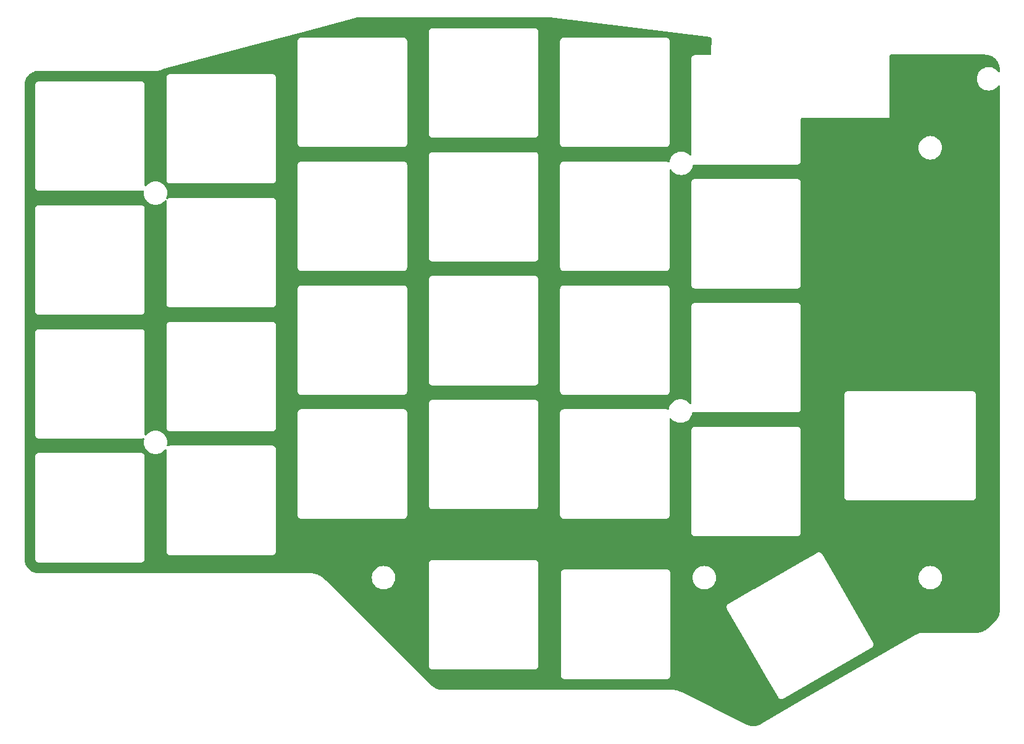
<source format=gbr>
%TF.GenerationSoftware,KiCad,Pcbnew,(5.99.0-8557-g8988e46ab1)*%
%TF.CreationDate,2021-02-27T05:52:11-07:00*%
%TF.ProjectId,SP56_Plate,53503536-5f50-46c6-9174-652e6b696361,rev?*%
%TF.SameCoordinates,Original*%
%TF.FileFunction,Copper,L2,Bot*%
%TF.FilePolarity,Positive*%
%FSLAX46Y46*%
G04 Gerber Fmt 4.6, Leading zero omitted, Abs format (unit mm)*
G04 Created by KiCad (PCBNEW (5.99.0-8557-g8988e46ab1)) date 2021-02-27 05:52:11*
%MOMM*%
%LPD*%
G01*
G04 APERTURE LIST*
G04 APERTURE END LIST*
%TA.AperFunction,NonConductor*%
G36*
X297896660Y-709181D02*
G01*
X297928606Y-713587D01*
X298018195Y-712028D01*
X298028086Y-712245D01*
X298039143Y-712922D01*
X298130662Y-718526D01*
X298140505Y-719517D01*
X298169949Y-723657D01*
X298225986Y-731536D01*
X298230459Y-731525D01*
X298230465Y-731525D01*
X298259484Y-731451D01*
X298262523Y-731443D01*
X298278214Y-732384D01*
X320309391Y-3440191D01*
X320374563Y-3468354D01*
X320414163Y-3527280D01*
X320420019Y-3565766D01*
X320411867Y-5553088D01*
X320410991Y-5766517D01*
X320390710Y-5834555D01*
X320336864Y-5880827D01*
X320284992Y-5892000D01*
X318147378Y-5892000D01*
X318146608Y-5891998D01*
X318146352Y-5891996D01*
X318105378Y-5891746D01*
X318096750Y-5894212D01*
X318096749Y-5894212D01*
X318076987Y-5899859D01*
X318060230Y-5903436D01*
X318039903Y-5906347D01*
X318039900Y-5906348D01*
X318031018Y-5907620D01*
X318022848Y-5911335D01*
X318022844Y-5911336D01*
X318007695Y-5918224D01*
X317990167Y-5924673D01*
X317974158Y-5929248D01*
X317974151Y-5929251D01*
X317965526Y-5931716D01*
X317940555Y-5947472D01*
X317925481Y-5955605D01*
X317898611Y-5967822D01*
X317879197Y-5984550D01*
X317864190Y-5995654D01*
X317842514Y-6009331D01*
X317825828Y-6028225D01*
X317822977Y-6031453D01*
X317810781Y-6043500D01*
X317795223Y-6056905D01*
X317795220Y-6056909D01*
X317788422Y-6062766D01*
X317783542Y-6070295D01*
X317783541Y-6070296D01*
X317774483Y-6084271D01*
X317763193Y-6099145D01*
X317746231Y-6118351D01*
X317733683Y-6145077D01*
X317725367Y-6160048D01*
X317709310Y-6184821D01*
X317706737Y-6193425D01*
X317706736Y-6193427D01*
X317701966Y-6209377D01*
X317695304Y-6226822D01*
X317684416Y-6250013D01*
X317683036Y-6258877D01*
X317683033Y-6258886D01*
X317679873Y-6279180D01*
X317676092Y-6295891D01*
X317673356Y-6305042D01*
X317667635Y-6324174D01*
X317667580Y-6333146D01*
X317667580Y-6333147D01*
X317667434Y-6356998D01*
X317667316Y-6359838D01*
X317667000Y-6361865D01*
X317667000Y-6427622D01*
X317666998Y-6428392D01*
X317666746Y-6469622D01*
X317666984Y-6470454D01*
X317667000Y-6470692D01*
X317667000Y-19536526D01*
X317646998Y-19604647D01*
X317593342Y-19651140D01*
X317523068Y-19661244D01*
X317458488Y-19631750D01*
X317445195Y-19618363D01*
X317415917Y-19584083D01*
X317383057Y-19556018D01*
X317227157Y-19422866D01*
X317227152Y-19422862D01*
X317223392Y-19419651D01*
X317027295Y-19299483D01*
X317011734Y-19289947D01*
X317007514Y-19287361D01*
X317002944Y-19285468D01*
X317002940Y-19285466D01*
X316778172Y-19192364D01*
X316778170Y-19192363D01*
X316773599Y-19190470D01*
X316688894Y-19170134D01*
X316532220Y-19132520D01*
X316532214Y-19132519D01*
X316527407Y-19131365D01*
X316275000Y-19111500D01*
X316022593Y-19131365D01*
X316017786Y-19132519D01*
X316017780Y-19132520D01*
X315861106Y-19170134D01*
X315776401Y-19190470D01*
X315771830Y-19192363D01*
X315771828Y-19192364D01*
X315547060Y-19285466D01*
X315547056Y-19285468D01*
X315542486Y-19287361D01*
X315538266Y-19289947D01*
X315522705Y-19299483D01*
X315326608Y-19419651D01*
X315322848Y-19422862D01*
X315322843Y-19422866D01*
X315166943Y-19556018D01*
X315134083Y-19584083D01*
X315130870Y-19587845D01*
X314972866Y-19772843D01*
X314972862Y-19772848D01*
X314969651Y-19776608D01*
X314837361Y-19992486D01*
X314835468Y-19997056D01*
X314835466Y-19997060D01*
X314754042Y-20193635D01*
X314740470Y-20226401D01*
X314739315Y-20231213D01*
X314689638Y-20438135D01*
X314681365Y-20472593D01*
X314679309Y-20498720D01*
X314654025Y-20565062D01*
X314596887Y-20607202D01*
X314526037Y-20611763D01*
X314470291Y-20583278D01*
X314463382Y-20577177D01*
X314463381Y-20577176D01*
X314456649Y-20571231D01*
X314429923Y-20558683D01*
X314414952Y-20550367D01*
X314390179Y-20534310D01*
X314381575Y-20531737D01*
X314381573Y-20531736D01*
X314365623Y-20526966D01*
X314348178Y-20520304D01*
X314333113Y-20513231D01*
X314333111Y-20513231D01*
X314324987Y-20509416D01*
X314316123Y-20508036D01*
X314316114Y-20508033D01*
X314295820Y-20504873D01*
X314279109Y-20501092D01*
X314259428Y-20495207D01*
X314259425Y-20495207D01*
X314250826Y-20492635D01*
X314241854Y-20492580D01*
X314241853Y-20492580D01*
X314218002Y-20492434D01*
X314215162Y-20492316D01*
X314213135Y-20492000D01*
X314147378Y-20492000D01*
X314146608Y-20491998D01*
X314146052Y-20491995D01*
X314105378Y-20491746D01*
X314104546Y-20491984D01*
X314104308Y-20492000D01*
X300147378Y-20492000D01*
X300146608Y-20491998D01*
X300146352Y-20491996D01*
X300105378Y-20491746D01*
X300096750Y-20494212D01*
X300096749Y-20494212D01*
X300076987Y-20499859D01*
X300060230Y-20503436D01*
X300039903Y-20506347D01*
X300039900Y-20506348D01*
X300031018Y-20507620D01*
X300022848Y-20511335D01*
X300022844Y-20511336D01*
X300007695Y-20518224D01*
X299990167Y-20524673D01*
X299974158Y-20529248D01*
X299974151Y-20529251D01*
X299965526Y-20531716D01*
X299940555Y-20547472D01*
X299925481Y-20555605D01*
X299898611Y-20567822D01*
X299887754Y-20577177D01*
X299879197Y-20584550D01*
X299864190Y-20595654D01*
X299842514Y-20609331D01*
X299836572Y-20616059D01*
X299822977Y-20631453D01*
X299810781Y-20643500D01*
X299795223Y-20656905D01*
X299795220Y-20656909D01*
X299788422Y-20662766D01*
X299783542Y-20670295D01*
X299783541Y-20670296D01*
X299774483Y-20684271D01*
X299763193Y-20699145D01*
X299746231Y-20718351D01*
X299733683Y-20745077D01*
X299725367Y-20760048D01*
X299709310Y-20784821D01*
X299706737Y-20793425D01*
X299706736Y-20793427D01*
X299701966Y-20809377D01*
X299695304Y-20826822D01*
X299692547Y-20832695D01*
X299684416Y-20850013D01*
X299683036Y-20858877D01*
X299683033Y-20858886D01*
X299679873Y-20879180D01*
X299676092Y-20895891D01*
X299670207Y-20915572D01*
X299667635Y-20924174D01*
X299667580Y-20933146D01*
X299667580Y-20933147D01*
X299667434Y-20956998D01*
X299667316Y-20959838D01*
X299667000Y-20961865D01*
X299667000Y-21027622D01*
X299666998Y-21028392D01*
X299666746Y-21069622D01*
X299666984Y-21070454D01*
X299667000Y-21070692D01*
X299667000Y-35027622D01*
X299666998Y-35028392D01*
X299666746Y-35069622D01*
X299669212Y-35078250D01*
X299669212Y-35078251D01*
X299674859Y-35098013D01*
X299678436Y-35114770D01*
X299679303Y-35120820D01*
X299682620Y-35143982D01*
X299686335Y-35152152D01*
X299686336Y-35152156D01*
X299693224Y-35167305D01*
X299699673Y-35184833D01*
X299704248Y-35200842D01*
X299704251Y-35200849D01*
X299706716Y-35209474D01*
X299722472Y-35234445D01*
X299730605Y-35249519D01*
X299742822Y-35276389D01*
X299759550Y-35295803D01*
X299770654Y-35310810D01*
X299784331Y-35332486D01*
X299796344Y-35343095D01*
X299806453Y-35352023D01*
X299818500Y-35364219D01*
X299831905Y-35379777D01*
X299831909Y-35379780D01*
X299837766Y-35386578D01*
X299845295Y-35391458D01*
X299845296Y-35391459D01*
X299859271Y-35400517D01*
X299874145Y-35411807D01*
X299893351Y-35428769D01*
X299920077Y-35441317D01*
X299935048Y-35449633D01*
X299959821Y-35465690D01*
X299968425Y-35468263D01*
X299968427Y-35468264D01*
X299984377Y-35473034D01*
X300001822Y-35479696D01*
X300016887Y-35486769D01*
X300016889Y-35486769D01*
X300025013Y-35490584D01*
X300033877Y-35491964D01*
X300033886Y-35491967D01*
X300054180Y-35495127D01*
X300070891Y-35498908D01*
X300090572Y-35504793D01*
X300090575Y-35504793D01*
X300099174Y-35507365D01*
X300108146Y-35507420D01*
X300108147Y-35507420D01*
X300131998Y-35507566D01*
X300134838Y-35507684D01*
X300136865Y-35508000D01*
X300202622Y-35508000D01*
X300203392Y-35508002D01*
X300244622Y-35508254D01*
X300245454Y-35508016D01*
X300245692Y-35508000D01*
X314202622Y-35508000D01*
X314203392Y-35508002D01*
X314244622Y-35508254D01*
X314253251Y-35505788D01*
X314273013Y-35500141D01*
X314289770Y-35496564D01*
X314310097Y-35493653D01*
X314310100Y-35493652D01*
X314318982Y-35492380D01*
X314327152Y-35488665D01*
X314327156Y-35488664D01*
X314342305Y-35481776D01*
X314359833Y-35475327D01*
X314375842Y-35470752D01*
X314375849Y-35470749D01*
X314384474Y-35468284D01*
X314409445Y-35452528D01*
X314424519Y-35444395D01*
X314451389Y-35432178D01*
X314470803Y-35415450D01*
X314485810Y-35404346D01*
X314507486Y-35390669D01*
X314527026Y-35368544D01*
X314539219Y-35356500D01*
X314554777Y-35343095D01*
X314554780Y-35343091D01*
X314561578Y-35337234D01*
X314575517Y-35315729D01*
X314586807Y-35300855D01*
X314597826Y-35288378D01*
X314603769Y-35281649D01*
X314616317Y-35254923D01*
X314624633Y-35239952D01*
X314640690Y-35215179D01*
X314643264Y-35206573D01*
X314648034Y-35190623D01*
X314654696Y-35173178D01*
X314661769Y-35158113D01*
X314661769Y-35158111D01*
X314665584Y-35149987D01*
X314666964Y-35141123D01*
X314666967Y-35141114D01*
X314670127Y-35120820D01*
X314673908Y-35104109D01*
X314679793Y-35084428D01*
X314679793Y-35084425D01*
X314682365Y-35075826D01*
X314682566Y-35043002D01*
X314682684Y-35040162D01*
X314683000Y-35038135D01*
X314683000Y-34972378D01*
X314683002Y-34971608D01*
X314683239Y-34932817D01*
X314683254Y-34930378D01*
X314683016Y-34929546D01*
X314683000Y-34929308D01*
X314683000Y-23469622D01*
X317666746Y-23469622D01*
X317666984Y-23470454D01*
X317667000Y-23470692D01*
X317667000Y-37427622D01*
X317666998Y-37428392D01*
X317666746Y-37469622D01*
X317669212Y-37478250D01*
X317669212Y-37478251D01*
X317674859Y-37498013D01*
X317678436Y-37514770D01*
X317681235Y-37534310D01*
X317682620Y-37543982D01*
X317686335Y-37552152D01*
X317686336Y-37552156D01*
X317693224Y-37567305D01*
X317699673Y-37584833D01*
X317704248Y-37600842D01*
X317704251Y-37600849D01*
X317706716Y-37609474D01*
X317722472Y-37634445D01*
X317730605Y-37649519D01*
X317742822Y-37676389D01*
X317753848Y-37689185D01*
X317759550Y-37695803D01*
X317770654Y-37710810D01*
X317784331Y-37732486D01*
X317796344Y-37743095D01*
X317806453Y-37752023D01*
X317818500Y-37764219D01*
X317831905Y-37779777D01*
X317831909Y-37779780D01*
X317837766Y-37786578D01*
X317845295Y-37791458D01*
X317845296Y-37791459D01*
X317859271Y-37800517D01*
X317874145Y-37811807D01*
X317893351Y-37828769D01*
X317920077Y-37841317D01*
X317935048Y-37849633D01*
X317959821Y-37865690D01*
X317968425Y-37868263D01*
X317968427Y-37868264D01*
X317984377Y-37873034D01*
X318001822Y-37879696D01*
X318016887Y-37886769D01*
X318016889Y-37886769D01*
X318025013Y-37890584D01*
X318033877Y-37891964D01*
X318033886Y-37891967D01*
X318054180Y-37895127D01*
X318070891Y-37898908D01*
X318090572Y-37904793D01*
X318090575Y-37904793D01*
X318099174Y-37907365D01*
X318108146Y-37907420D01*
X318108147Y-37907420D01*
X318131998Y-37907566D01*
X318134838Y-37907684D01*
X318136865Y-37908000D01*
X318202622Y-37908000D01*
X318203392Y-37908002D01*
X318244622Y-37908254D01*
X318245454Y-37908016D01*
X318245692Y-37908000D01*
X332202622Y-37908000D01*
X332203392Y-37908002D01*
X332244622Y-37908254D01*
X332253251Y-37905788D01*
X332273013Y-37900141D01*
X332289770Y-37896564D01*
X332310097Y-37893653D01*
X332310100Y-37893652D01*
X332318982Y-37892380D01*
X332327152Y-37888665D01*
X332327156Y-37888664D01*
X332342305Y-37881776D01*
X332359833Y-37875327D01*
X332375842Y-37870752D01*
X332375849Y-37870749D01*
X332384474Y-37868284D01*
X332409445Y-37852528D01*
X332424519Y-37844395D01*
X332451389Y-37832178D01*
X332470803Y-37815450D01*
X332485810Y-37804346D01*
X332507486Y-37790669D01*
X332527026Y-37768544D01*
X332539219Y-37756500D01*
X332554777Y-37743095D01*
X332554780Y-37743091D01*
X332561578Y-37737234D01*
X332573818Y-37718351D01*
X332575517Y-37715729D01*
X332586807Y-37700855D01*
X332594515Y-37692127D01*
X332603769Y-37681649D01*
X332616317Y-37654923D01*
X332624633Y-37639952D01*
X332640690Y-37615179D01*
X332643871Y-37604542D01*
X332648034Y-37590623D01*
X332654696Y-37573178D01*
X332661769Y-37558113D01*
X332661769Y-37558111D01*
X332665584Y-37549987D01*
X332666964Y-37541123D01*
X332666967Y-37541114D01*
X332670127Y-37520820D01*
X332673908Y-37504109D01*
X332679793Y-37484428D01*
X332679793Y-37484425D01*
X332682365Y-37475826D01*
X332682566Y-37443002D01*
X332682684Y-37440162D01*
X332683000Y-37438135D01*
X332683000Y-37372378D01*
X332683002Y-37371608D01*
X332683239Y-37332817D01*
X332683254Y-37330378D01*
X332683016Y-37329546D01*
X332683000Y-37329308D01*
X332683000Y-23372378D01*
X332683002Y-23371608D01*
X332683060Y-23362107D01*
X332683254Y-23330378D01*
X332680788Y-23321749D01*
X332675141Y-23301987D01*
X332671564Y-23285230D01*
X332668653Y-23264903D01*
X332668652Y-23264900D01*
X332667380Y-23256018D01*
X332663665Y-23247848D01*
X332663664Y-23247844D01*
X332656776Y-23232695D01*
X332650327Y-23215167D01*
X332645752Y-23199158D01*
X332645749Y-23199151D01*
X332643284Y-23190526D01*
X332627528Y-23165555D01*
X332619395Y-23150481D01*
X332607178Y-23123611D01*
X332590450Y-23104197D01*
X332579346Y-23089190D01*
X332565669Y-23067514D01*
X332543544Y-23047974D01*
X332531500Y-23035781D01*
X332518095Y-23020223D01*
X332518091Y-23020220D01*
X332512234Y-23013422D01*
X332490729Y-22999483D01*
X332475855Y-22988193D01*
X332463378Y-22977174D01*
X332456649Y-22971231D01*
X332429923Y-22958683D01*
X332414952Y-22950367D01*
X332390179Y-22934310D01*
X332381575Y-22931737D01*
X332381573Y-22931736D01*
X332365623Y-22926966D01*
X332348178Y-22920304D01*
X332333113Y-22913231D01*
X332333111Y-22913231D01*
X332324987Y-22909416D01*
X332316123Y-22908036D01*
X332316114Y-22908033D01*
X332295820Y-22904873D01*
X332279109Y-22901092D01*
X332259428Y-22895207D01*
X332259425Y-22895207D01*
X332250826Y-22892635D01*
X332241854Y-22892580D01*
X332241853Y-22892580D01*
X332218002Y-22892434D01*
X332215162Y-22892316D01*
X332213135Y-22892000D01*
X332147378Y-22892000D01*
X332146608Y-22891998D01*
X332146052Y-22891995D01*
X332105378Y-22891746D01*
X332104546Y-22891984D01*
X332104308Y-22892000D01*
X318147378Y-22892000D01*
X318146608Y-22891998D01*
X318146352Y-22891996D01*
X318105378Y-22891746D01*
X318096750Y-22894212D01*
X318096749Y-22894212D01*
X318076987Y-22899859D01*
X318060230Y-22903436D01*
X318039903Y-22906347D01*
X318039900Y-22906348D01*
X318031018Y-22907620D01*
X318022848Y-22911335D01*
X318022844Y-22911336D01*
X318007695Y-22918224D01*
X317990167Y-22924673D01*
X317974158Y-22929248D01*
X317974151Y-22929251D01*
X317965526Y-22931716D01*
X317940555Y-22947472D01*
X317925481Y-22955605D01*
X317898611Y-22967822D01*
X317879197Y-22984550D01*
X317864190Y-22995654D01*
X317842514Y-23009331D01*
X317836572Y-23016059D01*
X317822977Y-23031453D01*
X317810781Y-23043500D01*
X317795223Y-23056905D01*
X317795220Y-23056909D01*
X317788422Y-23062766D01*
X317783542Y-23070295D01*
X317783541Y-23070296D01*
X317774483Y-23084271D01*
X317763193Y-23099145D01*
X317746231Y-23118351D01*
X317733683Y-23145077D01*
X317725367Y-23160048D01*
X317709310Y-23184821D01*
X317706737Y-23193425D01*
X317706736Y-23193427D01*
X317701966Y-23209377D01*
X317695304Y-23226822D01*
X317689144Y-23239943D01*
X317684416Y-23250013D01*
X317683036Y-23258877D01*
X317683033Y-23258886D01*
X317679873Y-23279180D01*
X317676092Y-23295891D01*
X317670207Y-23315572D01*
X317667635Y-23324174D01*
X317667580Y-23333146D01*
X317667580Y-23333147D01*
X317667434Y-23356998D01*
X317667316Y-23359838D01*
X317667000Y-23361865D01*
X317667000Y-23427622D01*
X317666998Y-23428392D01*
X317666746Y-23469622D01*
X314683000Y-23469622D01*
X314683000Y-21652383D01*
X314703002Y-21584262D01*
X314756658Y-21537769D01*
X314826932Y-21527665D01*
X314891512Y-21557159D01*
X314916433Y-21586548D01*
X314969651Y-21673392D01*
X314972862Y-21677152D01*
X314972866Y-21677157D01*
X315118178Y-21847295D01*
X315134083Y-21865917D01*
X315137845Y-21869130D01*
X315322843Y-22027134D01*
X315322848Y-22027138D01*
X315326608Y-22030349D01*
X315542486Y-22162639D01*
X315547056Y-22164532D01*
X315547060Y-22164534D01*
X315771828Y-22257636D01*
X315776401Y-22259530D01*
X315861106Y-22279866D01*
X316017780Y-22317480D01*
X316017786Y-22317481D01*
X316022593Y-22318635D01*
X316275000Y-22338500D01*
X316527407Y-22318635D01*
X316532214Y-22317481D01*
X316532220Y-22317480D01*
X316688894Y-22279866D01*
X316773599Y-22259530D01*
X316778172Y-22257636D01*
X317002940Y-22164534D01*
X317002944Y-22164532D01*
X317007514Y-22162639D01*
X317223392Y-22030349D01*
X317227152Y-22027138D01*
X317227157Y-22027134D01*
X317412155Y-21869130D01*
X317415917Y-21865917D01*
X317431822Y-21847295D01*
X317577134Y-21677157D01*
X317577138Y-21677152D01*
X317580349Y-21673392D01*
X317712639Y-21457514D01*
X317809530Y-21223599D01*
X317837874Y-21105537D01*
X317867777Y-20980982D01*
X317903129Y-20919413D01*
X317966156Y-20886730D01*
X318023119Y-20889695D01*
X318025013Y-20890584D01*
X318033885Y-20891966D01*
X318033890Y-20891967D01*
X318054180Y-20895127D01*
X318070891Y-20898908D01*
X318090572Y-20904793D01*
X318090575Y-20904793D01*
X318099174Y-20907365D01*
X318108146Y-20907420D01*
X318108147Y-20907420D01*
X318131998Y-20907566D01*
X318134838Y-20907684D01*
X318136865Y-20908000D01*
X318202622Y-20908000D01*
X318203392Y-20908002D01*
X318244622Y-20908254D01*
X318245454Y-20908016D01*
X318245692Y-20908000D01*
X332202622Y-20908000D01*
X332203392Y-20908002D01*
X332244622Y-20908254D01*
X332253251Y-20905788D01*
X332273013Y-20900141D01*
X332289770Y-20896564D01*
X332310097Y-20893653D01*
X332310100Y-20893652D01*
X332318982Y-20892380D01*
X332327152Y-20888665D01*
X332327156Y-20888664D01*
X332342305Y-20881776D01*
X332359833Y-20875327D01*
X332375842Y-20870752D01*
X332375849Y-20870749D01*
X332384474Y-20868284D01*
X332409445Y-20852528D01*
X332424519Y-20844395D01*
X332451389Y-20832178D01*
X332470803Y-20815450D01*
X332485810Y-20804346D01*
X332507486Y-20790669D01*
X332527026Y-20768544D01*
X332539219Y-20756500D01*
X332554777Y-20743095D01*
X332554780Y-20743091D01*
X332561578Y-20737234D01*
X332573818Y-20718351D01*
X332575517Y-20715729D01*
X332586807Y-20700855D01*
X332594515Y-20692127D01*
X332603769Y-20681649D01*
X332616317Y-20654923D01*
X332624633Y-20639952D01*
X332640690Y-20615179D01*
X332648023Y-20590659D01*
X332648034Y-20590623D01*
X332654696Y-20573178D01*
X332661769Y-20558113D01*
X332661769Y-20558111D01*
X332665584Y-20549987D01*
X332666964Y-20541123D01*
X332666967Y-20541114D01*
X332670127Y-20520820D01*
X332673908Y-20504109D01*
X332679793Y-20484428D01*
X332679793Y-20484425D01*
X332682365Y-20475826D01*
X332682566Y-20443002D01*
X332682684Y-20440162D01*
X332683000Y-20438135D01*
X332683000Y-20372378D01*
X332683002Y-20371608D01*
X332683239Y-20332817D01*
X332683254Y-20330378D01*
X332683016Y-20329546D01*
X332683000Y-20329308D01*
X332683000Y-18600000D01*
X348836500Y-18600000D01*
X348856365Y-18852407D01*
X348915470Y-19098599D01*
X348917363Y-19103170D01*
X348917364Y-19103172D01*
X349004453Y-19313422D01*
X349012361Y-19332514D01*
X349144651Y-19548392D01*
X349147862Y-19552152D01*
X349147866Y-19552157D01*
X349249887Y-19671608D01*
X349309083Y-19740917D01*
X349312845Y-19744130D01*
X349497843Y-19902134D01*
X349497848Y-19902138D01*
X349501608Y-19905349D01*
X349717486Y-20037639D01*
X349722056Y-20039532D01*
X349722060Y-20039534D01*
X349946828Y-20132636D01*
X349951401Y-20134530D01*
X350036106Y-20154866D01*
X350192780Y-20192480D01*
X350192786Y-20192481D01*
X350197593Y-20193635D01*
X350450000Y-20213500D01*
X350702407Y-20193635D01*
X350707214Y-20192481D01*
X350707220Y-20192480D01*
X350863894Y-20154866D01*
X350948599Y-20134530D01*
X350953172Y-20132636D01*
X351177940Y-20039534D01*
X351177944Y-20039532D01*
X351182514Y-20037639D01*
X351398392Y-19905349D01*
X351402152Y-19902138D01*
X351402157Y-19902134D01*
X351587155Y-19744130D01*
X351590917Y-19740917D01*
X351650113Y-19671608D01*
X351752134Y-19552157D01*
X351752138Y-19552152D01*
X351755349Y-19548392D01*
X351887639Y-19332514D01*
X351895548Y-19313422D01*
X351982636Y-19103172D01*
X351982637Y-19103170D01*
X351984530Y-19098599D01*
X352043635Y-18852407D01*
X352063500Y-18600000D01*
X352043635Y-18347593D01*
X352041149Y-18337234D01*
X351994064Y-18141114D01*
X351984530Y-18101401D01*
X351974941Y-18078251D01*
X351889534Y-17872060D01*
X351889532Y-17872056D01*
X351887639Y-17867486D01*
X351755349Y-17651608D01*
X351752138Y-17647848D01*
X351752134Y-17647843D01*
X351594130Y-17462845D01*
X351590917Y-17459083D01*
X351572295Y-17443178D01*
X351402157Y-17297866D01*
X351402152Y-17297862D01*
X351398392Y-17294651D01*
X351182514Y-17162361D01*
X351177944Y-17160468D01*
X351177940Y-17160466D01*
X350953172Y-17067364D01*
X350953170Y-17067363D01*
X350948599Y-17065470D01*
X350811210Y-17032486D01*
X350707220Y-17007520D01*
X350707214Y-17007519D01*
X350702407Y-17006365D01*
X350450000Y-16986500D01*
X350197593Y-17006365D01*
X350192786Y-17007519D01*
X350192780Y-17007520D01*
X350088790Y-17032486D01*
X349951401Y-17065470D01*
X349946830Y-17067363D01*
X349946828Y-17067364D01*
X349722060Y-17160466D01*
X349722056Y-17160468D01*
X349717486Y-17162361D01*
X349501608Y-17294651D01*
X349497848Y-17297862D01*
X349497843Y-17297866D01*
X349327705Y-17443178D01*
X349309083Y-17459083D01*
X349305870Y-17462845D01*
X349147866Y-17647843D01*
X349147862Y-17647848D01*
X349144651Y-17651608D01*
X349012361Y-17867486D01*
X349010468Y-17872056D01*
X349010466Y-17872060D01*
X348925059Y-18078251D01*
X348915470Y-18101401D01*
X348905936Y-18141114D01*
X348858852Y-18337234D01*
X348856365Y-18347593D01*
X348836500Y-18600000D01*
X332683000Y-18600000D01*
X332683000Y-14645430D01*
X332703002Y-14577309D01*
X332756658Y-14530816D01*
X332808795Y-14519430D01*
X344875000Y-14500000D01*
X344875000Y-5934000D01*
X344895002Y-5865879D01*
X344948658Y-5819386D01*
X345001000Y-5808000D01*
X357906968Y-5808000D01*
X357928523Y-5809857D01*
X357942334Y-5812255D01*
X357947201Y-5812340D01*
X357950201Y-5812392D01*
X358069442Y-5814474D01*
X358075418Y-5814723D01*
X358141965Y-5819084D01*
X358150167Y-5819892D01*
X358346757Y-5845774D01*
X358354884Y-5847116D01*
X358391105Y-5854320D01*
X358399202Y-5855931D01*
X358407231Y-5857803D01*
X358598788Y-5909130D01*
X358606670Y-5911521D01*
X358649467Y-5926049D01*
X358657163Y-5928945D01*
X358701878Y-5947467D01*
X358840379Y-6004836D01*
X358847881Y-6008235D01*
X358863747Y-6016059D01*
X358888417Y-6028225D01*
X358895688Y-6032112D01*
X359067406Y-6131253D01*
X359074408Y-6135607D01*
X359111997Y-6160723D01*
X359118697Y-6165525D01*
X359276009Y-6286235D01*
X359282364Y-6291451D01*
X359316366Y-6321271D01*
X359322382Y-6326906D01*
X359462569Y-6467093D01*
X359468206Y-6473111D01*
X359498021Y-6507109D01*
X359503252Y-6513482D01*
X359623964Y-6670797D01*
X359628767Y-6677500D01*
X359653868Y-6715067D01*
X359658221Y-6722068D01*
X359757362Y-6893784D01*
X359761249Y-6901056D01*
X359781240Y-6941594D01*
X359784643Y-6949104D01*
X359860526Y-7132301D01*
X359863430Y-7140017D01*
X359877953Y-7182800D01*
X359880345Y-7190684D01*
X359893851Y-7241087D01*
X359931672Y-7382237D01*
X359933540Y-7390250D01*
X359942365Y-7434617D01*
X359943701Y-7442711D01*
X359955525Y-7532520D01*
X359969584Y-7639316D01*
X359970392Y-7647519D01*
X359974752Y-7714037D01*
X359975001Y-7720027D01*
X359977164Y-7843864D01*
X359977876Y-7848283D01*
X359979873Y-7860682D01*
X359981476Y-7880719D01*
X359981476Y-8100718D01*
X359961474Y-8168839D01*
X359907818Y-8215332D01*
X359837544Y-8225436D01*
X359772964Y-8195942D01*
X359755612Y-8177037D01*
X359755349Y-8176608D01*
X359590917Y-7984083D01*
X359547208Y-7946752D01*
X359402157Y-7822866D01*
X359402152Y-7822862D01*
X359398392Y-7819651D01*
X359182514Y-7687361D01*
X359177944Y-7685468D01*
X359177940Y-7685466D01*
X358953172Y-7592364D01*
X358953170Y-7592363D01*
X358948599Y-7590470D01*
X358863435Y-7570024D01*
X358707220Y-7532520D01*
X358707214Y-7532519D01*
X358702407Y-7531365D01*
X358450000Y-7511500D01*
X358197593Y-7531365D01*
X358192786Y-7532519D01*
X358192780Y-7532520D01*
X358036565Y-7570024D01*
X357951401Y-7590470D01*
X357946830Y-7592363D01*
X357946828Y-7592364D01*
X357722060Y-7685466D01*
X357722056Y-7685468D01*
X357717486Y-7687361D01*
X357501608Y-7819651D01*
X357497848Y-7822862D01*
X357497843Y-7822866D01*
X357352792Y-7946752D01*
X357309083Y-7984083D01*
X357305870Y-7987845D01*
X357147866Y-8172843D01*
X357147862Y-8172848D01*
X357144651Y-8176608D01*
X357012361Y-8392486D01*
X357010468Y-8397056D01*
X357010466Y-8397060D01*
X356920846Y-8613422D01*
X356915470Y-8626401D01*
X356914315Y-8631213D01*
X356859656Y-8858886D01*
X356856365Y-8872593D01*
X356836500Y-9125000D01*
X356856365Y-9377407D01*
X356857519Y-9382214D01*
X356857520Y-9382220D01*
X356895134Y-9538894D01*
X356915470Y-9623599D01*
X356917363Y-9628170D01*
X356917364Y-9628172D01*
X357008356Y-9847844D01*
X357012361Y-9857514D01*
X357144651Y-10073392D01*
X357147862Y-10077152D01*
X357147866Y-10077157D01*
X357209467Y-10149282D01*
X357309083Y-10265917D01*
X357312845Y-10269130D01*
X357497843Y-10427134D01*
X357497848Y-10427138D01*
X357501608Y-10430349D01*
X357717486Y-10562639D01*
X357722056Y-10564532D01*
X357722060Y-10564534D01*
X357946828Y-10657636D01*
X357951401Y-10659530D01*
X358036106Y-10679866D01*
X358192780Y-10717480D01*
X358192786Y-10717481D01*
X358197593Y-10718635D01*
X358450000Y-10738500D01*
X358702407Y-10718635D01*
X358707214Y-10717481D01*
X358707220Y-10717480D01*
X358863894Y-10679866D01*
X358948599Y-10659530D01*
X358953172Y-10657636D01*
X359177940Y-10564534D01*
X359177944Y-10564532D01*
X359182514Y-10562639D01*
X359398392Y-10430349D01*
X359402152Y-10427138D01*
X359402157Y-10427134D01*
X359587155Y-10269130D01*
X359590917Y-10265917D01*
X359755349Y-10073392D01*
X359755615Y-10073619D01*
X359809767Y-10031865D01*
X359880503Y-10025793D01*
X359943293Y-10058927D01*
X359978203Y-10120748D01*
X359981476Y-10149282D01*
X359981476Y-82045337D01*
X359979723Y-82066280D01*
X359976995Y-82082464D01*
X359976206Y-82145314D01*
X359975350Y-82213571D01*
X359975141Y-82219415D01*
X359972946Y-82256599D01*
X359972290Y-82263995D01*
X359965751Y-82319192D01*
X359949385Y-82457320D01*
X359948293Y-82464671D01*
X359943927Y-82489091D01*
X359942405Y-82496360D01*
X359896915Y-82685629D01*
X359894967Y-82692799D01*
X359887755Y-82716546D01*
X359885388Y-82723586D01*
X359857487Y-82799129D01*
X359817932Y-82906221D01*
X359815181Y-82913044D01*
X359805197Y-82935841D01*
X359802045Y-82942499D01*
X359713568Y-83115927D01*
X359710022Y-83122398D01*
X359697417Y-83143877D01*
X359693492Y-83150134D01*
X359585329Y-83311790D01*
X359585253Y-83311904D01*
X359580942Y-83317952D01*
X359565930Y-83337755D01*
X359561269Y-83343541D01*
X359434762Y-83491434D01*
X359429769Y-83496934D01*
X359403880Y-83523816D01*
X359399725Y-83527935D01*
X359310151Y-83612692D01*
X359310145Y-83612698D01*
X359306899Y-83615770D01*
X359294741Y-83631092D01*
X359281495Y-83645362D01*
X358661947Y-84217048D01*
X358262612Y-84585532D01*
X358245777Y-84598611D01*
X358237105Y-84604241D01*
X358237099Y-84604245D01*
X358233015Y-84606897D01*
X358136746Y-84693098D01*
X358132241Y-84696944D01*
X358092229Y-84729508D01*
X358086012Y-84734256D01*
X357926445Y-84848422D01*
X357919951Y-84852769D01*
X357890372Y-84871269D01*
X357883614Y-84875210D01*
X357711133Y-84968727D01*
X357704144Y-84972240D01*
X357672511Y-84986929D01*
X357665315Y-84990003D01*
X357482554Y-85061440D01*
X357475190Y-85064058D01*
X357446428Y-85073287D01*
X357441976Y-85074716D01*
X357434458Y-85076873D01*
X357244303Y-85125108D01*
X357236668Y-85126795D01*
X357202327Y-85133268D01*
X357194598Y-85134477D01*
X357140736Y-85141202D01*
X356999928Y-85158781D01*
X356992163Y-85159507D01*
X356965842Y-85161144D01*
X356940692Y-85162707D01*
X356934760Y-85162936D01*
X356833523Y-85164451D01*
X356808817Y-85164821D01*
X356790735Y-85167687D01*
X356771011Y-85169241D01*
X349764632Y-85169241D01*
X349747425Y-85168061D01*
X349744349Y-85167637D01*
X349715442Y-85163652D01*
X349521030Y-85167048D01*
X349515865Y-85167032D01*
X349493450Y-85166504D01*
X349488615Y-85167141D01*
X349488366Y-85167154D01*
X349483977Y-85167637D01*
X349483157Y-85167710D01*
X349478678Y-85167788D01*
X349474258Y-85168500D01*
X349474257Y-85168500D01*
X349458007Y-85171117D01*
X349454418Y-85171642D01*
X349128771Y-85214514D01*
X349125826Y-85214867D01*
X349111750Y-85216384D01*
X349102118Y-85217422D01*
X349097707Y-85218604D01*
X349096430Y-85218772D01*
X349095423Y-85219054D01*
X349095424Y-85219054D01*
X349082846Y-85222578D01*
X349081463Y-85222957D01*
X348746786Y-85312632D01*
X348743914Y-85313365D01*
X348725518Y-85317833D01*
X348725509Y-85317836D01*
X348720782Y-85318984D01*
X348716568Y-85320730D01*
X348715316Y-85321065D01*
X348714343Y-85321481D01*
X348714340Y-85321482D01*
X348702301Y-85326630D01*
X348701027Y-85327167D01*
X348389941Y-85456022D01*
X348385173Y-85457883D01*
X348364089Y-85465620D01*
X348359833Y-85467979D01*
X348359612Y-85468080D01*
X348355701Y-85470141D01*
X348354965Y-85470509D01*
X348350818Y-85472227D01*
X348346966Y-85474509D01*
X348346955Y-85474515D01*
X348332808Y-85482898D01*
X348329662Y-85484702D01*
X348231449Y-85539141D01*
X348156978Y-85580420D01*
X348135601Y-85596616D01*
X348127826Y-85602507D01*
X348114735Y-85611196D01*
X333115331Y-94271106D01*
X327187780Y-97693379D01*
X327168506Y-97702430D01*
X327154129Y-97707749D01*
X327041089Y-97770806D01*
X327035877Y-97773555D01*
X326990827Y-97795974D01*
X326983781Y-97799213D01*
X326803138Y-97875575D01*
X326795904Y-97878372D01*
X326784127Y-97882513D01*
X326763780Y-97889666D01*
X326756359Y-97892020D01*
X326567756Y-97945493D01*
X326560201Y-97947385D01*
X326526936Y-97954630D01*
X326519275Y-97956052D01*
X326325494Y-97985855D01*
X326317769Y-97986799D01*
X326283870Y-97989885D01*
X326276108Y-97990350D01*
X326080130Y-97996023D01*
X326072353Y-97996008D01*
X326057939Y-97995534D01*
X326038322Y-97994888D01*
X326030550Y-97994391D01*
X325922745Y-97984149D01*
X325835369Y-97975847D01*
X325827657Y-97974873D01*
X325807937Y-97971761D01*
X325794041Y-97969567D01*
X325786390Y-97968115D01*
X325595001Y-97925641D01*
X325587458Y-97923721D01*
X325554692Y-97914291D01*
X325547304Y-97911914D01*
X325362627Y-97846160D01*
X325355399Y-97843333D01*
X325309101Y-97823547D01*
X325303714Y-97821092D01*
X325194218Y-97768071D01*
X325190181Y-97766116D01*
X325172636Y-97760521D01*
X325154346Y-97753062D01*
X316389162Y-93347746D01*
X316373754Y-93338573D01*
X316349826Y-93321912D01*
X316244912Y-93270743D01*
X316194819Y-93246311D01*
X316189241Y-93243417D01*
X316171193Y-93233469D01*
X316166617Y-93231802D01*
X316166478Y-93231739D01*
X316161455Y-93229606D01*
X316161428Y-93229672D01*
X316157280Y-93228003D01*
X316153246Y-93226035D01*
X316148977Y-93224660D01*
X316148969Y-93224657D01*
X316134254Y-93219918D01*
X316129759Y-93218377D01*
X315867353Y-93122803D01*
X315862906Y-93121087D01*
X315841667Y-93112423D01*
X315836927Y-93111299D01*
X315836822Y-93111265D01*
X315832766Y-93110206D01*
X315828887Y-93108793D01*
X315824506Y-93107873D01*
X315824500Y-93107871D01*
X315808347Y-93104478D01*
X315805174Y-93103768D01*
X315527065Y-93037811D01*
X315522424Y-93036617D01*
X315500312Y-93030476D01*
X315495478Y-93029911D01*
X315495357Y-93029887D01*
X315491206Y-93029306D01*
X315487195Y-93028355D01*
X315469839Y-93026778D01*
X315466314Y-93026457D01*
X315463085Y-93026121D01*
X315309779Y-93008191D01*
X315184385Y-92993525D01*
X315178163Y-92992639D01*
X315162667Y-92990036D01*
X315162658Y-92990035D01*
X315157870Y-92989231D01*
X315153011Y-92989173D01*
X315152823Y-92989156D01*
X315147406Y-92988808D01*
X315147403Y-92988878D01*
X315142920Y-92988675D01*
X315138472Y-92988155D01*
X315118473Y-92988671D01*
X315113759Y-92988704D01*
X315032626Y-92987735D01*
X314943645Y-92986672D01*
X314943639Y-92986672D01*
X314939170Y-92986619D01*
X314934739Y-92987200D01*
X314934733Y-92987200D01*
X314906264Y-92990931D01*
X314889893Y-92991999D01*
X283565503Y-92991999D01*
X283543972Y-92990146D01*
X283534863Y-92988566D01*
X283534860Y-92988566D01*
X283530070Y-92987735D01*
X283499098Y-92987200D01*
X283402839Y-92985537D01*
X283396808Y-92985288D01*
X283370206Y-92983552D01*
X283331407Y-92981018D01*
X283323266Y-92980220D01*
X283182465Y-92961757D01*
X283126851Y-92954464D01*
X283118748Y-92953132D01*
X283075140Y-92944493D01*
X283067138Y-92942635D01*
X282875739Y-92891559D01*
X282867879Y-92889185D01*
X282856834Y-92885452D01*
X282825794Y-92874959D01*
X282818114Y-92872081D01*
X282634958Y-92796545D01*
X282627472Y-92793168D01*
X282625878Y-92792385D01*
X282587576Y-92773582D01*
X282580344Y-92769734D01*
X282482337Y-92713418D01*
X282408598Y-92671046D01*
X282401615Y-92666725D01*
X282364583Y-92642105D01*
X282357895Y-92637337D01*
X282200438Y-92517156D01*
X282194074Y-92511962D01*
X282144688Y-92468897D01*
X282140235Y-92464822D01*
X282054044Y-92382070D01*
X282050811Y-92378966D01*
X282036897Y-92368973D01*
X282021577Y-92356002D01*
X281168541Y-91508199D01*
X267498239Y-77921764D01*
X267486864Y-77908792D01*
X267467357Y-77883201D01*
X267327667Y-77749083D01*
X267323988Y-77745402D01*
X267308505Y-77729255D01*
X267304634Y-77726301D01*
X267304440Y-77726127D01*
X267301073Y-77723443D01*
X267300235Y-77722746D01*
X267297003Y-77719643D01*
X267280008Y-77707438D01*
X267277059Y-77705254D01*
X267139158Y-77600000D01*
X273836500Y-77600000D01*
X273856365Y-77852407D01*
X273857519Y-77857214D01*
X273857520Y-77857220D01*
X273882373Y-77960741D01*
X273915470Y-78098599D01*
X273917363Y-78103170D01*
X273917364Y-78103172D01*
X273922802Y-78116299D01*
X274012361Y-78332514D01*
X274144651Y-78548392D01*
X274147862Y-78552152D01*
X274147866Y-78552157D01*
X274206692Y-78621033D01*
X274309083Y-78740917D01*
X274312845Y-78744130D01*
X274497843Y-78902134D01*
X274497848Y-78902138D01*
X274501608Y-78905349D01*
X274717486Y-79037639D01*
X274722056Y-79039532D01*
X274722060Y-79039534D01*
X274946828Y-79132636D01*
X274951401Y-79134530D01*
X275036106Y-79154866D01*
X275192780Y-79192480D01*
X275192786Y-79192481D01*
X275197593Y-79193635D01*
X275450000Y-79213500D01*
X275702407Y-79193635D01*
X275707214Y-79192481D01*
X275707220Y-79192480D01*
X275863894Y-79154866D01*
X275948599Y-79134530D01*
X275953172Y-79132636D01*
X276177940Y-79039534D01*
X276177944Y-79039532D01*
X276182514Y-79037639D01*
X276398392Y-78905349D01*
X276402152Y-78902138D01*
X276402157Y-78902134D01*
X276587155Y-78744130D01*
X276590917Y-78740917D01*
X276693308Y-78621033D01*
X276752134Y-78552157D01*
X276752138Y-78552152D01*
X276755349Y-78548392D01*
X276887639Y-78332514D01*
X276977199Y-78116299D01*
X276982636Y-78103172D01*
X276982637Y-78103170D01*
X276984530Y-78098599D01*
X277017627Y-77960741D01*
X277042480Y-77857220D01*
X277042481Y-77857214D01*
X277043635Y-77852407D01*
X277063500Y-77600000D01*
X277043635Y-77347593D01*
X277034093Y-77307844D01*
X276997224Y-77154275D01*
X276984530Y-77101401D01*
X276971367Y-77069622D01*
X276889534Y-76872060D01*
X276889532Y-76872056D01*
X276887639Y-76867486D01*
X276755349Y-76651608D01*
X276752138Y-76647848D01*
X276752134Y-76647843D01*
X276606822Y-76477705D01*
X276590917Y-76459083D01*
X276444710Y-76334210D01*
X276402157Y-76297866D01*
X276402152Y-76297862D01*
X276398392Y-76294651D01*
X276182514Y-76162361D01*
X276177944Y-76160468D01*
X276177940Y-76160466D01*
X275953172Y-76067364D01*
X275953170Y-76067363D01*
X275948599Y-76065470D01*
X275863894Y-76045134D01*
X275707220Y-76007520D01*
X275707214Y-76007519D01*
X275702407Y-76006365D01*
X275450000Y-75986500D01*
X275197593Y-76006365D01*
X275192786Y-76007519D01*
X275192780Y-76007520D01*
X275036106Y-76045134D01*
X274951401Y-76065470D01*
X274946830Y-76067363D01*
X274946828Y-76067364D01*
X274722060Y-76160466D01*
X274722056Y-76160468D01*
X274717486Y-76162361D01*
X274501608Y-76294651D01*
X274497848Y-76297862D01*
X274497843Y-76297866D01*
X274455290Y-76334210D01*
X274309083Y-76459083D01*
X274293178Y-76477705D01*
X274147866Y-76647843D01*
X274147862Y-76647848D01*
X274144651Y-76651608D01*
X274012361Y-76867486D01*
X274010468Y-76872056D01*
X274010466Y-76872060D01*
X273928633Y-77069622D01*
X273915470Y-77101401D01*
X273902776Y-77154275D01*
X273865908Y-77307844D01*
X273856365Y-77347593D01*
X273836500Y-77600000D01*
X267139158Y-77600000D01*
X267132699Y-77595070D01*
X267017412Y-77507076D01*
X267015045Y-77505224D01*
X267000203Y-77493319D01*
X267000202Y-77493318D01*
X266996409Y-77490276D01*
X266992330Y-77487932D01*
X266991203Y-77487072D01*
X266988246Y-77485419D01*
X266988236Y-77485413D01*
X266978266Y-77479840D01*
X266976969Y-77479105D01*
X266756686Y-77352527D01*
X266678899Y-77307829D01*
X266676351Y-77306324D01*
X266655889Y-77293902D01*
X266651539Y-77292108D01*
X266650312Y-77291403D01*
X266636560Y-77285921D01*
X266635235Y-77285384D01*
X266616953Y-77277844D01*
X266501454Y-77230211D01*
X266317329Y-77154275D01*
X266314540Y-77153085D01*
X266297184Y-77145434D01*
X266292727Y-77143469D01*
X266288194Y-77142259D01*
X266286874Y-77141715D01*
X266283570Y-77140875D01*
X266283549Y-77140869D01*
X266272389Y-77138032D01*
X266270944Y-77137656D01*
X266019321Y-77070511D01*
X265938915Y-77049054D01*
X265936022Y-77048245D01*
X265917753Y-77042895D01*
X265917745Y-77042893D01*
X265913089Y-77041530D01*
X265908426Y-77040918D01*
X265907056Y-77040553D01*
X265903677Y-77040151D01*
X265903673Y-77040150D01*
X265892327Y-77038799D01*
X265890888Y-77038619D01*
X265559468Y-76995159D01*
X265554335Y-76994378D01*
X265537072Y-76991384D01*
X265537070Y-76991384D01*
X265532274Y-76990552D01*
X265527412Y-76990468D01*
X265527138Y-76990442D01*
X265522857Y-76990278D01*
X265521743Y-76990212D01*
X265517312Y-76989631D01*
X265512837Y-76989684D01*
X265512835Y-76989684D01*
X265496401Y-76989879D01*
X265492731Y-76989869D01*
X265300631Y-76986551D01*
X265300625Y-76986551D01*
X265296150Y-76986474D01*
X265264563Y-76990442D01*
X265259986Y-76991017D01*
X265244281Y-76992000D01*
X228257508Y-76992000D01*
X228235953Y-76990143D01*
X228234432Y-76989879D01*
X228222142Y-76987745D01*
X228217275Y-76987660D01*
X228214275Y-76987608D01*
X228095034Y-76985526D01*
X228089058Y-76985277D01*
X228022505Y-76980915D01*
X228014318Y-76980109D01*
X227817724Y-76954227D01*
X227809592Y-76952884D01*
X227765273Y-76944068D01*
X227757245Y-76942196D01*
X227565685Y-76890869D01*
X227557812Y-76888481D01*
X227515006Y-76873950D01*
X227507326Y-76871060D01*
X227372389Y-76815167D01*
X227324088Y-76795160D01*
X227316586Y-76791760D01*
X227276050Y-76771770D01*
X227268792Y-76767891D01*
X227097075Y-76668750D01*
X227090074Y-76664397D01*
X227077245Y-76655825D01*
X227052474Y-76639274D01*
X227045789Y-76634482D01*
X226905671Y-76526966D01*
X226888484Y-76513778D01*
X226882111Y-76508548D01*
X226848119Y-76478738D01*
X226842101Y-76473101D01*
X226701907Y-76332907D01*
X226696270Y-76326889D01*
X226666446Y-76292881D01*
X226661216Y-76286508D01*
X226540522Y-76129218D01*
X226535734Y-76122537D01*
X226510599Y-76084920D01*
X226506254Y-76077932D01*
X226407110Y-75906209D01*
X226403223Y-75898937D01*
X226383237Y-75858409D01*
X226379834Y-75850899D01*
X226346168Y-75769622D01*
X281666746Y-75769622D01*
X281666984Y-75770454D01*
X281667000Y-75770692D01*
X281667000Y-89727622D01*
X281666998Y-89728392D01*
X281666746Y-89769622D01*
X281669212Y-89778250D01*
X281669212Y-89778251D01*
X281674859Y-89798013D01*
X281678436Y-89814770D01*
X281679303Y-89820820D01*
X281682620Y-89843982D01*
X281686335Y-89852152D01*
X281686336Y-89852156D01*
X281693224Y-89867305D01*
X281699673Y-89884833D01*
X281704248Y-89900842D01*
X281704251Y-89900849D01*
X281706716Y-89909474D01*
X281722472Y-89934445D01*
X281730605Y-89949519D01*
X281742822Y-89976389D01*
X281759550Y-89995803D01*
X281770654Y-90010810D01*
X281784331Y-90032486D01*
X281796344Y-90043095D01*
X281806453Y-90052023D01*
X281818500Y-90064219D01*
X281831905Y-90079777D01*
X281831909Y-90079780D01*
X281837766Y-90086578D01*
X281845295Y-90091458D01*
X281845296Y-90091459D01*
X281859271Y-90100517D01*
X281874145Y-90111807D01*
X281893351Y-90128769D01*
X281920077Y-90141317D01*
X281935048Y-90149633D01*
X281959821Y-90165690D01*
X281968425Y-90168263D01*
X281968427Y-90168264D01*
X281984377Y-90173034D01*
X282001822Y-90179696D01*
X282016887Y-90186769D01*
X282016889Y-90186769D01*
X282025013Y-90190584D01*
X282033877Y-90191964D01*
X282033886Y-90191967D01*
X282054180Y-90195127D01*
X282070891Y-90198908D01*
X282090572Y-90204793D01*
X282090575Y-90204793D01*
X282099174Y-90207365D01*
X282108146Y-90207420D01*
X282108147Y-90207420D01*
X282131998Y-90207566D01*
X282134838Y-90207684D01*
X282136865Y-90208000D01*
X282202622Y-90208000D01*
X282203392Y-90208002D01*
X282244622Y-90208254D01*
X282245454Y-90208016D01*
X282245692Y-90208000D01*
X296202622Y-90208000D01*
X296203392Y-90208002D01*
X296244622Y-90208254D01*
X296253251Y-90205788D01*
X296273013Y-90200141D01*
X296289770Y-90196564D01*
X296310097Y-90193653D01*
X296310100Y-90193652D01*
X296318982Y-90192380D01*
X296327152Y-90188665D01*
X296327156Y-90188664D01*
X296342305Y-90181776D01*
X296359833Y-90175327D01*
X296375842Y-90170752D01*
X296375849Y-90170749D01*
X296384474Y-90168284D01*
X296409445Y-90152528D01*
X296424519Y-90144395D01*
X296451389Y-90132178D01*
X296470803Y-90115450D01*
X296485810Y-90104346D01*
X296507486Y-90090669D01*
X296527026Y-90068544D01*
X296539219Y-90056500D01*
X296554777Y-90043095D01*
X296554780Y-90043091D01*
X296561578Y-90037234D01*
X296575517Y-90015729D01*
X296586807Y-90000855D01*
X296597826Y-89988378D01*
X296603769Y-89981649D01*
X296616317Y-89954923D01*
X296624633Y-89939952D01*
X296640690Y-89915179D01*
X296643264Y-89906573D01*
X296648034Y-89890623D01*
X296654696Y-89873178D01*
X296661769Y-89858113D01*
X296661769Y-89858111D01*
X296665584Y-89849987D01*
X296666964Y-89841123D01*
X296666967Y-89841114D01*
X296670127Y-89820820D01*
X296673908Y-89804109D01*
X296679793Y-89784428D01*
X296679793Y-89784425D01*
X296682365Y-89775826D01*
X296682566Y-89743002D01*
X296682684Y-89740162D01*
X296683000Y-89738135D01*
X296683000Y-89672378D01*
X296683002Y-89671608D01*
X296683239Y-89632817D01*
X296683254Y-89630378D01*
X296683016Y-89629546D01*
X296683000Y-89629308D01*
X296683000Y-77069622D01*
X299766746Y-77069622D01*
X299766984Y-77070454D01*
X299767000Y-77070692D01*
X299767000Y-91027622D01*
X299766998Y-91028392D01*
X299766746Y-91069622D01*
X299769212Y-91078250D01*
X299769212Y-91078251D01*
X299774859Y-91098013D01*
X299778436Y-91114770D01*
X299779303Y-91120820D01*
X299782620Y-91143982D01*
X299786335Y-91152152D01*
X299786336Y-91152156D01*
X299793224Y-91167305D01*
X299799673Y-91184833D01*
X299804248Y-91200842D01*
X299804251Y-91200849D01*
X299806716Y-91209474D01*
X299822472Y-91234445D01*
X299830605Y-91249519D01*
X299842822Y-91276389D01*
X299859550Y-91295803D01*
X299870654Y-91310810D01*
X299884331Y-91332486D01*
X299896344Y-91343095D01*
X299906453Y-91352023D01*
X299918500Y-91364219D01*
X299931905Y-91379777D01*
X299931909Y-91379780D01*
X299937766Y-91386578D01*
X299945295Y-91391458D01*
X299945296Y-91391459D01*
X299959271Y-91400517D01*
X299974145Y-91411807D01*
X299993351Y-91428769D01*
X300020077Y-91441317D01*
X300035048Y-91449633D01*
X300059821Y-91465690D01*
X300068425Y-91468263D01*
X300068427Y-91468264D01*
X300084377Y-91473034D01*
X300101822Y-91479696D01*
X300116887Y-91486769D01*
X300116889Y-91486769D01*
X300125013Y-91490584D01*
X300133877Y-91491964D01*
X300133886Y-91491967D01*
X300154180Y-91495127D01*
X300170891Y-91498908D01*
X300190572Y-91504793D01*
X300190575Y-91504793D01*
X300199174Y-91507365D01*
X300208146Y-91507420D01*
X300208147Y-91507420D01*
X300231998Y-91507566D01*
X300234838Y-91507684D01*
X300236865Y-91508000D01*
X300302622Y-91508000D01*
X300303392Y-91508002D01*
X300344622Y-91508254D01*
X300345454Y-91508016D01*
X300345692Y-91508000D01*
X314302622Y-91508000D01*
X314303392Y-91508002D01*
X314344622Y-91508254D01*
X314353251Y-91505788D01*
X314373013Y-91500141D01*
X314389770Y-91496564D01*
X314410097Y-91493653D01*
X314410100Y-91493652D01*
X314418982Y-91492380D01*
X314427152Y-91488665D01*
X314427156Y-91488664D01*
X314442305Y-91481776D01*
X314459833Y-91475327D01*
X314475842Y-91470752D01*
X314475849Y-91470749D01*
X314484474Y-91468284D01*
X314509445Y-91452528D01*
X314524519Y-91444395D01*
X314551389Y-91432178D01*
X314570803Y-91415450D01*
X314585810Y-91404346D01*
X314607486Y-91390669D01*
X314627026Y-91368544D01*
X314639219Y-91356500D01*
X314654777Y-91343095D01*
X314654780Y-91343091D01*
X314661578Y-91337234D01*
X314675517Y-91315729D01*
X314686807Y-91300855D01*
X314697826Y-91288378D01*
X314703769Y-91281649D01*
X314716317Y-91254923D01*
X314724633Y-91239952D01*
X314740690Y-91215179D01*
X314743264Y-91206573D01*
X314748034Y-91190623D01*
X314754696Y-91173178D01*
X314761769Y-91158113D01*
X314761769Y-91158111D01*
X314765584Y-91149987D01*
X314766964Y-91141123D01*
X314766967Y-91141114D01*
X314770127Y-91120820D01*
X314773908Y-91104109D01*
X314779793Y-91084428D01*
X314779793Y-91084425D01*
X314782365Y-91075826D01*
X314782566Y-91043002D01*
X314782684Y-91040162D01*
X314783000Y-91038135D01*
X314783000Y-90972378D01*
X314783002Y-90971608D01*
X314783239Y-90932817D01*
X314783254Y-90930378D01*
X314783016Y-90929546D01*
X314783000Y-90929308D01*
X314783000Y-81608291D01*
X322500673Y-81608291D01*
X322501432Y-81617233D01*
X322503168Y-81637701D01*
X322503452Y-81654836D01*
X322501933Y-81684317D01*
X322504005Y-81693047D01*
X322507850Y-81709250D01*
X322510803Y-81727686D01*
X322512970Y-81753221D01*
X322516209Y-81761593D01*
X322516210Y-81761598D01*
X322523620Y-81780752D01*
X322528703Y-81797120D01*
X322535518Y-81825837D01*
X322539957Y-81833635D01*
X322551756Y-81854363D01*
X322553073Y-81856882D01*
X322553814Y-81858796D01*
X322572880Y-81891819D01*
X322572881Y-81891822D01*
X322586694Y-81915746D01*
X322587038Y-81916345D01*
X322607472Y-81952243D01*
X322608094Y-81952844D01*
X322608224Y-81953038D01*
X325202792Y-86446962D01*
X327847882Y-91028392D01*
X329395299Y-93708597D01*
X329571843Y-94014380D01*
X329586689Y-94040094D01*
X329587072Y-94040762D01*
X329603027Y-94068791D01*
X329603029Y-94068794D01*
X329607472Y-94076599D01*
X329628695Y-94097129D01*
X329640167Y-94109849D01*
X329652854Y-94126002D01*
X329652858Y-94126006D01*
X329658399Y-94133060D01*
X329665698Y-94138276D01*
X329665701Y-94138279D01*
X329679251Y-94147962D01*
X329693596Y-94159914D01*
X329712013Y-94177730D01*
X329719959Y-94181911D01*
X329719961Y-94181912D01*
X329738136Y-94191474D01*
X329752728Y-94200468D01*
X329776739Y-94217627D01*
X329800936Y-94226077D01*
X329818051Y-94233519D01*
X329840736Y-94245454D01*
X329869665Y-94251314D01*
X329886189Y-94255849D01*
X329905586Y-94262623D01*
X329905589Y-94262624D01*
X329914058Y-94265581D01*
X329923021Y-94266043D01*
X329939649Y-94266900D01*
X329958174Y-94269240D01*
X329974496Y-94272546D01*
X329974498Y-94272546D01*
X329983291Y-94274327D01*
X330010319Y-94272034D01*
X330012701Y-94271832D01*
X330029836Y-94271548D01*
X330059316Y-94273067D01*
X330084251Y-94267150D01*
X330102685Y-94264197D01*
X330119277Y-94262789D01*
X330119278Y-94262789D01*
X330128221Y-94262030D01*
X330136593Y-94258791D01*
X330136598Y-94258790D01*
X330155752Y-94251380D01*
X330172120Y-94246297D01*
X330175672Y-94245454D01*
X330200837Y-94239482D01*
X330229361Y-94223246D01*
X330231884Y-94221926D01*
X330233796Y-94221186D01*
X330238005Y-94218756D01*
X330238009Y-94218754D01*
X330266820Y-94202120D01*
X330266835Y-94202112D01*
X330290854Y-94188244D01*
X330291312Y-94187981D01*
X330327243Y-94167528D01*
X330327844Y-94166906D01*
X330328038Y-94166776D01*
X342391178Y-87202119D01*
X342415191Y-87188255D01*
X342415861Y-87187871D01*
X342443792Y-87171973D01*
X342443797Y-87171969D01*
X342451599Y-87167528D01*
X342472129Y-87146305D01*
X342484849Y-87134833D01*
X342501002Y-87122146D01*
X342501006Y-87122142D01*
X342508060Y-87116601D01*
X342513276Y-87109302D01*
X342513279Y-87109299D01*
X342522962Y-87095749D01*
X342534915Y-87081403D01*
X342552730Y-87062987D01*
X342566474Y-87036864D01*
X342575469Y-87022271D01*
X342587408Y-87005564D01*
X342592627Y-86998261D01*
X342601077Y-86974064D01*
X342608521Y-86956945D01*
X342616274Y-86942209D01*
X342620454Y-86934264D01*
X342626314Y-86905335D01*
X342630849Y-86888811D01*
X342637623Y-86869414D01*
X342637624Y-86869411D01*
X342640581Y-86860942D01*
X342641900Y-86835351D01*
X342644240Y-86816825D01*
X342647546Y-86800503D01*
X342647546Y-86800501D01*
X342649327Y-86791708D01*
X342646832Y-86762299D01*
X342646548Y-86745164D01*
X342647605Y-86724646D01*
X342648067Y-86715684D01*
X342642148Y-86690743D01*
X342639196Y-86672310D01*
X342637789Y-86655725D01*
X342637030Y-86646778D01*
X342626376Y-86619239D01*
X342621298Y-86602886D01*
X342614482Y-86574163D01*
X342598241Y-86545631D01*
X342596927Y-86543118D01*
X342596186Y-86541204D01*
X342563234Y-86484129D01*
X342562924Y-86483588D01*
X342543731Y-86449871D01*
X342542528Y-86447757D01*
X342541906Y-86447156D01*
X342541776Y-86446962D01*
X337433980Y-77600000D01*
X348836500Y-77600000D01*
X348856365Y-77852407D01*
X348857519Y-77857214D01*
X348857520Y-77857220D01*
X348882373Y-77960741D01*
X348915470Y-78098599D01*
X348917363Y-78103170D01*
X348917364Y-78103172D01*
X348922802Y-78116299D01*
X349012361Y-78332514D01*
X349144651Y-78548392D01*
X349147862Y-78552152D01*
X349147866Y-78552157D01*
X349206692Y-78621033D01*
X349309083Y-78740917D01*
X349312845Y-78744130D01*
X349497843Y-78902134D01*
X349497848Y-78902138D01*
X349501608Y-78905349D01*
X349717486Y-79037639D01*
X349722056Y-79039532D01*
X349722060Y-79039534D01*
X349946828Y-79132636D01*
X349951401Y-79134530D01*
X350036106Y-79154866D01*
X350192780Y-79192480D01*
X350192786Y-79192481D01*
X350197593Y-79193635D01*
X350450000Y-79213500D01*
X350702407Y-79193635D01*
X350707214Y-79192481D01*
X350707220Y-79192480D01*
X350863894Y-79154866D01*
X350948599Y-79134530D01*
X350953172Y-79132636D01*
X351177940Y-79039534D01*
X351177944Y-79039532D01*
X351182514Y-79037639D01*
X351398392Y-78905349D01*
X351402152Y-78902138D01*
X351402157Y-78902134D01*
X351587155Y-78744130D01*
X351590917Y-78740917D01*
X351693308Y-78621033D01*
X351752134Y-78552157D01*
X351752138Y-78552152D01*
X351755349Y-78548392D01*
X351887639Y-78332514D01*
X351977199Y-78116299D01*
X351982636Y-78103172D01*
X351982637Y-78103170D01*
X351984530Y-78098599D01*
X352017627Y-77960741D01*
X352042480Y-77857220D01*
X352042481Y-77857214D01*
X352043635Y-77852407D01*
X352063500Y-77600000D01*
X352043635Y-77347593D01*
X352034093Y-77307844D01*
X351997224Y-77154275D01*
X351984530Y-77101401D01*
X351971367Y-77069622D01*
X351889534Y-76872060D01*
X351889532Y-76872056D01*
X351887639Y-76867486D01*
X351755349Y-76651608D01*
X351752138Y-76647848D01*
X351752134Y-76647843D01*
X351606822Y-76477705D01*
X351590917Y-76459083D01*
X351444710Y-76334210D01*
X351402157Y-76297866D01*
X351402152Y-76297862D01*
X351398392Y-76294651D01*
X351182514Y-76162361D01*
X351177944Y-76160468D01*
X351177940Y-76160466D01*
X350953172Y-76067364D01*
X350953170Y-76067363D01*
X350948599Y-76065470D01*
X350863894Y-76045134D01*
X350707220Y-76007520D01*
X350707214Y-76007519D01*
X350702407Y-76006365D01*
X350450000Y-75986500D01*
X350197593Y-76006365D01*
X350192786Y-76007519D01*
X350192780Y-76007520D01*
X350036106Y-76045134D01*
X349951401Y-76065470D01*
X349946830Y-76067363D01*
X349946828Y-76067364D01*
X349722060Y-76160466D01*
X349722056Y-76160468D01*
X349717486Y-76162361D01*
X349501608Y-76294651D01*
X349497848Y-76297862D01*
X349497843Y-76297866D01*
X349455290Y-76334210D01*
X349309083Y-76459083D01*
X349293178Y-76477705D01*
X349147866Y-76647843D01*
X349147862Y-76647848D01*
X349144651Y-76651608D01*
X349012361Y-76867486D01*
X349010468Y-76872056D01*
X349010466Y-76872060D01*
X348928633Y-77069622D01*
X348915470Y-77101401D01*
X348902776Y-77154275D01*
X348865908Y-77307844D01*
X348856365Y-77347593D01*
X348836500Y-77600000D01*
X337433980Y-77600000D01*
X335577119Y-74383822D01*
X335563254Y-74359807D01*
X335562871Y-74359139D01*
X335546968Y-74331200D01*
X335546966Y-74331197D01*
X335542528Y-74323401D01*
X335536076Y-74317159D01*
X335521311Y-74302875D01*
X335509831Y-74290148D01*
X335497144Y-74273997D01*
X335491601Y-74266940D01*
X335484302Y-74261724D01*
X335484299Y-74261721D01*
X335470749Y-74252038D01*
X335456403Y-74240085D01*
X335456256Y-74239943D01*
X335437987Y-74222270D01*
X335430041Y-74218089D01*
X335430039Y-74218088D01*
X335411864Y-74208526D01*
X335397271Y-74199531D01*
X335394961Y-74197880D01*
X335373261Y-74182373D01*
X335349064Y-74173923D01*
X335331949Y-74166481D01*
X335309264Y-74154546D01*
X335280335Y-74148686D01*
X335263811Y-74144151D01*
X335244414Y-74137377D01*
X335244411Y-74137376D01*
X335235942Y-74134419D01*
X335226979Y-74133957D01*
X335210351Y-74133100D01*
X335191825Y-74130760D01*
X335175503Y-74127454D01*
X335175501Y-74127454D01*
X335166708Y-74125673D01*
X335138937Y-74128029D01*
X335137299Y-74128168D01*
X335120164Y-74128452D01*
X335090683Y-74126933D01*
X335065742Y-74132852D01*
X335047313Y-74135803D01*
X335021778Y-74137970D01*
X334994243Y-74148622D01*
X334977883Y-74153702D01*
X334957896Y-74158445D01*
X334957893Y-74158446D01*
X334949163Y-74160518D01*
X334941362Y-74164959D01*
X334941361Y-74164959D01*
X334920642Y-74176753D01*
X334918116Y-74178074D01*
X334916204Y-74178814D01*
X334911994Y-74181245D01*
X334911987Y-74181248D01*
X334883185Y-74197877D01*
X334883179Y-74197880D01*
X334859146Y-74211756D01*
X334858688Y-74212019D01*
X334822757Y-74232472D01*
X334822156Y-74233094D01*
X334821962Y-74233224D01*
X332724159Y-75444391D01*
X326330651Y-79135685D01*
X326195871Y-79213500D01*
X322734859Y-81211716D01*
X322734251Y-81212065D01*
X322698401Y-81232472D01*
X322692160Y-81238923D01*
X322692159Y-81238924D01*
X322677875Y-81253689D01*
X322665150Y-81265167D01*
X322641940Y-81283399D01*
X322636724Y-81290698D01*
X322636721Y-81290701D01*
X322627038Y-81304251D01*
X322615086Y-81318596D01*
X322597270Y-81337013D01*
X322593089Y-81344959D01*
X322593088Y-81344961D01*
X322583526Y-81363136D01*
X322574532Y-81377728D01*
X322557373Y-81401739D01*
X322554414Y-81410212D01*
X322548924Y-81425933D01*
X322541481Y-81443051D01*
X322529546Y-81465736D01*
X322523687Y-81494663D01*
X322519151Y-81511189D01*
X322509419Y-81539058D01*
X322508957Y-81548021D01*
X322508100Y-81564649D01*
X322505760Y-81583174D01*
X322500673Y-81608291D01*
X314783000Y-81608291D01*
X314783000Y-77600000D01*
X317836500Y-77600000D01*
X317856365Y-77852407D01*
X317857519Y-77857214D01*
X317857520Y-77857220D01*
X317882373Y-77960741D01*
X317915470Y-78098599D01*
X317917363Y-78103170D01*
X317917364Y-78103172D01*
X317922802Y-78116299D01*
X318012361Y-78332514D01*
X318144651Y-78548392D01*
X318147862Y-78552152D01*
X318147866Y-78552157D01*
X318206692Y-78621033D01*
X318309083Y-78740917D01*
X318312845Y-78744130D01*
X318497843Y-78902134D01*
X318497848Y-78902138D01*
X318501608Y-78905349D01*
X318717486Y-79037639D01*
X318722056Y-79039532D01*
X318722060Y-79039534D01*
X318946828Y-79132636D01*
X318951401Y-79134530D01*
X319036106Y-79154866D01*
X319192780Y-79192480D01*
X319192786Y-79192481D01*
X319197593Y-79193635D01*
X319450000Y-79213500D01*
X319702407Y-79193635D01*
X319707214Y-79192481D01*
X319707220Y-79192480D01*
X319863894Y-79154866D01*
X319948599Y-79134530D01*
X319953172Y-79132636D01*
X320177940Y-79039534D01*
X320177944Y-79039532D01*
X320182514Y-79037639D01*
X320398392Y-78905349D01*
X320402152Y-78902138D01*
X320402157Y-78902134D01*
X320587155Y-78744130D01*
X320590917Y-78740917D01*
X320693308Y-78621033D01*
X320752134Y-78552157D01*
X320752138Y-78552152D01*
X320755349Y-78548392D01*
X320887639Y-78332514D01*
X320977199Y-78116299D01*
X320982636Y-78103172D01*
X320982637Y-78103170D01*
X320984530Y-78098599D01*
X321017627Y-77960741D01*
X321042480Y-77857220D01*
X321042481Y-77857214D01*
X321043635Y-77852407D01*
X321063500Y-77600000D01*
X321043635Y-77347593D01*
X321034093Y-77307844D01*
X320997224Y-77154275D01*
X320984530Y-77101401D01*
X320971367Y-77069622D01*
X320889534Y-76872060D01*
X320889532Y-76872056D01*
X320887639Y-76867486D01*
X320755349Y-76651608D01*
X320752138Y-76647848D01*
X320752134Y-76647843D01*
X320606822Y-76477705D01*
X320590917Y-76459083D01*
X320444710Y-76334210D01*
X320402157Y-76297866D01*
X320402152Y-76297862D01*
X320398392Y-76294651D01*
X320182514Y-76162361D01*
X320177944Y-76160468D01*
X320177940Y-76160466D01*
X319953172Y-76067364D01*
X319953170Y-76067363D01*
X319948599Y-76065470D01*
X319863894Y-76045134D01*
X319707220Y-76007520D01*
X319707214Y-76007519D01*
X319702407Y-76006365D01*
X319450000Y-75986500D01*
X319197593Y-76006365D01*
X319192786Y-76007519D01*
X319192780Y-76007520D01*
X319036106Y-76045134D01*
X318951401Y-76065470D01*
X318946830Y-76067363D01*
X318946828Y-76067364D01*
X318722060Y-76160466D01*
X318722056Y-76160468D01*
X318717486Y-76162361D01*
X318501608Y-76294651D01*
X318497848Y-76297862D01*
X318497843Y-76297866D01*
X318455290Y-76334210D01*
X318309083Y-76459083D01*
X318293178Y-76477705D01*
X318147866Y-76647843D01*
X318147862Y-76647848D01*
X318144651Y-76651608D01*
X318012361Y-76867486D01*
X318010468Y-76872056D01*
X318010466Y-76872060D01*
X317928633Y-77069622D01*
X317915470Y-77101401D01*
X317902776Y-77154275D01*
X317865908Y-77307844D01*
X317856365Y-77347593D01*
X317836500Y-77600000D01*
X314783000Y-77600000D01*
X314783000Y-76972378D01*
X314783002Y-76971608D01*
X314783040Y-76965319D01*
X314783254Y-76930378D01*
X314779023Y-76915572D01*
X314775141Y-76901987D01*
X314771564Y-76885230D01*
X314768653Y-76864903D01*
X314768652Y-76864900D01*
X314767380Y-76856018D01*
X314763665Y-76847848D01*
X314763664Y-76847844D01*
X314756776Y-76832695D01*
X314750327Y-76815167D01*
X314745752Y-76799158D01*
X314745749Y-76799151D01*
X314743284Y-76790526D01*
X314727528Y-76765555D01*
X314719395Y-76750481D01*
X314707178Y-76723611D01*
X314690450Y-76704197D01*
X314679346Y-76689190D01*
X314665669Y-76667514D01*
X314643544Y-76647974D01*
X314631500Y-76635781D01*
X314618095Y-76620223D01*
X314618091Y-76620220D01*
X314612234Y-76613422D01*
X314590729Y-76599483D01*
X314575855Y-76588193D01*
X314563378Y-76577174D01*
X314556649Y-76571231D01*
X314529923Y-76558683D01*
X314514952Y-76550367D01*
X314490179Y-76534310D01*
X314481575Y-76531737D01*
X314481573Y-76531736D01*
X314465623Y-76526966D01*
X314448178Y-76520304D01*
X314433113Y-76513231D01*
X314433111Y-76513231D01*
X314424987Y-76509416D01*
X314416123Y-76508036D01*
X314416114Y-76508033D01*
X314395820Y-76504873D01*
X314379109Y-76501092D01*
X314359428Y-76495207D01*
X314359425Y-76495207D01*
X314350826Y-76492635D01*
X314341854Y-76492580D01*
X314341853Y-76492580D01*
X314318002Y-76492434D01*
X314315162Y-76492316D01*
X314313135Y-76492000D01*
X314247378Y-76492000D01*
X314246608Y-76491998D01*
X314246052Y-76491995D01*
X314205378Y-76491746D01*
X314204546Y-76491984D01*
X314204308Y-76492000D01*
X300247378Y-76492000D01*
X300246608Y-76491998D01*
X300246352Y-76491996D01*
X300205378Y-76491746D01*
X300196750Y-76494212D01*
X300196749Y-76494212D01*
X300176987Y-76499859D01*
X300160230Y-76503436D01*
X300139903Y-76506347D01*
X300139900Y-76506348D01*
X300131018Y-76507620D01*
X300122848Y-76511335D01*
X300122844Y-76511336D01*
X300107695Y-76518224D01*
X300090167Y-76524673D01*
X300074158Y-76529248D01*
X300074151Y-76529251D01*
X300065526Y-76531716D01*
X300040555Y-76547472D01*
X300025481Y-76555605D01*
X299998611Y-76567822D01*
X299979197Y-76584550D01*
X299964190Y-76595654D01*
X299942514Y-76609331D01*
X299936572Y-76616059D01*
X299922977Y-76631453D01*
X299910781Y-76643500D01*
X299895223Y-76656905D01*
X299895220Y-76656909D01*
X299888422Y-76662766D01*
X299883542Y-76670295D01*
X299883541Y-76670296D01*
X299874483Y-76684271D01*
X299863193Y-76699145D01*
X299846231Y-76718351D01*
X299833683Y-76745077D01*
X299825367Y-76760048D01*
X299809310Y-76784821D01*
X299806737Y-76793425D01*
X299806736Y-76793427D01*
X299801966Y-76809377D01*
X299795304Y-76826822D01*
X299784416Y-76850013D01*
X299783036Y-76858877D01*
X299783033Y-76858886D01*
X299779873Y-76879180D01*
X299776092Y-76895891D01*
X299770207Y-76915572D01*
X299767635Y-76924174D01*
X299767580Y-76933146D01*
X299767580Y-76933147D01*
X299767434Y-76956998D01*
X299767316Y-76959838D01*
X299767000Y-76961865D01*
X299767000Y-77027622D01*
X299766998Y-77028392D01*
X299766746Y-77069622D01*
X296683000Y-77069622D01*
X296683000Y-75672378D01*
X296683002Y-75671608D01*
X296683037Y-75665939D01*
X296683254Y-75630378D01*
X296677233Y-75609309D01*
X296675141Y-75601987D01*
X296671564Y-75585230D01*
X296668653Y-75564903D01*
X296668652Y-75564900D01*
X296667380Y-75556018D01*
X296663665Y-75547848D01*
X296663664Y-75547844D01*
X296656776Y-75532695D01*
X296650327Y-75515167D01*
X296645752Y-75499158D01*
X296645749Y-75499151D01*
X296643284Y-75490526D01*
X296627528Y-75465555D01*
X296619395Y-75450481D01*
X296607178Y-75423611D01*
X296590450Y-75404197D01*
X296579346Y-75389190D01*
X296565669Y-75367514D01*
X296543544Y-75347974D01*
X296531500Y-75335781D01*
X296518095Y-75320223D01*
X296518091Y-75320220D01*
X296512234Y-75313422D01*
X296490729Y-75299483D01*
X296475855Y-75288193D01*
X296463378Y-75277174D01*
X296456649Y-75271231D01*
X296429923Y-75258683D01*
X296414952Y-75250367D01*
X296390179Y-75234310D01*
X296381575Y-75231737D01*
X296381573Y-75231736D01*
X296365623Y-75226966D01*
X296348178Y-75220304D01*
X296333113Y-75213231D01*
X296333111Y-75213231D01*
X296324987Y-75209416D01*
X296316123Y-75208036D01*
X296316114Y-75208033D01*
X296295820Y-75204873D01*
X296279109Y-75201092D01*
X296259428Y-75195207D01*
X296259425Y-75195207D01*
X296250826Y-75192635D01*
X296241854Y-75192580D01*
X296241853Y-75192580D01*
X296218002Y-75192434D01*
X296215162Y-75192316D01*
X296213135Y-75192000D01*
X296147378Y-75192000D01*
X296146608Y-75191998D01*
X296146052Y-75191995D01*
X296105378Y-75191746D01*
X296104546Y-75191984D01*
X296104308Y-75192000D01*
X282147378Y-75192000D01*
X282146608Y-75191998D01*
X282146352Y-75191996D01*
X282105378Y-75191746D01*
X282096750Y-75194212D01*
X282096749Y-75194212D01*
X282076987Y-75199859D01*
X282060230Y-75203436D01*
X282039903Y-75206347D01*
X282039900Y-75206348D01*
X282031018Y-75207620D01*
X282022848Y-75211335D01*
X282022844Y-75211336D01*
X282007695Y-75218224D01*
X281990167Y-75224673D01*
X281974158Y-75229248D01*
X281974151Y-75229251D01*
X281965526Y-75231716D01*
X281940555Y-75247472D01*
X281925481Y-75255605D01*
X281898611Y-75267822D01*
X281882564Y-75281649D01*
X281879197Y-75284550D01*
X281864190Y-75295654D01*
X281842514Y-75309331D01*
X281824522Y-75329704D01*
X281822977Y-75331453D01*
X281810781Y-75343500D01*
X281795223Y-75356905D01*
X281795220Y-75356909D01*
X281788422Y-75362766D01*
X281783542Y-75370295D01*
X281783541Y-75370296D01*
X281774483Y-75384271D01*
X281763193Y-75399145D01*
X281746231Y-75418351D01*
X281733683Y-75445077D01*
X281725367Y-75460048D01*
X281709310Y-75484821D01*
X281706737Y-75493425D01*
X281706736Y-75493427D01*
X281701966Y-75509377D01*
X281695304Y-75526822D01*
X281684416Y-75550013D01*
X281683036Y-75558877D01*
X281683033Y-75558886D01*
X281679873Y-75579180D01*
X281676092Y-75595891D01*
X281672080Y-75609309D01*
X281667635Y-75624174D01*
X281667580Y-75633146D01*
X281667580Y-75633147D01*
X281667434Y-75656998D01*
X281667316Y-75659838D01*
X281667000Y-75661865D01*
X281667000Y-75727622D01*
X281666998Y-75728392D01*
X281666746Y-75769622D01*
X226346168Y-75769622D01*
X226303950Y-75667699D01*
X226301046Y-75659983D01*
X226286523Y-75617200D01*
X226284129Y-75609309D01*
X226279956Y-75593736D01*
X226232802Y-75417755D01*
X226230936Y-75409750D01*
X226222111Y-75365383D01*
X226220775Y-75357289D01*
X226202066Y-75215179D01*
X226194892Y-75160684D01*
X226194084Y-75152481D01*
X226192846Y-75133599D01*
X226189724Y-75085963D01*
X226189475Y-75079973D01*
X226187312Y-74956136D01*
X226184603Y-74939318D01*
X226183000Y-74919281D01*
X226183000Y-61069622D01*
X227666746Y-61069622D01*
X227666984Y-61070454D01*
X227667000Y-61070692D01*
X227667000Y-75027622D01*
X227666998Y-75028392D01*
X227666746Y-75069622D01*
X227669212Y-75078250D01*
X227669212Y-75078251D01*
X227674859Y-75098013D01*
X227678436Y-75114770D01*
X227681133Y-75133599D01*
X227682620Y-75143982D01*
X227686335Y-75152152D01*
X227686336Y-75152156D01*
X227693224Y-75167305D01*
X227699673Y-75184833D01*
X227704248Y-75200842D01*
X227704251Y-75200849D01*
X227706716Y-75209474D01*
X227722472Y-75234445D01*
X227730605Y-75249519D01*
X227742822Y-75276389D01*
X227755118Y-75290659D01*
X227759550Y-75295803D01*
X227770654Y-75310810D01*
X227784331Y-75332486D01*
X227801872Y-75347977D01*
X227806453Y-75352023D01*
X227818500Y-75364219D01*
X227831905Y-75379777D01*
X227831909Y-75379780D01*
X227837766Y-75386578D01*
X227845295Y-75391458D01*
X227845296Y-75391459D01*
X227859271Y-75400517D01*
X227874145Y-75411807D01*
X227893351Y-75428769D01*
X227920077Y-75441317D01*
X227935048Y-75449633D01*
X227959821Y-75465690D01*
X227968425Y-75468263D01*
X227968427Y-75468264D01*
X227984377Y-75473034D01*
X228001822Y-75479696D01*
X228016887Y-75486769D01*
X228016889Y-75486769D01*
X228025013Y-75490584D01*
X228033877Y-75491964D01*
X228033886Y-75491967D01*
X228054180Y-75495127D01*
X228070891Y-75498908D01*
X228090572Y-75504793D01*
X228090575Y-75504793D01*
X228099174Y-75507365D01*
X228108146Y-75507420D01*
X228108147Y-75507420D01*
X228131998Y-75507566D01*
X228134838Y-75507684D01*
X228136865Y-75508000D01*
X228202622Y-75508000D01*
X228203392Y-75508002D01*
X228244622Y-75508254D01*
X228245454Y-75508016D01*
X228245692Y-75508000D01*
X242202622Y-75508000D01*
X242203392Y-75508002D01*
X242244622Y-75508254D01*
X242253251Y-75505788D01*
X242273013Y-75500141D01*
X242289770Y-75496564D01*
X242310097Y-75493653D01*
X242310100Y-75493652D01*
X242318982Y-75492380D01*
X242327152Y-75488665D01*
X242327156Y-75488664D01*
X242342305Y-75481776D01*
X242359833Y-75475327D01*
X242375842Y-75470752D01*
X242375849Y-75470749D01*
X242384474Y-75468284D01*
X242409445Y-75452528D01*
X242424519Y-75444395D01*
X242451389Y-75432178D01*
X242470803Y-75415450D01*
X242485810Y-75404346D01*
X242507486Y-75390669D01*
X242527026Y-75368544D01*
X242539219Y-75356500D01*
X242554777Y-75343095D01*
X242554780Y-75343091D01*
X242561578Y-75337234D01*
X242575517Y-75315729D01*
X242586807Y-75300855D01*
X242597826Y-75288378D01*
X242603769Y-75281649D01*
X242616317Y-75254923D01*
X242624633Y-75239952D01*
X242640690Y-75215179D01*
X242643264Y-75206573D01*
X242648034Y-75190623D01*
X242654696Y-75173178D01*
X242661769Y-75158113D01*
X242661769Y-75158111D01*
X242665584Y-75149987D01*
X242666964Y-75141123D01*
X242666967Y-75141114D01*
X242670127Y-75120820D01*
X242673908Y-75104109D01*
X242679793Y-75084428D01*
X242679793Y-75084425D01*
X242682365Y-75075826D01*
X242682566Y-75043002D01*
X242682684Y-75040162D01*
X242683000Y-75038135D01*
X242683000Y-74972378D01*
X242683002Y-74971608D01*
X242683239Y-74932817D01*
X242683254Y-74930378D01*
X242683016Y-74929546D01*
X242683000Y-74929308D01*
X242683000Y-60972378D01*
X242683002Y-60971608D01*
X242683037Y-60965939D01*
X242683254Y-60930378D01*
X242679023Y-60915572D01*
X242675141Y-60901987D01*
X242671564Y-60885230D01*
X242668653Y-60864903D01*
X242668652Y-60864900D01*
X242667380Y-60856018D01*
X242663665Y-60847848D01*
X242663664Y-60847844D01*
X242656776Y-60832695D01*
X242650327Y-60815167D01*
X242645752Y-60799158D01*
X242645749Y-60799151D01*
X242643284Y-60790526D01*
X242627528Y-60765555D01*
X242619395Y-60750481D01*
X242607178Y-60723611D01*
X242590450Y-60704197D01*
X242579346Y-60689190D01*
X242565669Y-60667514D01*
X242543544Y-60647974D01*
X242531500Y-60635781D01*
X242518095Y-60620223D01*
X242518091Y-60620220D01*
X242512234Y-60613422D01*
X242490729Y-60599483D01*
X242475855Y-60588193D01*
X242463378Y-60577174D01*
X242456649Y-60571231D01*
X242429923Y-60558683D01*
X242414952Y-60550367D01*
X242390179Y-60534310D01*
X242381575Y-60531737D01*
X242381573Y-60531736D01*
X242365623Y-60526966D01*
X242348178Y-60520304D01*
X242333113Y-60513231D01*
X242333111Y-60513231D01*
X242324987Y-60509416D01*
X242316123Y-60508036D01*
X242316114Y-60508033D01*
X242295820Y-60504873D01*
X242279109Y-60501092D01*
X242259428Y-60495207D01*
X242259425Y-60495207D01*
X242250826Y-60492635D01*
X242241854Y-60492580D01*
X242241853Y-60492580D01*
X242218002Y-60492434D01*
X242215162Y-60492316D01*
X242213135Y-60492000D01*
X242147378Y-60492000D01*
X242146608Y-60491998D01*
X242146052Y-60491995D01*
X242105378Y-60491746D01*
X242104546Y-60491984D01*
X242104308Y-60492000D01*
X228147378Y-60492000D01*
X228146608Y-60491998D01*
X228146352Y-60491996D01*
X228105378Y-60491746D01*
X228096750Y-60494212D01*
X228096749Y-60494212D01*
X228076987Y-60499859D01*
X228060230Y-60503436D01*
X228039903Y-60506347D01*
X228039900Y-60506348D01*
X228031018Y-60507620D01*
X228022848Y-60511335D01*
X228022844Y-60511336D01*
X228007695Y-60518224D01*
X227990167Y-60524673D01*
X227974158Y-60529248D01*
X227974151Y-60529251D01*
X227965526Y-60531716D01*
X227940555Y-60547472D01*
X227925481Y-60555605D01*
X227898611Y-60567822D01*
X227879197Y-60584550D01*
X227864190Y-60595654D01*
X227842514Y-60609331D01*
X227836572Y-60616059D01*
X227822977Y-60631453D01*
X227810781Y-60643500D01*
X227795223Y-60656905D01*
X227795220Y-60656909D01*
X227788422Y-60662766D01*
X227783542Y-60670295D01*
X227783541Y-60670296D01*
X227774483Y-60684271D01*
X227763193Y-60699145D01*
X227746231Y-60718351D01*
X227733683Y-60745077D01*
X227725367Y-60760048D01*
X227709310Y-60784821D01*
X227706737Y-60793425D01*
X227706736Y-60793427D01*
X227701966Y-60809377D01*
X227695304Y-60826822D01*
X227684416Y-60850013D01*
X227683036Y-60858877D01*
X227683033Y-60858886D01*
X227679873Y-60879180D01*
X227676092Y-60895891D01*
X227670207Y-60915572D01*
X227667635Y-60924174D01*
X227667580Y-60933146D01*
X227667580Y-60933147D01*
X227667434Y-60956998D01*
X227667316Y-60959838D01*
X227667000Y-60961865D01*
X227667000Y-61027622D01*
X227666998Y-61028392D01*
X227666746Y-61069622D01*
X226183000Y-61069622D01*
X226183000Y-44069622D01*
X227666746Y-44069622D01*
X227666984Y-44070454D01*
X227667000Y-44070692D01*
X227667000Y-58027622D01*
X227666998Y-58028392D01*
X227666746Y-58069622D01*
X227669212Y-58078250D01*
X227669212Y-58078251D01*
X227674859Y-58098013D01*
X227678436Y-58114770D01*
X227682620Y-58143982D01*
X227686335Y-58152152D01*
X227686336Y-58152156D01*
X227693224Y-58167305D01*
X227699673Y-58184833D01*
X227704248Y-58200842D01*
X227704251Y-58200849D01*
X227706716Y-58209474D01*
X227722472Y-58234445D01*
X227730605Y-58249519D01*
X227742822Y-58276389D01*
X227753056Y-58288266D01*
X227759550Y-58295803D01*
X227770654Y-58310810D01*
X227784331Y-58332486D01*
X227791059Y-58338428D01*
X227806453Y-58352023D01*
X227818500Y-58364219D01*
X227831905Y-58379777D01*
X227831909Y-58379780D01*
X227837766Y-58386578D01*
X227845295Y-58391458D01*
X227845296Y-58391459D01*
X227859271Y-58400517D01*
X227874145Y-58411807D01*
X227893351Y-58428769D01*
X227920077Y-58441317D01*
X227935048Y-58449633D01*
X227959821Y-58465690D01*
X227968425Y-58468263D01*
X227968427Y-58468264D01*
X227984377Y-58473034D01*
X228001822Y-58479696D01*
X228016887Y-58486769D01*
X228016889Y-58486769D01*
X228025013Y-58490584D01*
X228033877Y-58491964D01*
X228033886Y-58491967D01*
X228054180Y-58495127D01*
X228070891Y-58498908D01*
X228090572Y-58504793D01*
X228090575Y-58504793D01*
X228099174Y-58507365D01*
X228108146Y-58507420D01*
X228108147Y-58507420D01*
X228131998Y-58507566D01*
X228134838Y-58507684D01*
X228136865Y-58508000D01*
X228202622Y-58508000D01*
X228203392Y-58508002D01*
X228244622Y-58508254D01*
X228245454Y-58508016D01*
X228245692Y-58508000D01*
X242202622Y-58508000D01*
X242203392Y-58508002D01*
X242244622Y-58508254D01*
X242253251Y-58505788D01*
X242273013Y-58500141D01*
X242289770Y-58496564D01*
X242310097Y-58493653D01*
X242310100Y-58493652D01*
X242318982Y-58492380D01*
X242327152Y-58488665D01*
X242327156Y-58488664D01*
X242342305Y-58481776D01*
X242359833Y-58475327D01*
X242375842Y-58470752D01*
X242375849Y-58470749D01*
X242384474Y-58468284D01*
X242409445Y-58452528D01*
X242424519Y-58444395D01*
X242451389Y-58432178D01*
X242451391Y-58432177D01*
X242452582Y-58434797D01*
X242506704Y-58419040D01*
X242574778Y-58439198D01*
X242621148Y-58492960D01*
X242631091Y-58563257D01*
X242628936Y-58574445D01*
X242581365Y-58772593D01*
X242561500Y-59025000D01*
X242581365Y-59277407D01*
X242640470Y-59523599D01*
X242642363Y-59528170D01*
X242642364Y-59528172D01*
X242726702Y-59731780D01*
X242737361Y-59757514D01*
X242869651Y-59973392D01*
X242872862Y-59977152D01*
X242872866Y-59977157D01*
X242958625Y-60077567D01*
X243034083Y-60165917D01*
X243037845Y-60169130D01*
X243222843Y-60327134D01*
X243222848Y-60327138D01*
X243226608Y-60330349D01*
X243442486Y-60462639D01*
X243447056Y-60464532D01*
X243447060Y-60464534D01*
X243671828Y-60557636D01*
X243676401Y-60559530D01*
X243749894Y-60577174D01*
X243917780Y-60617480D01*
X243917786Y-60617481D01*
X243922593Y-60618635D01*
X244175000Y-60638500D01*
X244427407Y-60618635D01*
X244432214Y-60617481D01*
X244432220Y-60617480D01*
X244600106Y-60577174D01*
X244673599Y-60559530D01*
X244678172Y-60557636D01*
X244902940Y-60464534D01*
X244902944Y-60464532D01*
X244907514Y-60462639D01*
X245123392Y-60330349D01*
X245127152Y-60327138D01*
X245127157Y-60327134D01*
X245312155Y-60169130D01*
X245315917Y-60165917D01*
X245445189Y-60014559D01*
X245504639Y-59975749D01*
X245575634Y-59975243D01*
X245635633Y-60013199D01*
X245665586Y-60077567D01*
X245667000Y-60096389D01*
X245667000Y-74027622D01*
X245666998Y-74028392D01*
X245666746Y-74069622D01*
X245669212Y-74078250D01*
X245669212Y-74078251D01*
X245674859Y-74098013D01*
X245678436Y-74114770D01*
X245681026Y-74132850D01*
X245682620Y-74143982D01*
X245686335Y-74152152D01*
X245686336Y-74152156D01*
X245693224Y-74167305D01*
X245699673Y-74184833D01*
X245704248Y-74200842D01*
X245704251Y-74200849D01*
X245706716Y-74209474D01*
X245722472Y-74234445D01*
X245730605Y-74249519D01*
X245742822Y-74276389D01*
X245759550Y-74295803D01*
X245770654Y-74310810D01*
X245784331Y-74332486D01*
X245796344Y-74343095D01*
X245806453Y-74352023D01*
X245818500Y-74364219D01*
X245831905Y-74379777D01*
X245831909Y-74379780D01*
X245837766Y-74386578D01*
X245845295Y-74391458D01*
X245845296Y-74391459D01*
X245859271Y-74400517D01*
X245874145Y-74411807D01*
X245893351Y-74428769D01*
X245920077Y-74441317D01*
X245935048Y-74449633D01*
X245959821Y-74465690D01*
X245968425Y-74468263D01*
X245968427Y-74468264D01*
X245984377Y-74473034D01*
X246001822Y-74479696D01*
X246016887Y-74486769D01*
X246016889Y-74486769D01*
X246025013Y-74490584D01*
X246033877Y-74491964D01*
X246033886Y-74491967D01*
X246054180Y-74495127D01*
X246070891Y-74498908D01*
X246090572Y-74504793D01*
X246090575Y-74504793D01*
X246099174Y-74507365D01*
X246108146Y-74507420D01*
X246108147Y-74507420D01*
X246131998Y-74507566D01*
X246134838Y-74507684D01*
X246136865Y-74508000D01*
X246202622Y-74508000D01*
X246203392Y-74508002D01*
X246244622Y-74508254D01*
X246245454Y-74508016D01*
X246245692Y-74508000D01*
X260202622Y-74508000D01*
X260203392Y-74508002D01*
X260244622Y-74508254D01*
X260253251Y-74505788D01*
X260273013Y-74500141D01*
X260289770Y-74496564D01*
X260310097Y-74493653D01*
X260310100Y-74493652D01*
X260318982Y-74492380D01*
X260327152Y-74488665D01*
X260327156Y-74488664D01*
X260342305Y-74481776D01*
X260359833Y-74475327D01*
X260375842Y-74470752D01*
X260375849Y-74470749D01*
X260384474Y-74468284D01*
X260409445Y-74452528D01*
X260424519Y-74444395D01*
X260451389Y-74432178D01*
X260470803Y-74415450D01*
X260485810Y-74404346D01*
X260507486Y-74390669D01*
X260527026Y-74368544D01*
X260539219Y-74356500D01*
X260554777Y-74343095D01*
X260554780Y-74343091D01*
X260561578Y-74337234D01*
X260575517Y-74315729D01*
X260586807Y-74300855D01*
X260603769Y-74281649D01*
X260616317Y-74254923D01*
X260624633Y-74239952D01*
X260640690Y-74215179D01*
X260643876Y-74204526D01*
X260648034Y-74190623D01*
X260654696Y-74173178D01*
X260661769Y-74158113D01*
X260661769Y-74158111D01*
X260665584Y-74149987D01*
X260666964Y-74141123D01*
X260666967Y-74141114D01*
X260670127Y-74120820D01*
X260673908Y-74104109D01*
X260679793Y-74084428D01*
X260679793Y-74084425D01*
X260682365Y-74075826D01*
X260682566Y-74043002D01*
X260682684Y-74040162D01*
X260683000Y-74038135D01*
X260683000Y-73972378D01*
X260683002Y-73971608D01*
X260683239Y-73932817D01*
X260683254Y-73930378D01*
X260683016Y-73929546D01*
X260683000Y-73929308D01*
X260683000Y-59972378D01*
X260683002Y-59971608D01*
X260683017Y-59969175D01*
X260683254Y-59930378D01*
X260680788Y-59921749D01*
X260675141Y-59901987D01*
X260671564Y-59885230D01*
X260668653Y-59864903D01*
X260668652Y-59864900D01*
X260667380Y-59856018D01*
X260663665Y-59847848D01*
X260663664Y-59847844D01*
X260656776Y-59832695D01*
X260650327Y-59815167D01*
X260645752Y-59799158D01*
X260645749Y-59799151D01*
X260643284Y-59790526D01*
X260627528Y-59765555D01*
X260619395Y-59750481D01*
X260607178Y-59723611D01*
X260590450Y-59704197D01*
X260579346Y-59689190D01*
X260565669Y-59667514D01*
X260543544Y-59647974D01*
X260531500Y-59635781D01*
X260518095Y-59620223D01*
X260518091Y-59620220D01*
X260512234Y-59613422D01*
X260490729Y-59599483D01*
X260475855Y-59588193D01*
X260463378Y-59577174D01*
X260456649Y-59571231D01*
X260429923Y-59558683D01*
X260414952Y-59550367D01*
X260390179Y-59534310D01*
X260381575Y-59531737D01*
X260381573Y-59531736D01*
X260365623Y-59526966D01*
X260348178Y-59520304D01*
X260333113Y-59513231D01*
X260333111Y-59513231D01*
X260324987Y-59509416D01*
X260316123Y-59508036D01*
X260316114Y-59508033D01*
X260295820Y-59504873D01*
X260279109Y-59501092D01*
X260259428Y-59495207D01*
X260259425Y-59495207D01*
X260250826Y-59492635D01*
X260241854Y-59492580D01*
X260241853Y-59492580D01*
X260218002Y-59492434D01*
X260215162Y-59492316D01*
X260213135Y-59492000D01*
X260147378Y-59492000D01*
X260146608Y-59491998D01*
X260146052Y-59491995D01*
X260105378Y-59491746D01*
X260104546Y-59491984D01*
X260104308Y-59492000D01*
X246147378Y-59492000D01*
X246146608Y-59491998D01*
X246146352Y-59491996D01*
X246105378Y-59491746D01*
X246096750Y-59494212D01*
X246096749Y-59494212D01*
X246076987Y-59499859D01*
X246060230Y-59503436D01*
X246039903Y-59506347D01*
X246039900Y-59506348D01*
X246031018Y-59507620D01*
X246022848Y-59511335D01*
X246022844Y-59511336D01*
X246007695Y-59518224D01*
X245990167Y-59524673D01*
X245974158Y-59529248D01*
X245974151Y-59529251D01*
X245965526Y-59531716D01*
X245940555Y-59547472D01*
X245925487Y-59555603D01*
X245909348Y-59562940D01*
X245839059Y-59572924D01*
X245774529Y-59543321D01*
X245736247Y-59483530D01*
X245734684Y-59418823D01*
X245767480Y-59282220D01*
X245767481Y-59282214D01*
X245768635Y-59277407D01*
X245788500Y-59025000D01*
X245768635Y-58772593D01*
X245709530Y-58526401D01*
X245702007Y-58508239D01*
X245614534Y-58297060D01*
X245614532Y-58297056D01*
X245612639Y-58292486D01*
X245480349Y-58076608D01*
X245477138Y-58072848D01*
X245477134Y-58072843D01*
X245319130Y-57887845D01*
X245315917Y-57884083D01*
X245297295Y-57868178D01*
X245127157Y-57722866D01*
X245127152Y-57722862D01*
X245123392Y-57719651D01*
X244907514Y-57587361D01*
X244902944Y-57585468D01*
X244902940Y-57585466D01*
X244678172Y-57492364D01*
X244678170Y-57492363D01*
X244673599Y-57490470D01*
X244570382Y-57465690D01*
X244432220Y-57432520D01*
X244432214Y-57432519D01*
X244427407Y-57431365D01*
X244175000Y-57411500D01*
X243922593Y-57431365D01*
X243917786Y-57432519D01*
X243917780Y-57432520D01*
X243779618Y-57465690D01*
X243676401Y-57490470D01*
X243671830Y-57492363D01*
X243671828Y-57492364D01*
X243447060Y-57585466D01*
X243447056Y-57585468D01*
X243442486Y-57587361D01*
X243226608Y-57719651D01*
X243222848Y-57722862D01*
X243222843Y-57722866D01*
X243052705Y-57868178D01*
X243034083Y-57884083D01*
X242904925Y-58035307D01*
X242845477Y-58074115D01*
X242774482Y-58074623D01*
X242714483Y-58036666D01*
X242684530Y-57972298D01*
X242683118Y-57952709D01*
X242683239Y-57932818D01*
X242683254Y-57930378D01*
X242683016Y-57929546D01*
X242683000Y-57929308D01*
X242683000Y-43972378D01*
X242683002Y-43971608D01*
X242683037Y-43965939D01*
X242683254Y-43930378D01*
X242679023Y-43915572D01*
X242675141Y-43901987D01*
X242671564Y-43885230D01*
X242668653Y-43864903D01*
X242668652Y-43864900D01*
X242667380Y-43856018D01*
X242663665Y-43847848D01*
X242663664Y-43847844D01*
X242656776Y-43832695D01*
X242650327Y-43815167D01*
X242645752Y-43799158D01*
X242645749Y-43799151D01*
X242643284Y-43790526D01*
X242627528Y-43765555D01*
X242619395Y-43750481D01*
X242607178Y-43723611D01*
X242590450Y-43704197D01*
X242579346Y-43689190D01*
X242565669Y-43667514D01*
X242543544Y-43647974D01*
X242531500Y-43635781D01*
X242518095Y-43620223D01*
X242518091Y-43620220D01*
X242512234Y-43613422D01*
X242490729Y-43599483D01*
X242475855Y-43588193D01*
X242463378Y-43577174D01*
X242456649Y-43571231D01*
X242429923Y-43558683D01*
X242414952Y-43550367D01*
X242390179Y-43534310D01*
X242381575Y-43531737D01*
X242381573Y-43531736D01*
X242365623Y-43526966D01*
X242348178Y-43520304D01*
X242333113Y-43513231D01*
X242333111Y-43513231D01*
X242324987Y-43509416D01*
X242316123Y-43508036D01*
X242316114Y-43508033D01*
X242295820Y-43504873D01*
X242279109Y-43501092D01*
X242259428Y-43495207D01*
X242259425Y-43495207D01*
X242250826Y-43492635D01*
X242241854Y-43492580D01*
X242241853Y-43492580D01*
X242218002Y-43492434D01*
X242215162Y-43492316D01*
X242213135Y-43492000D01*
X242147378Y-43492000D01*
X242146608Y-43491998D01*
X242146052Y-43491995D01*
X242105378Y-43491746D01*
X242104546Y-43491984D01*
X242104308Y-43492000D01*
X228147378Y-43492000D01*
X228146608Y-43491998D01*
X228146352Y-43491996D01*
X228105378Y-43491746D01*
X228096750Y-43494212D01*
X228096749Y-43494212D01*
X228076987Y-43499859D01*
X228060230Y-43503436D01*
X228039903Y-43506347D01*
X228039900Y-43506348D01*
X228031018Y-43507620D01*
X228022848Y-43511335D01*
X228022844Y-43511336D01*
X228007695Y-43518224D01*
X227990167Y-43524673D01*
X227974158Y-43529248D01*
X227974151Y-43529251D01*
X227965526Y-43531716D01*
X227940555Y-43547472D01*
X227925481Y-43555605D01*
X227898611Y-43567822D01*
X227879197Y-43584550D01*
X227864190Y-43595654D01*
X227842514Y-43609331D01*
X227836572Y-43616059D01*
X227822977Y-43631453D01*
X227810781Y-43643500D01*
X227795223Y-43656905D01*
X227795220Y-43656909D01*
X227788422Y-43662766D01*
X227783542Y-43670295D01*
X227783541Y-43670296D01*
X227774483Y-43684271D01*
X227763193Y-43699145D01*
X227746231Y-43718351D01*
X227733683Y-43745077D01*
X227725367Y-43760048D01*
X227709310Y-43784821D01*
X227706737Y-43793425D01*
X227706736Y-43793427D01*
X227701966Y-43809377D01*
X227695304Y-43826822D01*
X227684416Y-43850013D01*
X227683036Y-43858877D01*
X227683033Y-43858886D01*
X227679873Y-43879180D01*
X227676092Y-43895891D01*
X227670207Y-43915572D01*
X227667635Y-43924174D01*
X227667580Y-43933146D01*
X227667580Y-43933147D01*
X227667434Y-43956998D01*
X227667316Y-43959838D01*
X227667000Y-43961865D01*
X227667000Y-44027622D01*
X227666998Y-44028392D01*
X227666746Y-44069622D01*
X226183000Y-44069622D01*
X226183000Y-43069622D01*
X245666746Y-43069622D01*
X245666984Y-43070454D01*
X245667000Y-43070692D01*
X245667000Y-57027622D01*
X245666998Y-57028392D01*
X245666746Y-57069622D01*
X245669212Y-57078250D01*
X245669212Y-57078251D01*
X245674859Y-57098013D01*
X245678436Y-57114770D01*
X245680113Y-57126476D01*
X245682620Y-57143982D01*
X245686335Y-57152152D01*
X245686336Y-57152156D01*
X245693224Y-57167305D01*
X245699673Y-57184833D01*
X245704248Y-57200842D01*
X245704251Y-57200849D01*
X245706716Y-57209474D01*
X245722472Y-57234445D01*
X245730605Y-57249519D01*
X245742822Y-57276389D01*
X245757769Y-57293736D01*
X245759550Y-57295803D01*
X245770654Y-57310810D01*
X245784331Y-57332486D01*
X245796344Y-57343095D01*
X245806453Y-57352023D01*
X245818500Y-57364219D01*
X245831905Y-57379777D01*
X245831909Y-57379780D01*
X245837766Y-57386578D01*
X245845295Y-57391458D01*
X245845296Y-57391459D01*
X245859271Y-57400517D01*
X245874145Y-57411807D01*
X245893351Y-57428769D01*
X245920077Y-57441317D01*
X245935048Y-57449633D01*
X245959821Y-57465690D01*
X245968425Y-57468263D01*
X245968427Y-57468264D01*
X245984377Y-57473034D01*
X246001822Y-57479696D01*
X246016887Y-57486769D01*
X246016889Y-57486769D01*
X246025013Y-57490584D01*
X246033877Y-57491964D01*
X246033886Y-57491967D01*
X246054180Y-57495127D01*
X246070891Y-57498908D01*
X246090572Y-57504793D01*
X246090575Y-57504793D01*
X246099174Y-57507365D01*
X246108146Y-57507420D01*
X246108147Y-57507420D01*
X246131998Y-57507566D01*
X246134838Y-57507684D01*
X246136865Y-57508000D01*
X246202622Y-57508000D01*
X246203392Y-57508002D01*
X246244622Y-57508254D01*
X246245454Y-57508016D01*
X246245692Y-57508000D01*
X260202622Y-57508000D01*
X260203392Y-57508002D01*
X260244622Y-57508254D01*
X260253251Y-57505788D01*
X260273013Y-57500141D01*
X260289770Y-57496564D01*
X260310097Y-57493653D01*
X260310100Y-57493652D01*
X260318982Y-57492380D01*
X260327152Y-57488665D01*
X260327156Y-57488664D01*
X260342305Y-57481776D01*
X260359833Y-57475327D01*
X260375842Y-57470752D01*
X260375849Y-57470749D01*
X260384474Y-57468284D01*
X260409445Y-57452528D01*
X260424519Y-57444395D01*
X260451389Y-57432178D01*
X260470803Y-57415450D01*
X260485810Y-57404346D01*
X260507486Y-57390669D01*
X260527026Y-57368544D01*
X260539219Y-57356500D01*
X260554777Y-57343095D01*
X260554780Y-57343091D01*
X260561578Y-57337234D01*
X260575517Y-57315729D01*
X260586807Y-57300855D01*
X260597826Y-57288378D01*
X260603769Y-57281649D01*
X260616317Y-57254923D01*
X260624633Y-57239952D01*
X260640690Y-57215179D01*
X260643264Y-57206573D01*
X260648034Y-57190623D01*
X260654696Y-57173178D01*
X260661769Y-57158113D01*
X260661769Y-57158111D01*
X260665584Y-57149987D01*
X260666964Y-57141123D01*
X260666967Y-57141114D01*
X260670127Y-57120820D01*
X260673908Y-57104109D01*
X260679793Y-57084428D01*
X260679793Y-57084425D01*
X260682365Y-57075826D01*
X260682481Y-57056905D01*
X260682566Y-57043002D01*
X260682684Y-57040162D01*
X260683000Y-57038135D01*
X260683000Y-56972378D01*
X260683002Y-56971608D01*
X260683103Y-56955037D01*
X260683254Y-56930378D01*
X260683016Y-56929546D01*
X260683000Y-56929308D01*
X260683000Y-55069622D01*
X263666746Y-55069622D01*
X263666984Y-55070454D01*
X263667000Y-55070692D01*
X263667000Y-69027622D01*
X263666998Y-69028392D01*
X263666746Y-69069622D01*
X263669212Y-69078250D01*
X263669212Y-69078251D01*
X263674859Y-69098013D01*
X263678436Y-69114770D01*
X263679303Y-69120820D01*
X263682620Y-69143982D01*
X263686335Y-69152152D01*
X263686336Y-69152156D01*
X263693224Y-69167305D01*
X263699673Y-69184833D01*
X263704248Y-69200842D01*
X263704251Y-69200849D01*
X263706716Y-69209474D01*
X263722472Y-69234445D01*
X263730605Y-69249519D01*
X263742822Y-69276389D01*
X263759550Y-69295803D01*
X263770654Y-69310810D01*
X263784331Y-69332486D01*
X263796344Y-69343095D01*
X263806453Y-69352023D01*
X263818500Y-69364219D01*
X263831905Y-69379777D01*
X263831909Y-69379780D01*
X263837766Y-69386578D01*
X263845295Y-69391458D01*
X263845296Y-69391459D01*
X263859271Y-69400517D01*
X263874145Y-69411807D01*
X263893351Y-69428769D01*
X263920077Y-69441317D01*
X263935048Y-69449633D01*
X263959821Y-69465690D01*
X263968425Y-69468263D01*
X263968427Y-69468264D01*
X263984377Y-69473034D01*
X264001822Y-69479696D01*
X264016887Y-69486769D01*
X264016889Y-69486769D01*
X264025013Y-69490584D01*
X264033877Y-69491964D01*
X264033886Y-69491967D01*
X264054180Y-69495127D01*
X264070891Y-69498908D01*
X264090572Y-69504793D01*
X264090575Y-69504793D01*
X264099174Y-69507365D01*
X264108146Y-69507420D01*
X264108147Y-69507420D01*
X264131998Y-69507566D01*
X264134838Y-69507684D01*
X264136865Y-69508000D01*
X264202622Y-69508000D01*
X264203392Y-69508002D01*
X264244622Y-69508254D01*
X264245454Y-69508016D01*
X264245692Y-69508000D01*
X278202622Y-69508000D01*
X278203392Y-69508002D01*
X278244622Y-69508254D01*
X278253251Y-69505788D01*
X278273013Y-69500141D01*
X278289770Y-69496564D01*
X278310097Y-69493653D01*
X278310100Y-69493652D01*
X278318982Y-69492380D01*
X278327152Y-69488665D01*
X278327156Y-69488664D01*
X278342305Y-69481776D01*
X278359833Y-69475327D01*
X278375842Y-69470752D01*
X278375849Y-69470749D01*
X278384474Y-69468284D01*
X278409445Y-69452528D01*
X278424519Y-69444395D01*
X278451389Y-69432178D01*
X278470803Y-69415450D01*
X278485810Y-69404346D01*
X278507486Y-69390669D01*
X278527026Y-69368544D01*
X278539219Y-69356500D01*
X278554777Y-69343095D01*
X278554780Y-69343091D01*
X278561578Y-69337234D01*
X278575517Y-69315729D01*
X278586807Y-69300855D01*
X278597826Y-69288378D01*
X278603769Y-69281649D01*
X278616317Y-69254923D01*
X278624633Y-69239952D01*
X278640690Y-69215179D01*
X278643264Y-69206573D01*
X278648034Y-69190623D01*
X278654696Y-69173178D01*
X278661769Y-69158113D01*
X278661769Y-69158111D01*
X278665584Y-69149987D01*
X278666964Y-69141123D01*
X278666967Y-69141114D01*
X278670127Y-69120820D01*
X278673908Y-69104109D01*
X278679793Y-69084428D01*
X278679793Y-69084425D01*
X278682365Y-69075826D01*
X278682566Y-69043002D01*
X278682684Y-69040162D01*
X278683000Y-69038135D01*
X278683000Y-68972378D01*
X278683002Y-68971608D01*
X278683239Y-68932817D01*
X278683254Y-68930378D01*
X278683016Y-68929546D01*
X278683000Y-68929308D01*
X278683000Y-54972378D01*
X278683002Y-54971608D01*
X278683052Y-54963416D01*
X278683254Y-54930378D01*
X278679023Y-54915572D01*
X278675141Y-54901987D01*
X278671564Y-54885230D01*
X278668653Y-54864903D01*
X278668652Y-54864900D01*
X278667380Y-54856018D01*
X278663665Y-54847848D01*
X278663664Y-54847844D01*
X278656776Y-54832695D01*
X278650327Y-54815167D01*
X278645752Y-54799158D01*
X278645749Y-54799151D01*
X278643284Y-54790526D01*
X278627528Y-54765555D01*
X278619395Y-54750481D01*
X278607178Y-54723611D01*
X278590450Y-54704197D01*
X278579346Y-54689190D01*
X278565669Y-54667514D01*
X278543544Y-54647974D01*
X278531500Y-54635781D01*
X278518095Y-54620223D01*
X278518091Y-54620220D01*
X278512234Y-54613422D01*
X278501668Y-54606573D01*
X278490729Y-54599483D01*
X278475855Y-54588193D01*
X278463378Y-54577174D01*
X278456649Y-54571231D01*
X278429923Y-54558683D01*
X278414952Y-54550367D01*
X278390179Y-54534310D01*
X278381575Y-54531737D01*
X278381573Y-54531736D01*
X278365623Y-54526966D01*
X278348178Y-54520304D01*
X278333113Y-54513231D01*
X278333111Y-54513231D01*
X278324987Y-54509416D01*
X278316123Y-54508036D01*
X278316114Y-54508033D01*
X278295820Y-54504873D01*
X278279109Y-54501092D01*
X278259428Y-54495207D01*
X278259425Y-54495207D01*
X278250826Y-54492635D01*
X278241854Y-54492580D01*
X278241853Y-54492580D01*
X278218002Y-54492434D01*
X278215162Y-54492316D01*
X278213135Y-54492000D01*
X278147378Y-54492000D01*
X278146608Y-54491998D01*
X278146052Y-54491995D01*
X278105378Y-54491746D01*
X278104546Y-54491984D01*
X278104308Y-54492000D01*
X264147378Y-54492000D01*
X264146608Y-54491998D01*
X264146352Y-54491996D01*
X264105378Y-54491746D01*
X264096750Y-54494212D01*
X264096749Y-54494212D01*
X264076987Y-54499859D01*
X264060230Y-54503436D01*
X264039903Y-54506347D01*
X264039900Y-54506348D01*
X264031018Y-54507620D01*
X264022848Y-54511335D01*
X264022844Y-54511336D01*
X264007695Y-54518224D01*
X263990167Y-54524673D01*
X263974158Y-54529248D01*
X263974151Y-54529251D01*
X263965526Y-54531716D01*
X263940555Y-54547472D01*
X263925481Y-54555605D01*
X263898611Y-54567822D01*
X263882556Y-54581656D01*
X263879197Y-54584550D01*
X263864190Y-54595654D01*
X263842514Y-54609331D01*
X263836572Y-54616059D01*
X263822977Y-54631453D01*
X263810781Y-54643500D01*
X263795223Y-54656905D01*
X263795220Y-54656909D01*
X263788422Y-54662766D01*
X263783542Y-54670295D01*
X263783541Y-54670296D01*
X263774483Y-54684271D01*
X263763193Y-54699145D01*
X263746231Y-54718351D01*
X263733683Y-54745077D01*
X263725367Y-54760048D01*
X263709310Y-54784821D01*
X263706737Y-54793425D01*
X263706736Y-54793427D01*
X263701966Y-54809377D01*
X263695304Y-54826822D01*
X263692547Y-54832695D01*
X263684416Y-54850013D01*
X263683036Y-54858877D01*
X263683033Y-54858886D01*
X263679873Y-54879180D01*
X263676092Y-54895891D01*
X263670207Y-54915572D01*
X263667635Y-54924174D01*
X263667580Y-54933146D01*
X263667580Y-54933147D01*
X263667434Y-54956998D01*
X263667316Y-54959838D01*
X263667000Y-54961865D01*
X263667000Y-55027622D01*
X263666998Y-55028392D01*
X263666746Y-55069622D01*
X260683000Y-55069622D01*
X260683000Y-53769622D01*
X281666746Y-53769622D01*
X281666984Y-53770454D01*
X281667000Y-53770692D01*
X281667000Y-67727622D01*
X281666998Y-67728392D01*
X281666746Y-67769622D01*
X281669212Y-67778250D01*
X281669212Y-67778251D01*
X281674859Y-67798013D01*
X281678436Y-67814770D01*
X281679303Y-67820820D01*
X281682620Y-67843982D01*
X281686335Y-67852152D01*
X281686336Y-67852156D01*
X281693224Y-67867305D01*
X281699673Y-67884833D01*
X281704248Y-67900842D01*
X281704251Y-67900849D01*
X281706716Y-67909474D01*
X281722472Y-67934445D01*
X281730605Y-67949519D01*
X281742822Y-67976389D01*
X281759550Y-67995803D01*
X281770654Y-68010810D01*
X281784331Y-68032486D01*
X281796344Y-68043095D01*
X281806453Y-68052023D01*
X281818500Y-68064219D01*
X281831905Y-68079777D01*
X281831909Y-68079780D01*
X281837766Y-68086578D01*
X281845295Y-68091458D01*
X281845296Y-68091459D01*
X281859271Y-68100517D01*
X281874145Y-68111807D01*
X281893351Y-68128769D01*
X281920077Y-68141317D01*
X281935048Y-68149633D01*
X281959821Y-68165690D01*
X281968425Y-68168263D01*
X281968427Y-68168264D01*
X281984377Y-68173034D01*
X282001822Y-68179696D01*
X282016887Y-68186769D01*
X282016889Y-68186769D01*
X282025013Y-68190584D01*
X282033877Y-68191964D01*
X282033886Y-68191967D01*
X282054180Y-68195127D01*
X282070891Y-68198908D01*
X282090572Y-68204793D01*
X282090575Y-68204793D01*
X282099174Y-68207365D01*
X282108146Y-68207420D01*
X282108147Y-68207420D01*
X282131998Y-68207566D01*
X282134838Y-68207684D01*
X282136865Y-68208000D01*
X282202622Y-68208000D01*
X282203392Y-68208002D01*
X282244622Y-68208254D01*
X282245454Y-68208016D01*
X282245692Y-68208000D01*
X296202622Y-68208000D01*
X296203392Y-68208002D01*
X296244622Y-68208254D01*
X296253251Y-68205788D01*
X296273013Y-68200141D01*
X296289770Y-68196564D01*
X296310097Y-68193653D01*
X296310100Y-68193652D01*
X296318982Y-68192380D01*
X296327152Y-68188665D01*
X296327156Y-68188664D01*
X296342305Y-68181776D01*
X296359833Y-68175327D01*
X296375842Y-68170752D01*
X296375849Y-68170749D01*
X296384474Y-68168284D01*
X296409445Y-68152528D01*
X296424519Y-68144395D01*
X296451389Y-68132178D01*
X296470803Y-68115450D01*
X296485810Y-68104346D01*
X296507486Y-68090669D01*
X296527026Y-68068544D01*
X296539219Y-68056500D01*
X296554777Y-68043095D01*
X296554780Y-68043091D01*
X296561578Y-68037234D01*
X296575517Y-68015729D01*
X296586807Y-68000855D01*
X296597826Y-67988378D01*
X296603769Y-67981649D01*
X296616317Y-67954923D01*
X296624633Y-67939952D01*
X296640690Y-67915179D01*
X296643264Y-67906573D01*
X296648034Y-67890623D01*
X296654696Y-67873178D01*
X296661769Y-67858113D01*
X296661769Y-67858111D01*
X296665584Y-67849987D01*
X296666964Y-67841123D01*
X296666967Y-67841114D01*
X296670127Y-67820820D01*
X296673908Y-67804109D01*
X296679793Y-67784428D01*
X296679793Y-67784425D01*
X296682365Y-67775826D01*
X296682566Y-67743002D01*
X296682684Y-67740162D01*
X296683000Y-67738135D01*
X296683000Y-67672378D01*
X296683002Y-67671608D01*
X296683239Y-67632817D01*
X296683254Y-67630378D01*
X296683016Y-67629546D01*
X296683000Y-67629308D01*
X296683000Y-55069622D01*
X299666746Y-55069622D01*
X299666984Y-55070454D01*
X299667000Y-55070692D01*
X299667000Y-69027622D01*
X299666998Y-69028392D01*
X299666746Y-69069622D01*
X299669212Y-69078250D01*
X299669212Y-69078251D01*
X299674859Y-69098013D01*
X299678436Y-69114770D01*
X299679303Y-69120820D01*
X299682620Y-69143982D01*
X299686335Y-69152152D01*
X299686336Y-69152156D01*
X299693224Y-69167305D01*
X299699673Y-69184833D01*
X299704248Y-69200842D01*
X299704251Y-69200849D01*
X299706716Y-69209474D01*
X299722472Y-69234445D01*
X299730605Y-69249519D01*
X299742822Y-69276389D01*
X299759550Y-69295803D01*
X299770654Y-69310810D01*
X299784331Y-69332486D01*
X299796344Y-69343095D01*
X299806453Y-69352023D01*
X299818500Y-69364219D01*
X299831905Y-69379777D01*
X299831909Y-69379780D01*
X299837766Y-69386578D01*
X299845295Y-69391458D01*
X299845296Y-69391459D01*
X299859271Y-69400517D01*
X299874145Y-69411807D01*
X299893351Y-69428769D01*
X299920077Y-69441317D01*
X299935048Y-69449633D01*
X299959821Y-69465690D01*
X299968425Y-69468263D01*
X299968427Y-69468264D01*
X299984377Y-69473034D01*
X300001822Y-69479696D01*
X300016887Y-69486769D01*
X300016889Y-69486769D01*
X300025013Y-69490584D01*
X300033877Y-69491964D01*
X300033886Y-69491967D01*
X300054180Y-69495127D01*
X300070891Y-69498908D01*
X300090572Y-69504793D01*
X300090575Y-69504793D01*
X300099174Y-69507365D01*
X300108146Y-69507420D01*
X300108147Y-69507420D01*
X300131998Y-69507566D01*
X300134838Y-69507684D01*
X300136865Y-69508000D01*
X300202622Y-69508000D01*
X300203392Y-69508002D01*
X300244622Y-69508254D01*
X300245454Y-69508016D01*
X300245692Y-69508000D01*
X314202622Y-69508000D01*
X314203392Y-69508002D01*
X314244622Y-69508254D01*
X314253251Y-69505788D01*
X314273013Y-69500141D01*
X314289770Y-69496564D01*
X314310097Y-69493653D01*
X314310100Y-69493652D01*
X314318982Y-69492380D01*
X314327152Y-69488665D01*
X314327156Y-69488664D01*
X314342305Y-69481776D01*
X314359833Y-69475327D01*
X314375842Y-69470752D01*
X314375849Y-69470749D01*
X314384474Y-69468284D01*
X314409445Y-69452528D01*
X314424519Y-69444395D01*
X314451389Y-69432178D01*
X314470803Y-69415450D01*
X314485810Y-69404346D01*
X314507486Y-69390669D01*
X314527026Y-69368544D01*
X314539219Y-69356500D01*
X314554777Y-69343095D01*
X314554780Y-69343091D01*
X314561578Y-69337234D01*
X314575517Y-69315729D01*
X314586807Y-69300855D01*
X314597826Y-69288378D01*
X314603769Y-69281649D01*
X314616317Y-69254923D01*
X314624633Y-69239952D01*
X314640690Y-69215179D01*
X314643264Y-69206573D01*
X314648034Y-69190623D01*
X314654696Y-69173178D01*
X314661769Y-69158113D01*
X314661769Y-69158111D01*
X314665584Y-69149987D01*
X314666964Y-69141123D01*
X314666967Y-69141114D01*
X314670127Y-69120820D01*
X314673908Y-69104109D01*
X314679793Y-69084428D01*
X314679793Y-69084425D01*
X314682365Y-69075826D01*
X314682566Y-69043002D01*
X314682684Y-69040162D01*
X314683000Y-69038135D01*
X314683000Y-68972378D01*
X314683002Y-68971608D01*
X314683239Y-68932817D01*
X314683254Y-68930378D01*
X314683016Y-68929546D01*
X314683000Y-68929308D01*
X314683000Y-57469622D01*
X317666746Y-57469622D01*
X317666984Y-57470454D01*
X317667000Y-57470692D01*
X317667000Y-71427622D01*
X317666998Y-71428392D01*
X317666746Y-71469622D01*
X317669212Y-71478250D01*
X317669212Y-71478251D01*
X317674859Y-71498013D01*
X317678436Y-71514770D01*
X317679303Y-71520820D01*
X317682620Y-71543982D01*
X317686335Y-71552152D01*
X317686336Y-71552156D01*
X317693224Y-71567305D01*
X317699673Y-71584833D01*
X317704248Y-71600842D01*
X317704251Y-71600849D01*
X317706716Y-71609474D01*
X317722472Y-71634445D01*
X317730605Y-71649519D01*
X317742822Y-71676389D01*
X317759550Y-71695803D01*
X317770654Y-71710810D01*
X317784331Y-71732486D01*
X317796344Y-71743095D01*
X317806453Y-71752023D01*
X317818500Y-71764219D01*
X317831905Y-71779777D01*
X317831909Y-71779780D01*
X317837766Y-71786578D01*
X317845295Y-71791458D01*
X317845296Y-71791459D01*
X317859271Y-71800517D01*
X317874145Y-71811807D01*
X317893351Y-71828769D01*
X317920077Y-71841317D01*
X317935048Y-71849633D01*
X317959821Y-71865690D01*
X317968425Y-71868263D01*
X317968427Y-71868264D01*
X317984377Y-71873034D01*
X318001822Y-71879696D01*
X318016887Y-71886769D01*
X318016889Y-71886769D01*
X318025013Y-71890584D01*
X318033877Y-71891964D01*
X318033886Y-71891967D01*
X318054180Y-71895127D01*
X318070891Y-71898908D01*
X318090572Y-71904793D01*
X318090575Y-71904793D01*
X318099174Y-71907365D01*
X318108146Y-71907420D01*
X318108147Y-71907420D01*
X318131998Y-71907566D01*
X318134838Y-71907684D01*
X318136865Y-71908000D01*
X318202622Y-71908000D01*
X318203392Y-71908002D01*
X318244622Y-71908254D01*
X318245454Y-71908016D01*
X318245692Y-71908000D01*
X332202622Y-71908000D01*
X332203392Y-71908002D01*
X332244622Y-71908254D01*
X332253251Y-71905788D01*
X332273013Y-71900141D01*
X332289770Y-71896564D01*
X332310097Y-71893653D01*
X332310100Y-71893652D01*
X332318982Y-71892380D01*
X332327152Y-71888665D01*
X332327156Y-71888664D01*
X332342305Y-71881776D01*
X332359833Y-71875327D01*
X332375842Y-71870752D01*
X332375849Y-71870749D01*
X332384474Y-71868284D01*
X332409445Y-71852528D01*
X332424519Y-71844395D01*
X332451389Y-71832178D01*
X332470803Y-71815450D01*
X332485810Y-71804346D01*
X332507486Y-71790669D01*
X332527026Y-71768544D01*
X332539219Y-71756500D01*
X332554777Y-71743095D01*
X332554780Y-71743091D01*
X332561578Y-71737234D01*
X332575517Y-71715729D01*
X332586807Y-71700855D01*
X332597826Y-71688378D01*
X332603769Y-71681649D01*
X332616317Y-71654923D01*
X332624633Y-71639952D01*
X332640690Y-71615179D01*
X332643264Y-71606573D01*
X332648034Y-71590623D01*
X332654696Y-71573178D01*
X332661769Y-71558113D01*
X332661769Y-71558111D01*
X332665584Y-71549987D01*
X332666964Y-71541123D01*
X332666967Y-71541114D01*
X332670127Y-71520820D01*
X332673908Y-71504109D01*
X332679793Y-71484428D01*
X332679793Y-71484425D01*
X332682365Y-71475826D01*
X332682566Y-71443002D01*
X332682684Y-71440162D01*
X332683000Y-71438135D01*
X332683000Y-71372378D01*
X332683002Y-71371608D01*
X332683239Y-71332817D01*
X332683254Y-71330378D01*
X332683016Y-71329546D01*
X332683000Y-71329308D01*
X332683000Y-57372378D01*
X332683002Y-57371608D01*
X332683060Y-57362107D01*
X332683254Y-57330378D01*
X332680788Y-57321749D01*
X332675141Y-57301987D01*
X332671564Y-57285230D01*
X332668653Y-57264903D01*
X332668652Y-57264900D01*
X332667380Y-57256018D01*
X332663665Y-57247848D01*
X332663664Y-57247844D01*
X332656776Y-57232695D01*
X332650327Y-57215167D01*
X332645752Y-57199158D01*
X332645749Y-57199151D01*
X332643284Y-57190526D01*
X332627528Y-57165555D01*
X332619395Y-57150481D01*
X332607178Y-57123611D01*
X332590450Y-57104197D01*
X332579346Y-57089190D01*
X332565669Y-57067514D01*
X332543544Y-57047974D01*
X332531500Y-57035781D01*
X332518095Y-57020223D01*
X332518091Y-57020220D01*
X332512234Y-57013422D01*
X332490729Y-56999483D01*
X332475855Y-56988193D01*
X332463378Y-56977174D01*
X332456649Y-56971231D01*
X332429923Y-56958683D01*
X332414952Y-56950367D01*
X332390179Y-56934310D01*
X332381575Y-56931737D01*
X332381573Y-56931736D01*
X332365623Y-56926966D01*
X332348178Y-56920304D01*
X332333113Y-56913231D01*
X332333111Y-56913231D01*
X332324987Y-56909416D01*
X332316123Y-56908036D01*
X332316114Y-56908033D01*
X332295820Y-56904873D01*
X332279109Y-56901092D01*
X332259428Y-56895207D01*
X332259425Y-56895207D01*
X332250826Y-56892635D01*
X332241854Y-56892580D01*
X332241853Y-56892580D01*
X332218002Y-56892434D01*
X332215162Y-56892316D01*
X332213135Y-56892000D01*
X332147378Y-56892000D01*
X332146608Y-56891998D01*
X332146052Y-56891995D01*
X332105378Y-56891746D01*
X332104546Y-56891984D01*
X332104308Y-56892000D01*
X318147378Y-56892000D01*
X318146608Y-56891998D01*
X318146352Y-56891996D01*
X318105378Y-56891746D01*
X318096750Y-56894212D01*
X318096749Y-56894212D01*
X318076987Y-56899859D01*
X318060230Y-56903436D01*
X318039903Y-56906347D01*
X318039900Y-56906348D01*
X318031018Y-56907620D01*
X318022848Y-56911335D01*
X318022844Y-56911336D01*
X318007695Y-56918224D01*
X317990167Y-56924673D01*
X317974158Y-56929248D01*
X317974151Y-56929251D01*
X317965526Y-56931716D01*
X317940555Y-56947472D01*
X317925481Y-56955605D01*
X317898611Y-56967822D01*
X317879197Y-56984550D01*
X317864190Y-56995654D01*
X317842514Y-57009331D01*
X317836572Y-57016059D01*
X317822977Y-57031453D01*
X317810781Y-57043500D01*
X317795223Y-57056905D01*
X317795220Y-57056909D01*
X317788422Y-57062766D01*
X317783542Y-57070295D01*
X317783541Y-57070296D01*
X317774483Y-57084271D01*
X317763193Y-57099145D01*
X317746231Y-57118351D01*
X317733683Y-57145077D01*
X317725367Y-57160048D01*
X317709310Y-57184821D01*
X317706737Y-57193425D01*
X317706736Y-57193427D01*
X317701966Y-57209377D01*
X317695304Y-57226822D01*
X317689144Y-57239943D01*
X317684416Y-57250013D01*
X317683036Y-57258877D01*
X317683033Y-57258886D01*
X317679873Y-57279180D01*
X317676092Y-57295891D01*
X317670207Y-57315572D01*
X317667635Y-57324174D01*
X317667580Y-57333146D01*
X317667580Y-57333147D01*
X317667434Y-57356998D01*
X317667316Y-57359838D01*
X317667000Y-57361865D01*
X317667000Y-57427622D01*
X317666998Y-57428392D01*
X317666746Y-57469622D01*
X314683000Y-57469622D01*
X314683000Y-55796389D01*
X314703002Y-55728268D01*
X314756658Y-55681775D01*
X314826932Y-55671671D01*
X314891512Y-55701165D01*
X314904811Y-55714559D01*
X315034083Y-55865917D01*
X315037845Y-55869130D01*
X315222843Y-56027134D01*
X315222848Y-56027138D01*
X315226608Y-56030349D01*
X315442486Y-56162639D01*
X315447056Y-56164532D01*
X315447060Y-56164534D01*
X315671828Y-56257636D01*
X315676401Y-56259530D01*
X315761106Y-56279866D01*
X315917780Y-56317480D01*
X315917786Y-56317481D01*
X315922593Y-56318635D01*
X316175000Y-56338500D01*
X316427407Y-56318635D01*
X316432214Y-56317481D01*
X316432220Y-56317480D01*
X316588894Y-56279866D01*
X316673599Y-56259530D01*
X316678172Y-56257636D01*
X316902940Y-56164534D01*
X316902944Y-56164532D01*
X316907514Y-56162639D01*
X317123392Y-56030349D01*
X317127152Y-56027138D01*
X317127157Y-56027134D01*
X317312155Y-55869130D01*
X317315917Y-55865917D01*
X317375300Y-55796389D01*
X317477134Y-55677157D01*
X317477138Y-55677152D01*
X317480349Y-55673392D01*
X317612639Y-55457514D01*
X317709530Y-55223599D01*
X317729866Y-55138894D01*
X317767480Y-54982220D01*
X317767481Y-54982214D01*
X317768635Y-54977407D01*
X317769023Y-54972478D01*
X317769024Y-54972471D01*
X317769736Y-54963416D01*
X317795019Y-54897074D01*
X317852156Y-54854932D01*
X317923006Y-54850371D01*
X317948198Y-54858918D01*
X317952291Y-54860809D01*
X317959821Y-54865690D01*
X317968417Y-54868261D01*
X317968420Y-54868262D01*
X317984377Y-54873034D01*
X318001822Y-54879696D01*
X318016887Y-54886769D01*
X318016889Y-54886769D01*
X318025013Y-54890584D01*
X318033877Y-54891964D01*
X318033886Y-54891967D01*
X318054180Y-54895127D01*
X318070891Y-54898908D01*
X318090572Y-54904793D01*
X318090575Y-54904793D01*
X318099174Y-54907365D01*
X318108146Y-54907420D01*
X318108147Y-54907420D01*
X318131998Y-54907566D01*
X318134838Y-54907684D01*
X318136865Y-54908000D01*
X318202622Y-54908000D01*
X318203392Y-54908002D01*
X318244622Y-54908254D01*
X318245454Y-54908016D01*
X318245692Y-54908000D01*
X332202622Y-54908000D01*
X332203392Y-54908002D01*
X332244622Y-54908254D01*
X332253251Y-54905788D01*
X332273013Y-54900141D01*
X332289770Y-54896564D01*
X332310097Y-54893653D01*
X332310100Y-54893652D01*
X332318982Y-54892380D01*
X332327152Y-54888665D01*
X332327156Y-54888664D01*
X332342305Y-54881776D01*
X332359833Y-54875327D01*
X332375842Y-54870752D01*
X332375849Y-54870749D01*
X332384474Y-54868284D01*
X332409445Y-54852528D01*
X332424519Y-54844395D01*
X332451389Y-54832178D01*
X332470803Y-54815450D01*
X332485810Y-54804346D01*
X332507486Y-54790669D01*
X332527026Y-54768544D01*
X332539219Y-54756500D01*
X332554777Y-54743095D01*
X332554780Y-54743091D01*
X332561578Y-54737234D01*
X332573818Y-54718351D01*
X332575517Y-54715729D01*
X332586807Y-54700855D01*
X332594515Y-54692127D01*
X332603769Y-54681649D01*
X332616317Y-54654923D01*
X332624633Y-54639952D01*
X332640690Y-54615179D01*
X332648023Y-54590659D01*
X332648034Y-54590623D01*
X332654696Y-54573178D01*
X332661769Y-54558113D01*
X332661769Y-54558111D01*
X332665584Y-54549987D01*
X332666964Y-54541123D01*
X332666967Y-54541114D01*
X332670127Y-54520820D01*
X332673908Y-54504109D01*
X332679793Y-54484428D01*
X332679793Y-54484425D01*
X332682365Y-54475826D01*
X332682566Y-54443002D01*
X332682684Y-54440162D01*
X332683000Y-54438135D01*
X332683000Y-54372378D01*
X332683002Y-54371608D01*
X332683239Y-54332817D01*
X332683254Y-54330378D01*
X332683016Y-54329546D01*
X332683000Y-54329308D01*
X332683000Y-52569622D01*
X338666746Y-52569622D01*
X338666984Y-52570454D01*
X338667000Y-52570692D01*
X338667000Y-66527622D01*
X338666998Y-66528392D01*
X338666746Y-66569622D01*
X338669212Y-66578250D01*
X338669212Y-66578251D01*
X338674859Y-66598013D01*
X338678436Y-66614770D01*
X338679303Y-66620820D01*
X338682620Y-66643982D01*
X338686335Y-66652152D01*
X338686336Y-66652156D01*
X338693224Y-66667305D01*
X338699673Y-66684833D01*
X338704248Y-66700842D01*
X338704251Y-66700849D01*
X338706716Y-66709474D01*
X338722472Y-66734445D01*
X338730605Y-66749519D01*
X338742822Y-66776389D01*
X338759550Y-66795803D01*
X338770654Y-66810810D01*
X338784331Y-66832486D01*
X338796344Y-66843095D01*
X338806453Y-66852023D01*
X338818500Y-66864219D01*
X338831905Y-66879777D01*
X338831909Y-66879780D01*
X338837766Y-66886578D01*
X338845295Y-66891458D01*
X338845296Y-66891459D01*
X338859271Y-66900517D01*
X338874145Y-66911807D01*
X338893351Y-66928769D01*
X338920077Y-66941317D01*
X338935048Y-66949633D01*
X338959821Y-66965690D01*
X338968425Y-66968263D01*
X338968427Y-66968264D01*
X338984377Y-66973034D01*
X339001822Y-66979696D01*
X339016887Y-66986769D01*
X339016889Y-66986769D01*
X339025013Y-66990584D01*
X339033877Y-66991964D01*
X339033886Y-66991967D01*
X339054180Y-66995127D01*
X339070891Y-66998908D01*
X339090572Y-67004793D01*
X339090575Y-67004793D01*
X339099174Y-67007365D01*
X339108146Y-67007420D01*
X339108147Y-67007420D01*
X339131998Y-67007566D01*
X339134838Y-67007684D01*
X339136865Y-67008000D01*
X339202622Y-67008000D01*
X339203392Y-67008002D01*
X339244622Y-67008254D01*
X339245454Y-67008016D01*
X339245692Y-67008000D01*
X356202622Y-67008000D01*
X356203392Y-67008002D01*
X356244622Y-67008254D01*
X356253251Y-67005788D01*
X356273013Y-67000141D01*
X356289770Y-66996564D01*
X356310097Y-66993653D01*
X356310100Y-66993652D01*
X356318982Y-66992380D01*
X356327152Y-66988665D01*
X356327156Y-66988664D01*
X356342305Y-66981776D01*
X356359833Y-66975327D01*
X356375842Y-66970752D01*
X356375849Y-66970749D01*
X356384474Y-66968284D01*
X356409445Y-66952528D01*
X356424519Y-66944395D01*
X356451389Y-66932178D01*
X356470803Y-66915450D01*
X356485810Y-66904346D01*
X356507486Y-66890669D01*
X356527026Y-66868544D01*
X356539219Y-66856500D01*
X356554777Y-66843095D01*
X356554780Y-66843091D01*
X356561578Y-66837234D01*
X356575517Y-66815729D01*
X356586807Y-66800855D01*
X356597826Y-66788378D01*
X356603769Y-66781649D01*
X356616317Y-66754923D01*
X356624633Y-66739952D01*
X356640690Y-66715179D01*
X356643264Y-66706573D01*
X356648034Y-66690623D01*
X356654696Y-66673178D01*
X356661769Y-66658113D01*
X356661769Y-66658111D01*
X356665584Y-66649987D01*
X356666964Y-66641123D01*
X356666967Y-66641114D01*
X356670127Y-66620820D01*
X356673908Y-66604109D01*
X356679793Y-66584428D01*
X356679793Y-66584425D01*
X356682365Y-66575826D01*
X356682566Y-66543002D01*
X356682684Y-66540162D01*
X356683000Y-66538135D01*
X356683000Y-66472378D01*
X356683002Y-66471608D01*
X356683239Y-66432817D01*
X356683254Y-66430378D01*
X356683016Y-66429546D01*
X356683000Y-66429308D01*
X356683000Y-52472378D01*
X356683002Y-52471608D01*
X356683052Y-52463496D01*
X356683254Y-52430378D01*
X356677242Y-52409341D01*
X356675141Y-52401987D01*
X356671564Y-52385230D01*
X356668653Y-52364903D01*
X356668652Y-52364900D01*
X356667380Y-52356018D01*
X356663665Y-52347848D01*
X356663664Y-52347844D01*
X356656776Y-52332695D01*
X356650327Y-52315167D01*
X356645752Y-52299158D01*
X356645749Y-52299151D01*
X356643284Y-52290526D01*
X356627528Y-52265555D01*
X356619395Y-52250481D01*
X356607178Y-52223611D01*
X356590450Y-52204197D01*
X356579346Y-52189190D01*
X356565669Y-52167514D01*
X356543544Y-52147974D01*
X356531500Y-52135781D01*
X356518095Y-52120223D01*
X356518091Y-52120220D01*
X356512234Y-52113422D01*
X356490729Y-52099483D01*
X356475855Y-52088193D01*
X356463378Y-52077174D01*
X356456649Y-52071231D01*
X356429923Y-52058683D01*
X356414952Y-52050367D01*
X356390179Y-52034310D01*
X356381575Y-52031737D01*
X356381573Y-52031736D01*
X356365623Y-52026966D01*
X356348178Y-52020304D01*
X356333113Y-52013231D01*
X356333111Y-52013231D01*
X356324987Y-52009416D01*
X356316123Y-52008036D01*
X356316114Y-52008033D01*
X356295820Y-52004873D01*
X356279109Y-52001092D01*
X356259428Y-51995207D01*
X356259425Y-51995207D01*
X356250826Y-51992635D01*
X356241854Y-51992580D01*
X356241853Y-51992580D01*
X356218002Y-51992434D01*
X356215162Y-51992316D01*
X356213135Y-51992000D01*
X356147378Y-51992000D01*
X356146608Y-51991998D01*
X356146052Y-51991995D01*
X356105378Y-51991746D01*
X356104546Y-51991984D01*
X356104308Y-51992000D01*
X339147378Y-51992000D01*
X339146608Y-51991998D01*
X339146352Y-51991996D01*
X339105378Y-51991746D01*
X339096750Y-51994212D01*
X339096749Y-51994212D01*
X339076987Y-51999859D01*
X339060230Y-52003436D01*
X339039903Y-52006347D01*
X339039900Y-52006348D01*
X339031018Y-52007620D01*
X339022848Y-52011335D01*
X339022844Y-52011336D01*
X339007695Y-52018224D01*
X338990167Y-52024673D01*
X338974158Y-52029248D01*
X338974151Y-52029251D01*
X338965526Y-52031716D01*
X338940555Y-52047472D01*
X338925481Y-52055605D01*
X338898611Y-52067822D01*
X338879339Y-52084428D01*
X338879197Y-52084550D01*
X338864190Y-52095654D01*
X338842514Y-52109331D01*
X338836572Y-52116059D01*
X338822977Y-52131453D01*
X338810781Y-52143500D01*
X338795223Y-52156905D01*
X338795220Y-52156909D01*
X338788422Y-52162766D01*
X338783542Y-52170295D01*
X338783541Y-52170296D01*
X338774483Y-52184271D01*
X338763193Y-52199145D01*
X338746231Y-52218351D01*
X338733683Y-52245077D01*
X338725367Y-52260048D01*
X338709310Y-52284821D01*
X338706737Y-52293425D01*
X338706736Y-52293427D01*
X338701966Y-52309377D01*
X338695304Y-52326822D01*
X338684416Y-52350013D01*
X338683036Y-52358877D01*
X338683033Y-52358886D01*
X338679873Y-52379180D01*
X338676092Y-52395891D01*
X338670207Y-52415572D01*
X338667635Y-52424174D01*
X338667580Y-52433146D01*
X338667580Y-52433147D01*
X338667434Y-52456998D01*
X338667316Y-52459838D01*
X338667000Y-52461865D01*
X338667000Y-52527622D01*
X338666998Y-52528392D01*
X338666746Y-52569622D01*
X332683000Y-52569622D01*
X332683000Y-40372378D01*
X332683002Y-40371608D01*
X332683060Y-40362107D01*
X332683254Y-40330378D01*
X332680788Y-40321749D01*
X332675141Y-40301987D01*
X332671564Y-40285230D01*
X332668653Y-40264903D01*
X332668652Y-40264900D01*
X332667380Y-40256018D01*
X332663665Y-40247848D01*
X332663664Y-40247844D01*
X332656776Y-40232695D01*
X332650327Y-40215167D01*
X332645752Y-40199158D01*
X332645749Y-40199151D01*
X332643284Y-40190526D01*
X332627528Y-40165555D01*
X332619395Y-40150481D01*
X332607178Y-40123611D01*
X332590450Y-40104197D01*
X332579346Y-40089190D01*
X332565669Y-40067514D01*
X332543544Y-40047974D01*
X332531500Y-40035781D01*
X332518095Y-40020223D01*
X332518091Y-40020220D01*
X332512234Y-40013422D01*
X332490729Y-39999483D01*
X332475855Y-39988193D01*
X332463378Y-39977174D01*
X332456649Y-39971231D01*
X332429923Y-39958683D01*
X332414952Y-39950367D01*
X332390179Y-39934310D01*
X332381575Y-39931737D01*
X332381573Y-39931736D01*
X332365623Y-39926966D01*
X332348178Y-39920304D01*
X332333113Y-39913231D01*
X332333111Y-39913231D01*
X332324987Y-39909416D01*
X332316123Y-39908036D01*
X332316114Y-39908033D01*
X332295820Y-39904873D01*
X332279109Y-39901092D01*
X332259428Y-39895207D01*
X332259425Y-39895207D01*
X332250826Y-39892635D01*
X332241854Y-39892580D01*
X332241853Y-39892580D01*
X332218002Y-39892434D01*
X332215162Y-39892316D01*
X332213135Y-39892000D01*
X332147378Y-39892000D01*
X332146608Y-39891998D01*
X332146052Y-39891995D01*
X332105378Y-39891746D01*
X332104546Y-39891984D01*
X332104308Y-39892000D01*
X318147378Y-39892000D01*
X318146608Y-39891998D01*
X318146352Y-39891996D01*
X318105378Y-39891746D01*
X318096750Y-39894212D01*
X318096749Y-39894212D01*
X318076987Y-39899859D01*
X318060230Y-39903436D01*
X318039903Y-39906347D01*
X318039900Y-39906348D01*
X318031018Y-39907620D01*
X318022848Y-39911335D01*
X318022844Y-39911336D01*
X318007695Y-39918224D01*
X317990167Y-39924673D01*
X317974158Y-39929248D01*
X317974151Y-39929251D01*
X317965526Y-39931716D01*
X317940555Y-39947472D01*
X317925481Y-39955605D01*
X317898611Y-39967822D01*
X317879197Y-39984550D01*
X317864190Y-39995654D01*
X317842514Y-40009331D01*
X317836572Y-40016059D01*
X317822977Y-40031453D01*
X317810781Y-40043500D01*
X317795223Y-40056905D01*
X317795220Y-40056909D01*
X317788422Y-40062766D01*
X317783542Y-40070295D01*
X317783541Y-40070296D01*
X317774483Y-40084271D01*
X317763193Y-40099145D01*
X317746231Y-40118351D01*
X317733683Y-40145077D01*
X317725367Y-40160048D01*
X317709310Y-40184821D01*
X317706737Y-40193425D01*
X317706736Y-40193427D01*
X317701966Y-40209377D01*
X317695304Y-40226822D01*
X317689144Y-40239943D01*
X317684416Y-40250013D01*
X317683036Y-40258877D01*
X317683033Y-40258886D01*
X317679873Y-40279180D01*
X317676092Y-40295891D01*
X317670207Y-40315572D01*
X317667635Y-40324174D01*
X317667580Y-40333146D01*
X317667580Y-40333147D01*
X317667434Y-40356998D01*
X317667316Y-40359838D01*
X317667000Y-40361865D01*
X317667000Y-40427622D01*
X317666998Y-40428392D01*
X317666746Y-40469622D01*
X317666984Y-40470454D01*
X317667000Y-40470692D01*
X317667000Y-53653611D01*
X317646998Y-53721732D01*
X317593342Y-53768225D01*
X317523068Y-53778329D01*
X317458488Y-53748835D01*
X317445189Y-53735441D01*
X317319130Y-53587845D01*
X317315917Y-53584083D01*
X317266512Y-53541887D01*
X317127157Y-53422866D01*
X317127152Y-53422862D01*
X317123392Y-53419651D01*
X316927295Y-53299483D01*
X316911734Y-53289947D01*
X316907514Y-53287361D01*
X316902944Y-53285468D01*
X316902940Y-53285466D01*
X316678172Y-53192364D01*
X316678170Y-53192363D01*
X316673599Y-53190470D01*
X316588894Y-53170134D01*
X316432220Y-53132520D01*
X316432214Y-53132519D01*
X316427407Y-53131365D01*
X316175000Y-53111500D01*
X315922593Y-53131365D01*
X315917786Y-53132519D01*
X315917780Y-53132520D01*
X315761106Y-53170134D01*
X315676401Y-53190470D01*
X315671830Y-53192363D01*
X315671828Y-53192364D01*
X315447060Y-53285466D01*
X315447056Y-53285468D01*
X315442486Y-53287361D01*
X315438266Y-53289947D01*
X315422705Y-53299483D01*
X315226608Y-53419651D01*
X315222848Y-53422862D01*
X315222843Y-53422866D01*
X315083488Y-53541887D01*
X315034083Y-53584083D01*
X315030870Y-53587845D01*
X314872866Y-53772843D01*
X314872862Y-53772848D01*
X314869651Y-53776608D01*
X314737361Y-53992486D01*
X314640470Y-54226401D01*
X314615721Y-54329489D01*
X314584380Y-54460034D01*
X314549028Y-54521603D01*
X314486001Y-54554286D01*
X314415310Y-54547706D01*
X314405909Y-54542850D01*
X314405859Y-54542958D01*
X314397716Y-54539196D01*
X314390179Y-54534310D01*
X314381575Y-54531737D01*
X314381573Y-54531736D01*
X314365623Y-54526966D01*
X314348178Y-54520304D01*
X314333113Y-54513231D01*
X314333111Y-54513231D01*
X314324987Y-54509416D01*
X314316123Y-54508036D01*
X314316114Y-54508033D01*
X314295820Y-54504873D01*
X314279109Y-54501092D01*
X314259428Y-54495207D01*
X314259425Y-54495207D01*
X314250826Y-54492635D01*
X314241854Y-54492580D01*
X314241853Y-54492580D01*
X314218002Y-54492434D01*
X314215162Y-54492316D01*
X314213135Y-54492000D01*
X314147378Y-54492000D01*
X314146608Y-54491998D01*
X314146052Y-54491995D01*
X314105378Y-54491746D01*
X314104546Y-54491984D01*
X314104308Y-54492000D01*
X300147378Y-54492000D01*
X300146608Y-54491998D01*
X300146352Y-54491996D01*
X300105378Y-54491746D01*
X300096750Y-54494212D01*
X300096749Y-54494212D01*
X300076987Y-54499859D01*
X300060230Y-54503436D01*
X300039903Y-54506347D01*
X300039900Y-54506348D01*
X300031018Y-54507620D01*
X300022848Y-54511335D01*
X300022844Y-54511336D01*
X300007695Y-54518224D01*
X299990167Y-54524673D01*
X299974158Y-54529248D01*
X299974151Y-54529251D01*
X299965526Y-54531716D01*
X299940555Y-54547472D01*
X299925481Y-54555605D01*
X299898611Y-54567822D01*
X299882556Y-54581656D01*
X299879197Y-54584550D01*
X299864190Y-54595654D01*
X299842514Y-54609331D01*
X299836572Y-54616059D01*
X299822977Y-54631453D01*
X299810781Y-54643500D01*
X299795223Y-54656905D01*
X299795220Y-54656909D01*
X299788422Y-54662766D01*
X299783542Y-54670295D01*
X299783541Y-54670296D01*
X299774483Y-54684271D01*
X299763193Y-54699145D01*
X299746231Y-54718351D01*
X299733683Y-54745077D01*
X299725367Y-54760048D01*
X299709310Y-54784821D01*
X299706737Y-54793425D01*
X299706736Y-54793427D01*
X299701966Y-54809377D01*
X299695304Y-54826822D01*
X299692547Y-54832695D01*
X299684416Y-54850013D01*
X299683036Y-54858877D01*
X299683033Y-54858886D01*
X299679873Y-54879180D01*
X299676092Y-54895891D01*
X299670207Y-54915572D01*
X299667635Y-54924174D01*
X299667580Y-54933146D01*
X299667580Y-54933147D01*
X299667434Y-54956998D01*
X299667316Y-54959838D01*
X299667000Y-54961865D01*
X299667000Y-55027622D01*
X299666998Y-55028392D01*
X299666746Y-55069622D01*
X296683000Y-55069622D01*
X296683000Y-53672378D01*
X296683002Y-53671608D01*
X296683037Y-53665939D01*
X296683254Y-53630378D01*
X296679023Y-53615572D01*
X296675141Y-53601987D01*
X296671564Y-53585230D01*
X296668653Y-53564903D01*
X296668652Y-53564900D01*
X296667380Y-53556018D01*
X296663665Y-53547848D01*
X296663664Y-53547844D01*
X296656776Y-53532695D01*
X296650327Y-53515167D01*
X296645752Y-53499158D01*
X296645749Y-53499151D01*
X296643284Y-53490526D01*
X296627528Y-53465555D01*
X296619395Y-53450481D01*
X296607178Y-53423611D01*
X296590450Y-53404197D01*
X296579346Y-53389190D01*
X296565669Y-53367514D01*
X296543544Y-53347974D01*
X296531500Y-53335781D01*
X296518095Y-53320223D01*
X296518091Y-53320220D01*
X296512234Y-53313422D01*
X296490729Y-53299483D01*
X296475855Y-53288193D01*
X296463378Y-53277174D01*
X296456649Y-53271231D01*
X296429923Y-53258683D01*
X296414952Y-53250367D01*
X296390179Y-53234310D01*
X296381575Y-53231737D01*
X296381573Y-53231736D01*
X296365623Y-53226966D01*
X296348178Y-53220304D01*
X296333113Y-53213231D01*
X296333111Y-53213231D01*
X296324987Y-53209416D01*
X296316123Y-53208036D01*
X296316114Y-53208033D01*
X296295820Y-53204873D01*
X296279109Y-53201092D01*
X296259428Y-53195207D01*
X296259425Y-53195207D01*
X296250826Y-53192635D01*
X296241854Y-53192580D01*
X296241853Y-53192580D01*
X296218002Y-53192434D01*
X296215162Y-53192316D01*
X296213135Y-53192000D01*
X296147378Y-53192000D01*
X296146608Y-53191998D01*
X296146052Y-53191995D01*
X296105378Y-53191746D01*
X296104546Y-53191984D01*
X296104308Y-53192000D01*
X282147378Y-53192000D01*
X282146608Y-53191998D01*
X282146352Y-53191996D01*
X282105378Y-53191746D01*
X282096750Y-53194212D01*
X282096749Y-53194212D01*
X282076987Y-53199859D01*
X282060230Y-53203436D01*
X282039903Y-53206347D01*
X282039900Y-53206348D01*
X282031018Y-53207620D01*
X282022848Y-53211335D01*
X282022844Y-53211336D01*
X282007695Y-53218224D01*
X281990167Y-53224673D01*
X281974158Y-53229248D01*
X281974151Y-53229251D01*
X281965526Y-53231716D01*
X281940555Y-53247472D01*
X281925481Y-53255605D01*
X281898611Y-53267822D01*
X281879197Y-53284550D01*
X281864190Y-53295654D01*
X281842514Y-53309331D01*
X281836572Y-53316059D01*
X281822977Y-53331453D01*
X281810781Y-53343500D01*
X281795223Y-53356905D01*
X281795220Y-53356909D01*
X281788422Y-53362766D01*
X281783542Y-53370295D01*
X281783541Y-53370296D01*
X281774483Y-53384271D01*
X281763193Y-53399145D01*
X281746231Y-53418351D01*
X281733683Y-53445077D01*
X281725367Y-53460048D01*
X281709310Y-53484821D01*
X281706737Y-53493425D01*
X281706736Y-53493427D01*
X281701966Y-53509377D01*
X281695304Y-53526822D01*
X281684416Y-53550013D01*
X281683036Y-53558877D01*
X281683033Y-53558886D01*
X281679873Y-53579180D01*
X281676092Y-53595891D01*
X281670207Y-53615572D01*
X281667635Y-53624174D01*
X281667580Y-53633146D01*
X281667580Y-53633147D01*
X281667434Y-53656998D01*
X281667316Y-53659838D01*
X281667000Y-53661865D01*
X281667000Y-53727622D01*
X281666998Y-53728392D01*
X281666746Y-53769622D01*
X260683000Y-53769622D01*
X260683000Y-42972378D01*
X260683002Y-42971608D01*
X260683037Y-42965939D01*
X260683254Y-42930378D01*
X260679023Y-42915572D01*
X260675141Y-42901987D01*
X260671564Y-42885230D01*
X260668653Y-42864903D01*
X260668652Y-42864900D01*
X260667380Y-42856018D01*
X260663665Y-42847848D01*
X260663664Y-42847844D01*
X260656776Y-42832695D01*
X260650327Y-42815167D01*
X260645752Y-42799158D01*
X260645749Y-42799151D01*
X260643284Y-42790526D01*
X260627528Y-42765555D01*
X260619395Y-42750481D01*
X260607178Y-42723611D01*
X260590450Y-42704197D01*
X260579346Y-42689190D01*
X260565669Y-42667514D01*
X260543544Y-42647974D01*
X260531500Y-42635781D01*
X260518095Y-42620223D01*
X260518091Y-42620220D01*
X260512234Y-42613422D01*
X260490729Y-42599483D01*
X260475855Y-42588193D01*
X260463378Y-42577174D01*
X260456649Y-42571231D01*
X260429923Y-42558683D01*
X260414952Y-42550367D01*
X260390179Y-42534310D01*
X260381575Y-42531737D01*
X260381573Y-42531736D01*
X260365623Y-42526966D01*
X260348178Y-42520304D01*
X260333113Y-42513231D01*
X260333111Y-42513231D01*
X260324987Y-42509416D01*
X260316123Y-42508036D01*
X260316114Y-42508033D01*
X260295820Y-42504873D01*
X260279109Y-42501092D01*
X260259428Y-42495207D01*
X260259425Y-42495207D01*
X260250826Y-42492635D01*
X260241854Y-42492580D01*
X260241853Y-42492580D01*
X260218002Y-42492434D01*
X260215162Y-42492316D01*
X260213135Y-42492000D01*
X260147378Y-42492000D01*
X260146608Y-42491998D01*
X260146052Y-42491995D01*
X260105378Y-42491746D01*
X260104546Y-42491984D01*
X260104308Y-42492000D01*
X246147378Y-42492000D01*
X246146608Y-42491998D01*
X246146352Y-42491996D01*
X246105378Y-42491746D01*
X246096750Y-42494212D01*
X246096749Y-42494212D01*
X246076987Y-42499859D01*
X246060230Y-42503436D01*
X246039903Y-42506347D01*
X246039900Y-42506348D01*
X246031018Y-42507620D01*
X246022848Y-42511335D01*
X246022844Y-42511336D01*
X246007695Y-42518224D01*
X245990167Y-42524673D01*
X245974158Y-42529248D01*
X245974151Y-42529251D01*
X245965526Y-42531716D01*
X245940555Y-42547472D01*
X245925481Y-42555605D01*
X245898611Y-42567822D01*
X245879197Y-42584550D01*
X245864190Y-42595654D01*
X245842514Y-42609331D01*
X245836572Y-42616059D01*
X245822977Y-42631453D01*
X245810781Y-42643500D01*
X245795223Y-42656905D01*
X245795220Y-42656909D01*
X245788422Y-42662766D01*
X245783542Y-42670295D01*
X245783541Y-42670296D01*
X245774483Y-42684271D01*
X245763193Y-42699145D01*
X245746231Y-42718351D01*
X245733683Y-42745077D01*
X245725367Y-42760048D01*
X245709310Y-42784821D01*
X245706737Y-42793425D01*
X245706736Y-42793427D01*
X245701966Y-42809377D01*
X245695304Y-42826822D01*
X245684416Y-42850013D01*
X245683036Y-42858877D01*
X245683033Y-42858886D01*
X245679873Y-42879180D01*
X245676092Y-42895891D01*
X245670207Y-42915572D01*
X245667635Y-42924174D01*
X245667580Y-42933146D01*
X245667580Y-42933147D01*
X245667434Y-42956998D01*
X245667316Y-42959838D01*
X245667000Y-42961865D01*
X245667000Y-43027622D01*
X245666998Y-43028392D01*
X245666746Y-43069622D01*
X226183000Y-43069622D01*
X226183000Y-27069622D01*
X227666746Y-27069622D01*
X227666984Y-27070454D01*
X227667000Y-27070692D01*
X227667000Y-41027622D01*
X227666998Y-41028392D01*
X227666746Y-41069622D01*
X227669212Y-41078250D01*
X227669212Y-41078251D01*
X227674859Y-41098013D01*
X227678436Y-41114770D01*
X227679303Y-41120820D01*
X227682620Y-41143982D01*
X227686335Y-41152152D01*
X227686336Y-41152156D01*
X227693224Y-41167305D01*
X227699673Y-41184833D01*
X227704248Y-41200842D01*
X227704251Y-41200849D01*
X227706716Y-41209474D01*
X227722472Y-41234445D01*
X227730605Y-41249519D01*
X227742822Y-41276389D01*
X227759550Y-41295803D01*
X227770654Y-41310810D01*
X227784331Y-41332486D01*
X227796344Y-41343095D01*
X227806453Y-41352023D01*
X227818500Y-41364219D01*
X227831905Y-41379777D01*
X227831909Y-41379780D01*
X227837766Y-41386578D01*
X227845295Y-41391458D01*
X227845296Y-41391459D01*
X227859271Y-41400517D01*
X227874145Y-41411807D01*
X227893351Y-41428769D01*
X227920077Y-41441317D01*
X227935048Y-41449633D01*
X227959821Y-41465690D01*
X227968425Y-41468263D01*
X227968427Y-41468264D01*
X227984377Y-41473034D01*
X228001822Y-41479696D01*
X228016887Y-41486769D01*
X228016889Y-41486769D01*
X228025013Y-41490584D01*
X228033877Y-41491964D01*
X228033886Y-41491967D01*
X228054180Y-41495127D01*
X228070891Y-41498908D01*
X228090572Y-41504793D01*
X228090575Y-41504793D01*
X228099174Y-41507365D01*
X228108146Y-41507420D01*
X228108147Y-41507420D01*
X228131998Y-41507566D01*
X228134838Y-41507684D01*
X228136865Y-41508000D01*
X228202622Y-41508000D01*
X228203392Y-41508002D01*
X228244622Y-41508254D01*
X228245454Y-41508016D01*
X228245692Y-41508000D01*
X242202622Y-41508000D01*
X242203392Y-41508002D01*
X242244622Y-41508254D01*
X242253251Y-41505788D01*
X242273013Y-41500141D01*
X242289770Y-41496564D01*
X242310097Y-41493653D01*
X242310100Y-41493652D01*
X242318982Y-41492380D01*
X242327152Y-41488665D01*
X242327156Y-41488664D01*
X242342305Y-41481776D01*
X242359833Y-41475327D01*
X242375842Y-41470752D01*
X242375849Y-41470749D01*
X242384474Y-41468284D01*
X242409445Y-41452528D01*
X242424519Y-41444395D01*
X242451389Y-41432178D01*
X242470803Y-41415450D01*
X242485810Y-41404346D01*
X242507486Y-41390669D01*
X242527026Y-41368544D01*
X242539219Y-41356500D01*
X242554777Y-41343095D01*
X242554780Y-41343091D01*
X242561578Y-41337234D01*
X242575517Y-41315729D01*
X242586807Y-41300855D01*
X242597826Y-41288378D01*
X242603769Y-41281649D01*
X242616317Y-41254923D01*
X242624633Y-41239952D01*
X242640690Y-41215179D01*
X242643264Y-41206573D01*
X242648034Y-41190623D01*
X242654696Y-41173178D01*
X242661769Y-41158113D01*
X242661769Y-41158111D01*
X242665584Y-41149987D01*
X242666964Y-41141123D01*
X242666967Y-41141114D01*
X242670127Y-41120820D01*
X242673908Y-41104109D01*
X242679793Y-41084428D01*
X242679793Y-41084425D01*
X242682365Y-41075826D01*
X242682566Y-41043002D01*
X242682684Y-41040162D01*
X242683000Y-41038135D01*
X242683000Y-40972378D01*
X242683002Y-40971608D01*
X242683239Y-40932817D01*
X242683254Y-40930378D01*
X242683016Y-40929546D01*
X242683000Y-40929308D01*
X242683000Y-26972378D01*
X242683002Y-26971608D01*
X242683037Y-26965939D01*
X242683254Y-26930378D01*
X242679023Y-26915572D01*
X242675141Y-26901987D01*
X242671564Y-26885230D01*
X242668653Y-26864903D01*
X242668652Y-26864900D01*
X242667380Y-26856018D01*
X242663665Y-26847848D01*
X242663664Y-26847844D01*
X242656776Y-26832695D01*
X242650327Y-26815167D01*
X242645752Y-26799158D01*
X242645749Y-26799151D01*
X242643284Y-26790526D01*
X242627528Y-26765555D01*
X242619395Y-26750481D01*
X242607178Y-26723611D01*
X242590450Y-26704197D01*
X242579346Y-26689190D01*
X242565669Y-26667514D01*
X242543544Y-26647974D01*
X242531500Y-26635781D01*
X242518095Y-26620223D01*
X242518091Y-26620220D01*
X242512234Y-26613422D01*
X242490729Y-26599483D01*
X242475855Y-26588193D01*
X242463378Y-26577174D01*
X242456649Y-26571231D01*
X242429923Y-26558683D01*
X242414952Y-26550367D01*
X242390179Y-26534310D01*
X242381575Y-26531737D01*
X242381573Y-26531736D01*
X242365623Y-26526966D01*
X242348178Y-26520304D01*
X242333113Y-26513231D01*
X242333111Y-26513231D01*
X242324987Y-26509416D01*
X242316123Y-26508036D01*
X242316114Y-26508033D01*
X242295820Y-26504873D01*
X242279109Y-26501092D01*
X242259428Y-26495207D01*
X242259425Y-26495207D01*
X242250826Y-26492635D01*
X242241854Y-26492580D01*
X242241853Y-26492580D01*
X242218002Y-26492434D01*
X242215162Y-26492316D01*
X242213135Y-26492000D01*
X242147378Y-26492000D01*
X242146608Y-26491998D01*
X242146052Y-26491995D01*
X242105378Y-26491746D01*
X242104546Y-26491984D01*
X242104308Y-26492000D01*
X228147378Y-26492000D01*
X228146608Y-26491998D01*
X228146352Y-26491996D01*
X228105378Y-26491746D01*
X228096750Y-26494212D01*
X228096749Y-26494212D01*
X228076987Y-26499859D01*
X228060230Y-26503436D01*
X228039903Y-26506347D01*
X228039900Y-26506348D01*
X228031018Y-26507620D01*
X228022848Y-26511335D01*
X228022844Y-26511336D01*
X228007695Y-26518224D01*
X227990167Y-26524673D01*
X227974158Y-26529248D01*
X227974151Y-26529251D01*
X227965526Y-26531716D01*
X227940555Y-26547472D01*
X227925481Y-26555605D01*
X227898611Y-26567822D01*
X227879197Y-26584550D01*
X227864190Y-26595654D01*
X227842514Y-26609331D01*
X227836572Y-26616059D01*
X227822977Y-26631453D01*
X227810781Y-26643500D01*
X227795223Y-26656905D01*
X227795220Y-26656909D01*
X227788422Y-26662766D01*
X227783542Y-26670295D01*
X227783541Y-26670296D01*
X227774483Y-26684271D01*
X227763193Y-26699145D01*
X227746231Y-26718351D01*
X227733683Y-26745077D01*
X227725367Y-26760048D01*
X227709310Y-26784821D01*
X227706737Y-26793425D01*
X227706736Y-26793427D01*
X227701966Y-26809377D01*
X227695304Y-26826822D01*
X227684416Y-26850013D01*
X227683036Y-26858877D01*
X227683033Y-26858886D01*
X227679873Y-26879180D01*
X227676092Y-26895891D01*
X227670207Y-26915572D01*
X227667635Y-26924174D01*
X227667580Y-26933146D01*
X227667580Y-26933147D01*
X227667434Y-26956998D01*
X227667316Y-26959838D01*
X227667000Y-26961865D01*
X227667000Y-27027622D01*
X227666998Y-27028392D01*
X227666746Y-27069622D01*
X226183000Y-27069622D01*
X226183000Y-10082323D01*
X226184087Y-10069622D01*
X227666746Y-10069622D01*
X227666984Y-10070454D01*
X227667000Y-10070692D01*
X227667000Y-24027622D01*
X227666998Y-24028392D01*
X227666746Y-24069622D01*
X227669212Y-24078250D01*
X227669212Y-24078251D01*
X227674859Y-24098013D01*
X227678436Y-24114770D01*
X227682620Y-24143982D01*
X227686335Y-24152152D01*
X227686336Y-24152156D01*
X227693224Y-24167305D01*
X227699673Y-24184833D01*
X227704248Y-24200842D01*
X227704251Y-24200849D01*
X227706716Y-24209474D01*
X227722472Y-24234445D01*
X227730605Y-24249519D01*
X227742822Y-24276389D01*
X227759550Y-24295803D01*
X227770654Y-24310810D01*
X227784331Y-24332486D01*
X227791059Y-24338428D01*
X227806453Y-24352023D01*
X227818500Y-24364219D01*
X227831905Y-24379777D01*
X227831909Y-24379780D01*
X227837766Y-24386578D01*
X227845295Y-24391458D01*
X227845296Y-24391459D01*
X227859271Y-24400517D01*
X227874145Y-24411807D01*
X227893351Y-24428769D01*
X227920077Y-24441317D01*
X227935048Y-24449633D01*
X227959821Y-24465690D01*
X227968425Y-24468263D01*
X227968427Y-24468264D01*
X227984377Y-24473034D01*
X228001822Y-24479696D01*
X228016887Y-24486769D01*
X228016889Y-24486769D01*
X228025013Y-24490584D01*
X228033877Y-24491964D01*
X228033886Y-24491967D01*
X228054180Y-24495127D01*
X228070891Y-24498908D01*
X228090572Y-24504793D01*
X228090575Y-24504793D01*
X228099174Y-24507365D01*
X228108146Y-24507420D01*
X228108147Y-24507420D01*
X228131998Y-24507566D01*
X228134838Y-24507684D01*
X228136865Y-24508000D01*
X228202622Y-24508000D01*
X228203392Y-24508002D01*
X228244622Y-24508254D01*
X228245454Y-24508016D01*
X228245692Y-24508000D01*
X242202622Y-24508000D01*
X242203392Y-24508002D01*
X242244622Y-24508254D01*
X242253251Y-24505788D01*
X242273013Y-24500141D01*
X242289770Y-24496564D01*
X242310097Y-24493653D01*
X242310100Y-24493652D01*
X242318982Y-24492380D01*
X242327152Y-24488665D01*
X242327156Y-24488664D01*
X242342305Y-24481776D01*
X242359833Y-24475327D01*
X242375842Y-24470752D01*
X242375849Y-24470749D01*
X242384474Y-24468284D01*
X242392064Y-24463495D01*
X242400259Y-24459829D01*
X242401385Y-24462346D01*
X242456008Y-24446799D01*
X242523960Y-24467368D01*
X242570004Y-24521408D01*
X242580571Y-24582681D01*
X242561500Y-24825000D01*
X242581365Y-25077407D01*
X242640470Y-25323599D01*
X242642363Y-25328170D01*
X242642364Y-25328172D01*
X242735099Y-25552052D01*
X242737361Y-25557514D01*
X242869651Y-25773392D01*
X242872862Y-25777152D01*
X242872866Y-25777157D01*
X242984943Y-25908382D01*
X243034083Y-25965917D01*
X243037845Y-25969130D01*
X243222843Y-26127134D01*
X243222848Y-26127138D01*
X243226608Y-26130349D01*
X243442486Y-26262639D01*
X243447056Y-26264532D01*
X243447060Y-26264534D01*
X243671828Y-26357636D01*
X243676401Y-26359530D01*
X243761106Y-26379866D01*
X243917780Y-26417480D01*
X243917786Y-26417481D01*
X243922593Y-26418635D01*
X244175000Y-26438500D01*
X244427407Y-26418635D01*
X244432214Y-26417481D01*
X244432220Y-26417480D01*
X244588894Y-26379866D01*
X244673599Y-26359530D01*
X244678172Y-26357636D01*
X244902940Y-26264534D01*
X244902944Y-26264532D01*
X244907514Y-26262639D01*
X245123392Y-26130349D01*
X245127152Y-26127138D01*
X245127157Y-26127134D01*
X245312155Y-25969130D01*
X245315917Y-25965917D01*
X245450855Y-25807925D01*
X245510306Y-25769116D01*
X245581301Y-25768610D01*
X245641299Y-25806566D01*
X245671252Y-25870935D01*
X245671282Y-25908382D01*
X245670207Y-25915573D01*
X245667635Y-25924174D01*
X245667580Y-25933149D01*
X245667580Y-25933150D01*
X245667434Y-25956998D01*
X245667316Y-25959838D01*
X245667000Y-25961865D01*
X245667000Y-26027622D01*
X245666998Y-26028392D01*
X245666746Y-26069622D01*
X245666984Y-26070454D01*
X245667000Y-26070692D01*
X245667000Y-40027622D01*
X245666998Y-40028392D01*
X245666746Y-40069622D01*
X245669212Y-40078250D01*
X245669212Y-40078251D01*
X245674859Y-40098013D01*
X245678436Y-40114770D01*
X245680113Y-40126476D01*
X245682620Y-40143982D01*
X245686335Y-40152152D01*
X245686336Y-40152156D01*
X245693224Y-40167305D01*
X245699673Y-40184833D01*
X245704248Y-40200842D01*
X245704251Y-40200849D01*
X245706716Y-40209474D01*
X245722472Y-40234445D01*
X245730605Y-40249519D01*
X245742822Y-40276389D01*
X245757769Y-40293736D01*
X245759550Y-40295803D01*
X245770654Y-40310810D01*
X245784331Y-40332486D01*
X245796344Y-40343095D01*
X245806453Y-40352023D01*
X245818500Y-40364219D01*
X245831905Y-40379777D01*
X245831909Y-40379780D01*
X245837766Y-40386578D01*
X245845295Y-40391458D01*
X245845296Y-40391459D01*
X245859271Y-40400517D01*
X245874145Y-40411807D01*
X245893351Y-40428769D01*
X245920077Y-40441317D01*
X245935048Y-40449633D01*
X245959821Y-40465690D01*
X245968425Y-40468263D01*
X245968427Y-40468264D01*
X245984377Y-40473034D01*
X246001822Y-40479696D01*
X246016887Y-40486769D01*
X246016889Y-40486769D01*
X246025013Y-40490584D01*
X246033877Y-40491964D01*
X246033886Y-40491967D01*
X246054180Y-40495127D01*
X246070891Y-40498908D01*
X246090572Y-40504793D01*
X246090575Y-40504793D01*
X246099174Y-40507365D01*
X246108146Y-40507420D01*
X246108147Y-40507420D01*
X246131998Y-40507566D01*
X246134838Y-40507684D01*
X246136865Y-40508000D01*
X246202622Y-40508000D01*
X246203392Y-40508002D01*
X246244622Y-40508254D01*
X246245454Y-40508016D01*
X246245692Y-40508000D01*
X260202622Y-40508000D01*
X260203392Y-40508002D01*
X260244622Y-40508254D01*
X260253251Y-40505788D01*
X260273013Y-40500141D01*
X260289770Y-40496564D01*
X260310097Y-40493653D01*
X260310100Y-40493652D01*
X260318982Y-40492380D01*
X260327152Y-40488665D01*
X260327156Y-40488664D01*
X260342305Y-40481776D01*
X260359833Y-40475327D01*
X260375842Y-40470752D01*
X260375849Y-40470749D01*
X260384474Y-40468284D01*
X260409445Y-40452528D01*
X260424519Y-40444395D01*
X260451389Y-40432178D01*
X260470803Y-40415450D01*
X260485810Y-40404346D01*
X260507486Y-40390669D01*
X260527026Y-40368544D01*
X260539219Y-40356500D01*
X260554777Y-40343095D01*
X260554780Y-40343091D01*
X260561578Y-40337234D01*
X260575517Y-40315729D01*
X260586807Y-40300855D01*
X260597826Y-40288378D01*
X260603769Y-40281649D01*
X260616317Y-40254923D01*
X260624633Y-40239952D01*
X260640690Y-40215179D01*
X260643264Y-40206573D01*
X260648034Y-40190623D01*
X260654696Y-40173178D01*
X260661769Y-40158113D01*
X260661769Y-40158111D01*
X260665584Y-40149987D01*
X260666964Y-40141123D01*
X260666967Y-40141114D01*
X260670127Y-40120820D01*
X260673908Y-40104109D01*
X260679793Y-40084428D01*
X260679793Y-40084425D01*
X260682365Y-40075826D01*
X260682481Y-40056905D01*
X260682566Y-40043002D01*
X260682684Y-40040162D01*
X260683000Y-40038135D01*
X260683000Y-39972378D01*
X260683002Y-39971608D01*
X260683103Y-39955037D01*
X260683254Y-39930378D01*
X260683016Y-39929546D01*
X260683000Y-39929308D01*
X260683000Y-38069622D01*
X263666746Y-38069622D01*
X263666984Y-38070454D01*
X263667000Y-38070692D01*
X263667000Y-52027622D01*
X263666998Y-52028392D01*
X263666746Y-52069622D01*
X263669212Y-52078250D01*
X263669212Y-52078251D01*
X263674859Y-52098013D01*
X263678436Y-52114770D01*
X263680826Y-52131453D01*
X263682620Y-52143982D01*
X263686335Y-52152152D01*
X263686336Y-52152156D01*
X263693224Y-52167305D01*
X263699673Y-52184833D01*
X263704248Y-52200842D01*
X263704251Y-52200849D01*
X263706716Y-52209474D01*
X263722472Y-52234445D01*
X263730605Y-52249519D01*
X263742822Y-52276389D01*
X263755003Y-52290526D01*
X263759550Y-52295803D01*
X263770654Y-52310810D01*
X263784331Y-52332486D01*
X263796344Y-52343095D01*
X263806453Y-52352023D01*
X263818500Y-52364219D01*
X263831905Y-52379777D01*
X263831909Y-52379780D01*
X263837766Y-52386578D01*
X263845295Y-52391458D01*
X263845296Y-52391459D01*
X263859271Y-52400517D01*
X263874145Y-52411807D01*
X263893351Y-52428769D01*
X263920077Y-52441317D01*
X263935048Y-52449633D01*
X263959821Y-52465690D01*
X263968425Y-52468263D01*
X263968427Y-52468264D01*
X263984377Y-52473034D01*
X264001822Y-52479696D01*
X264016887Y-52486769D01*
X264016889Y-52486769D01*
X264025013Y-52490584D01*
X264033877Y-52491964D01*
X264033886Y-52491967D01*
X264054180Y-52495127D01*
X264070891Y-52498908D01*
X264090572Y-52504793D01*
X264090575Y-52504793D01*
X264099174Y-52507365D01*
X264108146Y-52507420D01*
X264108147Y-52507420D01*
X264131998Y-52507566D01*
X264134838Y-52507684D01*
X264136865Y-52508000D01*
X264202622Y-52508000D01*
X264203392Y-52508002D01*
X264244622Y-52508254D01*
X264245454Y-52508016D01*
X264245692Y-52508000D01*
X278202622Y-52508000D01*
X278203392Y-52508002D01*
X278244622Y-52508254D01*
X278253251Y-52505788D01*
X278273013Y-52500141D01*
X278289770Y-52496564D01*
X278310097Y-52493653D01*
X278310100Y-52493652D01*
X278318982Y-52492380D01*
X278327152Y-52488665D01*
X278327156Y-52488664D01*
X278342305Y-52481776D01*
X278359833Y-52475327D01*
X278375842Y-52470752D01*
X278375849Y-52470749D01*
X278384474Y-52468284D01*
X278409445Y-52452528D01*
X278424519Y-52444395D01*
X278451389Y-52432178D01*
X278470803Y-52415450D01*
X278485810Y-52404346D01*
X278507486Y-52390669D01*
X278527026Y-52368544D01*
X278539219Y-52356500D01*
X278554777Y-52343095D01*
X278554780Y-52343091D01*
X278561578Y-52337234D01*
X278575517Y-52315729D01*
X278586807Y-52300855D01*
X278597826Y-52288378D01*
X278603769Y-52281649D01*
X278616317Y-52254923D01*
X278624633Y-52239952D01*
X278640690Y-52215179D01*
X278643264Y-52206573D01*
X278648034Y-52190623D01*
X278654696Y-52173178D01*
X278661769Y-52158113D01*
X278661769Y-52158111D01*
X278665584Y-52149987D01*
X278666964Y-52141123D01*
X278666967Y-52141114D01*
X278670127Y-52120820D01*
X278673908Y-52104109D01*
X278679793Y-52084428D01*
X278679793Y-52084425D01*
X278682365Y-52075826D01*
X278682492Y-52055037D01*
X278682566Y-52043002D01*
X278682684Y-52040162D01*
X278683000Y-52038135D01*
X278683000Y-51972368D01*
X278683002Y-51971598D01*
X278683239Y-51932817D01*
X278683254Y-51930378D01*
X278683016Y-51929546D01*
X278683000Y-51929308D01*
X278683000Y-37972378D01*
X278683002Y-37971608D01*
X278683037Y-37965939D01*
X278683254Y-37930378D01*
X278679023Y-37915572D01*
X278675141Y-37901987D01*
X278671564Y-37885230D01*
X278668653Y-37864903D01*
X278668652Y-37864900D01*
X278667380Y-37856018D01*
X278663665Y-37847848D01*
X278663664Y-37847844D01*
X278656776Y-37832695D01*
X278650327Y-37815167D01*
X278645752Y-37799158D01*
X278645749Y-37799151D01*
X278643284Y-37790526D01*
X278627528Y-37765555D01*
X278619395Y-37750481D01*
X278607178Y-37723611D01*
X278590450Y-37704197D01*
X278579346Y-37689190D01*
X278565669Y-37667514D01*
X278543544Y-37647974D01*
X278531500Y-37635781D01*
X278518095Y-37620223D01*
X278518091Y-37620220D01*
X278512234Y-37613422D01*
X278501668Y-37606573D01*
X278490729Y-37599483D01*
X278475855Y-37588193D01*
X278456649Y-37571231D01*
X278429923Y-37558683D01*
X278414952Y-37550367D01*
X278390179Y-37534310D01*
X278381575Y-37531737D01*
X278381573Y-37531736D01*
X278365623Y-37526966D01*
X278348178Y-37520304D01*
X278333113Y-37513231D01*
X278333111Y-37513231D01*
X278324987Y-37509416D01*
X278316123Y-37508036D01*
X278316114Y-37508033D01*
X278295820Y-37504873D01*
X278279109Y-37501092D01*
X278259428Y-37495207D01*
X278259425Y-37495207D01*
X278250826Y-37492635D01*
X278241854Y-37492580D01*
X278241853Y-37492580D01*
X278218002Y-37492434D01*
X278215162Y-37492316D01*
X278213135Y-37492000D01*
X278147378Y-37492000D01*
X278146608Y-37491998D01*
X278146052Y-37491995D01*
X278105378Y-37491746D01*
X278104546Y-37491984D01*
X278104308Y-37492000D01*
X264147378Y-37492000D01*
X264146608Y-37491998D01*
X264146352Y-37491996D01*
X264105378Y-37491746D01*
X264096750Y-37494212D01*
X264096749Y-37494212D01*
X264076987Y-37499859D01*
X264060230Y-37503436D01*
X264039903Y-37506347D01*
X264039900Y-37506348D01*
X264031018Y-37507620D01*
X264022848Y-37511335D01*
X264022844Y-37511336D01*
X264007695Y-37518224D01*
X263990167Y-37524673D01*
X263974158Y-37529248D01*
X263974151Y-37529251D01*
X263965526Y-37531716D01*
X263940555Y-37547472D01*
X263925481Y-37555605D01*
X263898611Y-37567822D01*
X263882556Y-37581656D01*
X263879197Y-37584550D01*
X263864190Y-37595654D01*
X263842514Y-37609331D01*
X263836572Y-37616059D01*
X263822977Y-37631453D01*
X263810781Y-37643500D01*
X263795223Y-37656905D01*
X263795220Y-37656909D01*
X263788422Y-37662766D01*
X263783542Y-37670295D01*
X263783541Y-37670296D01*
X263774483Y-37684271D01*
X263763193Y-37699145D01*
X263746231Y-37718351D01*
X263733683Y-37745077D01*
X263725367Y-37760048D01*
X263709310Y-37784821D01*
X263706737Y-37793425D01*
X263706736Y-37793427D01*
X263701966Y-37809377D01*
X263695304Y-37826822D01*
X263688231Y-37841887D01*
X263684416Y-37850013D01*
X263683036Y-37858877D01*
X263683033Y-37858886D01*
X263679873Y-37879180D01*
X263676092Y-37895891D01*
X263670207Y-37915572D01*
X263667635Y-37924174D01*
X263667580Y-37933146D01*
X263667580Y-37933147D01*
X263667434Y-37956998D01*
X263667316Y-37959838D01*
X263667000Y-37961865D01*
X263667000Y-38027622D01*
X263666998Y-38028392D01*
X263666746Y-38069622D01*
X260683000Y-38069622D01*
X260683000Y-36769622D01*
X281666746Y-36769622D01*
X281666984Y-36770454D01*
X281667000Y-36770692D01*
X281667000Y-50727622D01*
X281666998Y-50728392D01*
X281666746Y-50769622D01*
X281669212Y-50778250D01*
X281669212Y-50778251D01*
X281674859Y-50798013D01*
X281678436Y-50814770D01*
X281679303Y-50820820D01*
X281682620Y-50843982D01*
X281686335Y-50852152D01*
X281686336Y-50852156D01*
X281693224Y-50867305D01*
X281699673Y-50884833D01*
X281704248Y-50900842D01*
X281704251Y-50900849D01*
X281706716Y-50909474D01*
X281722472Y-50934445D01*
X281730605Y-50949519D01*
X281742822Y-50976389D01*
X281759550Y-50995803D01*
X281770654Y-51010810D01*
X281784331Y-51032486D01*
X281796344Y-51043095D01*
X281806453Y-51052023D01*
X281818500Y-51064219D01*
X281831905Y-51079777D01*
X281831909Y-51079780D01*
X281837766Y-51086578D01*
X281845295Y-51091458D01*
X281845296Y-51091459D01*
X281859271Y-51100517D01*
X281874145Y-51111807D01*
X281893351Y-51128769D01*
X281920077Y-51141317D01*
X281935048Y-51149633D01*
X281959821Y-51165690D01*
X281968425Y-51168263D01*
X281968427Y-51168264D01*
X281984377Y-51173034D01*
X282001822Y-51179696D01*
X282016887Y-51186769D01*
X282016889Y-51186769D01*
X282025013Y-51190584D01*
X282033877Y-51191964D01*
X282033886Y-51191967D01*
X282054180Y-51195127D01*
X282070891Y-51198908D01*
X282090572Y-51204793D01*
X282090575Y-51204793D01*
X282099174Y-51207365D01*
X282108146Y-51207420D01*
X282108147Y-51207420D01*
X282131998Y-51207566D01*
X282134838Y-51207684D01*
X282136865Y-51208000D01*
X282202622Y-51208000D01*
X282203392Y-51208002D01*
X282244622Y-51208254D01*
X282245454Y-51208016D01*
X282245692Y-51208000D01*
X296202622Y-51208000D01*
X296203392Y-51208002D01*
X296244622Y-51208254D01*
X296253251Y-51205788D01*
X296273013Y-51200141D01*
X296289770Y-51196564D01*
X296310097Y-51193653D01*
X296310100Y-51193652D01*
X296318982Y-51192380D01*
X296327152Y-51188665D01*
X296327156Y-51188664D01*
X296342305Y-51181776D01*
X296359833Y-51175327D01*
X296375842Y-51170752D01*
X296375849Y-51170749D01*
X296384474Y-51168284D01*
X296409445Y-51152528D01*
X296424519Y-51144395D01*
X296451389Y-51132178D01*
X296470803Y-51115450D01*
X296485810Y-51104346D01*
X296507486Y-51090669D01*
X296527026Y-51068544D01*
X296539219Y-51056500D01*
X296554777Y-51043095D01*
X296554780Y-51043091D01*
X296561578Y-51037234D01*
X296575517Y-51015729D01*
X296586807Y-51000855D01*
X296597826Y-50988378D01*
X296603769Y-50981649D01*
X296616317Y-50954923D01*
X296624633Y-50939952D01*
X296640690Y-50915179D01*
X296643264Y-50906573D01*
X296648034Y-50890623D01*
X296654696Y-50873178D01*
X296661769Y-50858113D01*
X296661769Y-50858111D01*
X296665584Y-50849987D01*
X296666964Y-50841123D01*
X296666967Y-50841114D01*
X296670127Y-50820820D01*
X296673908Y-50804109D01*
X296679793Y-50784428D01*
X296679793Y-50784425D01*
X296682365Y-50775826D01*
X296682566Y-50743002D01*
X296682684Y-50740162D01*
X296683000Y-50738135D01*
X296683000Y-50672378D01*
X296683002Y-50671608D01*
X296683239Y-50632817D01*
X296683254Y-50630378D01*
X296683016Y-50629546D01*
X296683000Y-50629308D01*
X296683000Y-38069622D01*
X299666746Y-38069622D01*
X299666984Y-38070454D01*
X299667000Y-38070692D01*
X299667000Y-52027622D01*
X299666998Y-52028392D01*
X299666746Y-52069622D01*
X299669212Y-52078250D01*
X299669212Y-52078251D01*
X299674859Y-52098013D01*
X299678436Y-52114770D01*
X299680826Y-52131453D01*
X299682620Y-52143982D01*
X299686335Y-52152152D01*
X299686336Y-52152156D01*
X299693224Y-52167305D01*
X299699673Y-52184833D01*
X299704248Y-52200842D01*
X299704251Y-52200849D01*
X299706716Y-52209474D01*
X299722472Y-52234445D01*
X299730605Y-52249519D01*
X299742822Y-52276389D01*
X299755003Y-52290526D01*
X299759550Y-52295803D01*
X299770654Y-52310810D01*
X299784331Y-52332486D01*
X299796344Y-52343095D01*
X299806453Y-52352023D01*
X299818500Y-52364219D01*
X299831905Y-52379777D01*
X299831909Y-52379780D01*
X299837766Y-52386578D01*
X299845295Y-52391458D01*
X299845296Y-52391459D01*
X299859271Y-52400517D01*
X299874145Y-52411807D01*
X299893351Y-52428769D01*
X299920077Y-52441317D01*
X299935048Y-52449633D01*
X299959821Y-52465690D01*
X299968425Y-52468263D01*
X299968427Y-52468264D01*
X299984377Y-52473034D01*
X300001822Y-52479696D01*
X300016887Y-52486769D01*
X300016889Y-52486769D01*
X300025013Y-52490584D01*
X300033877Y-52491964D01*
X300033886Y-52491967D01*
X300054180Y-52495127D01*
X300070891Y-52498908D01*
X300090572Y-52504793D01*
X300090575Y-52504793D01*
X300099174Y-52507365D01*
X300108146Y-52507420D01*
X300108147Y-52507420D01*
X300131998Y-52507566D01*
X300134838Y-52507684D01*
X300136865Y-52508000D01*
X300202622Y-52508000D01*
X300203392Y-52508002D01*
X300244622Y-52508254D01*
X300245454Y-52508016D01*
X300245692Y-52508000D01*
X314202622Y-52508000D01*
X314203392Y-52508002D01*
X314244622Y-52508254D01*
X314253251Y-52505788D01*
X314273013Y-52500141D01*
X314289770Y-52496564D01*
X314310097Y-52493653D01*
X314310100Y-52493652D01*
X314318982Y-52492380D01*
X314327152Y-52488665D01*
X314327156Y-52488664D01*
X314342305Y-52481776D01*
X314359833Y-52475327D01*
X314375842Y-52470752D01*
X314375849Y-52470749D01*
X314384474Y-52468284D01*
X314409445Y-52452528D01*
X314424519Y-52444395D01*
X314451389Y-52432178D01*
X314470803Y-52415450D01*
X314485810Y-52404346D01*
X314507486Y-52390669D01*
X314527026Y-52368544D01*
X314539219Y-52356500D01*
X314554777Y-52343095D01*
X314554780Y-52343091D01*
X314561578Y-52337234D01*
X314575517Y-52315729D01*
X314586807Y-52300855D01*
X314597826Y-52288378D01*
X314603769Y-52281649D01*
X314616317Y-52254923D01*
X314624633Y-52239952D01*
X314640690Y-52215179D01*
X314643264Y-52206573D01*
X314648034Y-52190623D01*
X314654696Y-52173178D01*
X314661769Y-52158113D01*
X314661769Y-52158111D01*
X314665584Y-52149987D01*
X314666964Y-52141123D01*
X314666967Y-52141114D01*
X314670127Y-52120820D01*
X314673908Y-52104109D01*
X314679793Y-52084428D01*
X314679793Y-52084425D01*
X314682365Y-52075826D01*
X314682492Y-52055037D01*
X314682566Y-52043002D01*
X314682684Y-52040162D01*
X314683000Y-52038135D01*
X314683000Y-51972368D01*
X314683002Y-51971598D01*
X314683239Y-51932817D01*
X314683254Y-51930378D01*
X314683016Y-51929546D01*
X314683000Y-51929308D01*
X314683000Y-37972378D01*
X314683002Y-37971608D01*
X314683037Y-37965939D01*
X314683254Y-37930378D01*
X314679023Y-37915572D01*
X314675141Y-37901987D01*
X314671564Y-37885230D01*
X314668653Y-37864903D01*
X314668652Y-37864900D01*
X314667380Y-37856018D01*
X314663665Y-37847848D01*
X314663664Y-37847844D01*
X314656776Y-37832695D01*
X314650327Y-37815167D01*
X314645752Y-37799158D01*
X314645749Y-37799151D01*
X314643284Y-37790526D01*
X314627528Y-37765555D01*
X314619395Y-37750481D01*
X314607178Y-37723611D01*
X314590450Y-37704197D01*
X314579346Y-37689190D01*
X314565669Y-37667514D01*
X314543544Y-37647974D01*
X314531500Y-37635781D01*
X314518095Y-37620223D01*
X314518091Y-37620220D01*
X314512234Y-37613422D01*
X314501668Y-37606573D01*
X314490729Y-37599483D01*
X314475855Y-37588193D01*
X314456649Y-37571231D01*
X314429923Y-37558683D01*
X314414952Y-37550367D01*
X314390179Y-37534310D01*
X314381575Y-37531737D01*
X314381573Y-37531736D01*
X314365623Y-37526966D01*
X314348178Y-37520304D01*
X314333113Y-37513231D01*
X314333111Y-37513231D01*
X314324987Y-37509416D01*
X314316123Y-37508036D01*
X314316114Y-37508033D01*
X314295820Y-37504873D01*
X314279109Y-37501092D01*
X314259428Y-37495207D01*
X314259425Y-37495207D01*
X314250826Y-37492635D01*
X314241854Y-37492580D01*
X314241853Y-37492580D01*
X314218002Y-37492434D01*
X314215162Y-37492316D01*
X314213135Y-37492000D01*
X314147378Y-37492000D01*
X314146608Y-37491998D01*
X314146052Y-37491995D01*
X314105378Y-37491746D01*
X314104546Y-37491984D01*
X314104308Y-37492000D01*
X300147378Y-37492000D01*
X300146608Y-37491998D01*
X300146352Y-37491996D01*
X300105378Y-37491746D01*
X300096750Y-37494212D01*
X300096749Y-37494212D01*
X300076987Y-37499859D01*
X300060230Y-37503436D01*
X300039903Y-37506347D01*
X300039900Y-37506348D01*
X300031018Y-37507620D01*
X300022848Y-37511335D01*
X300022844Y-37511336D01*
X300007695Y-37518224D01*
X299990167Y-37524673D01*
X299974158Y-37529248D01*
X299974151Y-37529251D01*
X299965526Y-37531716D01*
X299940555Y-37547472D01*
X299925481Y-37555605D01*
X299898611Y-37567822D01*
X299882556Y-37581656D01*
X299879197Y-37584550D01*
X299864190Y-37595654D01*
X299842514Y-37609331D01*
X299836572Y-37616059D01*
X299822977Y-37631453D01*
X299810781Y-37643500D01*
X299795223Y-37656905D01*
X299795220Y-37656909D01*
X299788422Y-37662766D01*
X299783542Y-37670295D01*
X299783541Y-37670296D01*
X299774483Y-37684271D01*
X299763193Y-37699145D01*
X299746231Y-37718351D01*
X299733683Y-37745077D01*
X299725367Y-37760048D01*
X299709310Y-37784821D01*
X299706737Y-37793425D01*
X299706736Y-37793427D01*
X299701966Y-37809377D01*
X299695304Y-37826822D01*
X299688231Y-37841887D01*
X299684416Y-37850013D01*
X299683036Y-37858877D01*
X299683033Y-37858886D01*
X299679873Y-37879180D01*
X299676092Y-37895891D01*
X299670207Y-37915572D01*
X299667635Y-37924174D01*
X299667580Y-37933146D01*
X299667580Y-37933147D01*
X299667434Y-37956998D01*
X299667316Y-37959838D01*
X299667000Y-37961865D01*
X299667000Y-38027622D01*
X299666998Y-38028392D01*
X299666746Y-38069622D01*
X296683000Y-38069622D01*
X296683000Y-36672378D01*
X296683002Y-36671608D01*
X296683037Y-36665939D01*
X296683254Y-36630378D01*
X296679023Y-36615572D01*
X296675141Y-36601987D01*
X296671564Y-36585230D01*
X296668653Y-36564903D01*
X296668652Y-36564900D01*
X296667380Y-36556018D01*
X296663665Y-36547848D01*
X296663664Y-36547844D01*
X296656776Y-36532695D01*
X296650327Y-36515167D01*
X296645752Y-36499158D01*
X296645749Y-36499151D01*
X296643284Y-36490526D01*
X296627528Y-36465555D01*
X296619395Y-36450481D01*
X296607178Y-36423611D01*
X296590450Y-36404197D01*
X296579346Y-36389190D01*
X296565669Y-36367514D01*
X296543544Y-36347974D01*
X296531500Y-36335781D01*
X296518095Y-36320223D01*
X296518091Y-36320220D01*
X296512234Y-36313422D01*
X296490729Y-36299483D01*
X296475855Y-36288193D01*
X296463378Y-36277174D01*
X296456649Y-36271231D01*
X296429923Y-36258683D01*
X296414952Y-36250367D01*
X296390179Y-36234310D01*
X296381575Y-36231737D01*
X296381573Y-36231736D01*
X296365623Y-36226966D01*
X296348178Y-36220304D01*
X296333113Y-36213231D01*
X296333111Y-36213231D01*
X296324987Y-36209416D01*
X296316123Y-36208036D01*
X296316114Y-36208033D01*
X296295820Y-36204873D01*
X296279109Y-36201092D01*
X296259428Y-36195207D01*
X296259425Y-36195207D01*
X296250826Y-36192635D01*
X296241854Y-36192580D01*
X296241853Y-36192580D01*
X296218002Y-36192434D01*
X296215162Y-36192316D01*
X296213135Y-36192000D01*
X296147378Y-36192000D01*
X296146608Y-36191998D01*
X296146052Y-36191995D01*
X296105378Y-36191746D01*
X296104546Y-36191984D01*
X296104308Y-36192000D01*
X282147378Y-36192000D01*
X282146608Y-36191998D01*
X282146352Y-36191996D01*
X282105378Y-36191746D01*
X282096750Y-36194212D01*
X282096749Y-36194212D01*
X282076987Y-36199859D01*
X282060230Y-36203436D01*
X282039903Y-36206347D01*
X282039900Y-36206348D01*
X282031018Y-36207620D01*
X282022848Y-36211335D01*
X282022844Y-36211336D01*
X282007695Y-36218224D01*
X281990167Y-36224673D01*
X281974158Y-36229248D01*
X281974151Y-36229251D01*
X281965526Y-36231716D01*
X281940555Y-36247472D01*
X281925481Y-36255605D01*
X281898611Y-36267822D01*
X281879197Y-36284550D01*
X281864190Y-36295654D01*
X281842514Y-36309331D01*
X281836572Y-36316059D01*
X281822977Y-36331453D01*
X281810781Y-36343500D01*
X281795223Y-36356905D01*
X281795220Y-36356909D01*
X281788422Y-36362766D01*
X281783542Y-36370295D01*
X281783541Y-36370296D01*
X281774483Y-36384271D01*
X281763193Y-36399145D01*
X281746231Y-36418351D01*
X281733683Y-36445077D01*
X281725367Y-36460048D01*
X281709310Y-36484821D01*
X281706737Y-36493425D01*
X281706736Y-36493427D01*
X281701966Y-36509377D01*
X281695304Y-36526822D01*
X281684416Y-36550013D01*
X281683036Y-36558877D01*
X281683033Y-36558886D01*
X281679873Y-36579180D01*
X281676092Y-36595891D01*
X281670207Y-36615572D01*
X281667635Y-36624174D01*
X281667580Y-36633146D01*
X281667580Y-36633147D01*
X281667434Y-36656998D01*
X281667316Y-36659838D01*
X281667000Y-36661865D01*
X281667000Y-36727622D01*
X281666998Y-36728392D01*
X281666746Y-36769622D01*
X260683000Y-36769622D01*
X260683000Y-25972378D01*
X260683002Y-25971608D01*
X260683060Y-25962155D01*
X260683254Y-25930378D01*
X260676968Y-25908382D01*
X260675141Y-25901987D01*
X260671564Y-25885230D01*
X260668653Y-25864903D01*
X260668652Y-25864900D01*
X260667380Y-25856018D01*
X260663665Y-25847848D01*
X260663664Y-25847844D01*
X260656776Y-25832695D01*
X260650327Y-25815167D01*
X260645752Y-25799158D01*
X260645749Y-25799151D01*
X260643284Y-25790526D01*
X260627528Y-25765555D01*
X260619395Y-25750481D01*
X260607178Y-25723611D01*
X260590450Y-25704197D01*
X260579346Y-25689190D01*
X260565669Y-25667514D01*
X260543544Y-25647974D01*
X260531500Y-25635781D01*
X260518095Y-25620223D01*
X260518091Y-25620220D01*
X260512234Y-25613422D01*
X260503598Y-25607824D01*
X260490729Y-25599483D01*
X260475855Y-25588193D01*
X260463378Y-25577174D01*
X260456649Y-25571231D01*
X260429923Y-25558683D01*
X260414952Y-25550367D01*
X260390179Y-25534310D01*
X260381575Y-25531737D01*
X260381573Y-25531736D01*
X260365623Y-25526966D01*
X260348178Y-25520304D01*
X260333113Y-25513231D01*
X260333111Y-25513231D01*
X260324987Y-25509416D01*
X260316123Y-25508036D01*
X260316114Y-25508033D01*
X260295820Y-25504873D01*
X260279109Y-25501092D01*
X260259428Y-25495207D01*
X260259425Y-25495207D01*
X260250826Y-25492635D01*
X260241854Y-25492580D01*
X260241853Y-25492580D01*
X260218002Y-25492434D01*
X260215162Y-25492316D01*
X260213135Y-25492000D01*
X260147378Y-25492000D01*
X260146608Y-25491998D01*
X260146052Y-25491995D01*
X260105378Y-25491746D01*
X260104546Y-25491984D01*
X260104308Y-25492000D01*
X246147378Y-25492000D01*
X246146608Y-25491998D01*
X246146352Y-25491996D01*
X246105378Y-25491746D01*
X246096750Y-25494212D01*
X246096749Y-25494212D01*
X246076987Y-25499859D01*
X246060230Y-25503436D01*
X246039903Y-25506347D01*
X246039900Y-25506348D01*
X246031018Y-25507620D01*
X246022848Y-25511335D01*
X246022844Y-25511336D01*
X246007695Y-25518224D01*
X245990167Y-25524673D01*
X245974158Y-25529248D01*
X245974151Y-25529251D01*
X245965526Y-25531716D01*
X245940555Y-25547472D01*
X245925481Y-25555605D01*
X245898611Y-25567822D01*
X245879197Y-25584550D01*
X245864190Y-25595654D01*
X245842514Y-25609331D01*
X245842513Y-25609332D01*
X245841562Y-25607824D01*
X245786567Y-25632350D01*
X245716386Y-25621621D01*
X245663146Y-25574653D01*
X245643751Y-25506357D01*
X245653337Y-25459260D01*
X245707636Y-25328172D01*
X245707637Y-25328170D01*
X245709530Y-25323599D01*
X245768635Y-25077407D01*
X245788500Y-24825000D01*
X245768635Y-24572593D01*
X245753176Y-24508199D01*
X245710685Y-24331213D01*
X245709530Y-24326401D01*
X245703074Y-24310815D01*
X245614534Y-24097060D01*
X245614532Y-24097056D01*
X245612639Y-24092486D01*
X245480349Y-23876608D01*
X245477138Y-23872848D01*
X245477134Y-23872843D01*
X245319130Y-23687845D01*
X245315917Y-23684083D01*
X245297295Y-23668178D01*
X245127157Y-23522866D01*
X245127152Y-23522862D01*
X245123392Y-23519651D01*
X244907514Y-23387361D01*
X244902944Y-23385468D01*
X244902940Y-23385466D01*
X244678172Y-23292364D01*
X244678170Y-23292363D01*
X244673599Y-23290470D01*
X244567104Y-23264903D01*
X244432220Y-23232520D01*
X244432214Y-23232519D01*
X244427407Y-23231365D01*
X244175000Y-23211500D01*
X243922593Y-23231365D01*
X243917786Y-23232519D01*
X243917780Y-23232520D01*
X243782896Y-23264903D01*
X243676401Y-23290470D01*
X243671830Y-23292363D01*
X243671828Y-23292364D01*
X243447060Y-23385466D01*
X243447056Y-23385468D01*
X243442486Y-23387361D01*
X243226608Y-23519651D01*
X243222848Y-23522862D01*
X243222843Y-23522866D01*
X243052705Y-23668178D01*
X243034083Y-23684083D01*
X243030870Y-23687845D01*
X242904811Y-23835441D01*
X242845361Y-23874251D01*
X242774366Y-23874757D01*
X242714367Y-23836801D01*
X242684414Y-23772433D01*
X242683000Y-23753611D01*
X242683000Y-9972378D01*
X242683002Y-9971608D01*
X242683037Y-9965939D01*
X242683254Y-9930378D01*
X242678139Y-9912480D01*
X242675141Y-9901987D01*
X242671564Y-9885230D01*
X242668653Y-9864903D01*
X242668652Y-9864900D01*
X242667380Y-9856018D01*
X242663665Y-9847848D01*
X242663664Y-9847844D01*
X242656776Y-9832695D01*
X242650327Y-9815167D01*
X242645752Y-9799158D01*
X242645749Y-9799151D01*
X242643284Y-9790526D01*
X242627528Y-9765555D01*
X242619395Y-9750481D01*
X242607178Y-9723611D01*
X242590450Y-9704197D01*
X242579346Y-9689190D01*
X242565669Y-9667514D01*
X242543544Y-9647974D01*
X242531500Y-9635781D01*
X242518095Y-9620223D01*
X242518091Y-9620220D01*
X242512234Y-9613422D01*
X242490729Y-9599483D01*
X242475855Y-9588193D01*
X242463378Y-9577174D01*
X242456649Y-9571231D01*
X242429923Y-9558683D01*
X242414952Y-9550367D01*
X242390179Y-9534310D01*
X242381575Y-9531737D01*
X242381573Y-9531736D01*
X242365623Y-9526966D01*
X242348178Y-9520304D01*
X242333113Y-9513231D01*
X242333111Y-9513231D01*
X242324987Y-9509416D01*
X242316123Y-9508036D01*
X242316114Y-9508033D01*
X242295820Y-9504873D01*
X242279109Y-9501092D01*
X242259428Y-9495207D01*
X242259425Y-9495207D01*
X242250826Y-9492635D01*
X242241854Y-9492580D01*
X242241853Y-9492580D01*
X242218002Y-9492434D01*
X242215162Y-9492316D01*
X242213135Y-9492000D01*
X242147378Y-9492000D01*
X242146608Y-9491998D01*
X242146052Y-9491995D01*
X242105378Y-9491746D01*
X242104546Y-9491984D01*
X242104308Y-9492000D01*
X228147378Y-9492000D01*
X228146608Y-9491998D01*
X228146352Y-9491996D01*
X228105378Y-9491746D01*
X228096750Y-9494212D01*
X228096749Y-9494212D01*
X228076987Y-9499859D01*
X228060230Y-9503436D01*
X228039903Y-9506347D01*
X228039900Y-9506348D01*
X228031018Y-9507620D01*
X228022848Y-9511335D01*
X228022844Y-9511336D01*
X228007695Y-9518224D01*
X227990167Y-9524673D01*
X227974158Y-9529248D01*
X227974151Y-9529251D01*
X227965526Y-9531716D01*
X227940555Y-9547472D01*
X227925481Y-9555605D01*
X227898611Y-9567822D01*
X227879197Y-9584550D01*
X227864190Y-9595654D01*
X227842514Y-9609331D01*
X227823402Y-9630972D01*
X227822977Y-9631453D01*
X227810781Y-9643500D01*
X227795223Y-9656905D01*
X227795220Y-9656909D01*
X227788422Y-9662766D01*
X227783542Y-9670295D01*
X227783541Y-9670296D01*
X227774483Y-9684271D01*
X227763193Y-9699145D01*
X227746231Y-9718351D01*
X227733683Y-9745077D01*
X227725367Y-9760048D01*
X227709310Y-9784821D01*
X227706737Y-9793425D01*
X227706736Y-9793427D01*
X227701966Y-9809377D01*
X227695304Y-9826822D01*
X227684416Y-9850013D01*
X227683036Y-9858877D01*
X227683033Y-9858886D01*
X227679873Y-9879180D01*
X227676092Y-9895891D01*
X227671132Y-9912480D01*
X227667635Y-9924174D01*
X227667580Y-9933146D01*
X227667580Y-9933147D01*
X227667434Y-9956998D01*
X227667316Y-9959838D01*
X227667000Y-9961865D01*
X227667000Y-10027622D01*
X227666998Y-10028392D01*
X227666746Y-10069622D01*
X226184087Y-10069622D01*
X226184833Y-10060911D01*
X226186481Y-10051352D01*
X226187309Y-10046552D01*
X226189305Y-9924174D01*
X226189398Y-9918470D01*
X226189638Y-9912480D01*
X226193447Y-9852947D01*
X226194217Y-9844935D01*
X226219355Y-9649289D01*
X226220636Y-9641342D01*
X226228345Y-9601617D01*
X226230130Y-9593768D01*
X226279992Y-9402934D01*
X226282274Y-9395217D01*
X226294987Y-9356784D01*
X226297758Y-9349225D01*
X226371531Y-9166310D01*
X226374778Y-9158947D01*
X226392291Y-9122435D01*
X226396003Y-9115291D01*
X226421617Y-9069622D01*
X245666746Y-9069622D01*
X245666984Y-9070454D01*
X245667000Y-9070692D01*
X245667000Y-23027622D01*
X245666998Y-23028392D01*
X245666746Y-23069622D01*
X245669212Y-23078250D01*
X245669212Y-23078251D01*
X245674859Y-23098013D01*
X245678436Y-23114770D01*
X245680113Y-23126476D01*
X245682620Y-23143982D01*
X245686335Y-23152152D01*
X245686336Y-23152156D01*
X245693224Y-23167305D01*
X245699673Y-23184833D01*
X245704248Y-23200842D01*
X245704251Y-23200849D01*
X245706716Y-23209474D01*
X245722472Y-23234445D01*
X245730605Y-23249519D01*
X245742822Y-23276389D01*
X245753960Y-23289315D01*
X245759550Y-23295803D01*
X245770654Y-23310810D01*
X245784331Y-23332486D01*
X245796344Y-23343095D01*
X245806453Y-23352023D01*
X245818500Y-23364219D01*
X245831905Y-23379777D01*
X245831909Y-23379780D01*
X245837766Y-23386578D01*
X245845295Y-23391458D01*
X245845296Y-23391459D01*
X245859271Y-23400517D01*
X245874145Y-23411807D01*
X245893351Y-23428769D01*
X245920077Y-23441317D01*
X245935048Y-23449633D01*
X245959821Y-23465690D01*
X245968425Y-23468263D01*
X245968427Y-23468264D01*
X245984377Y-23473034D01*
X246001822Y-23479696D01*
X246016887Y-23486769D01*
X246016889Y-23486769D01*
X246025013Y-23490584D01*
X246033877Y-23491964D01*
X246033886Y-23491967D01*
X246054180Y-23495127D01*
X246070891Y-23498908D01*
X246090572Y-23504793D01*
X246090575Y-23504793D01*
X246099174Y-23507365D01*
X246108146Y-23507420D01*
X246108147Y-23507420D01*
X246131998Y-23507566D01*
X246134838Y-23507684D01*
X246136865Y-23508000D01*
X246202622Y-23508000D01*
X246203392Y-23508002D01*
X246244622Y-23508254D01*
X246245454Y-23508016D01*
X246245692Y-23508000D01*
X260202622Y-23508000D01*
X260203392Y-23508002D01*
X260244622Y-23508254D01*
X260253251Y-23505788D01*
X260273013Y-23500141D01*
X260289770Y-23496564D01*
X260310097Y-23493653D01*
X260310100Y-23493652D01*
X260318982Y-23492380D01*
X260327152Y-23488665D01*
X260327156Y-23488664D01*
X260342305Y-23481776D01*
X260359833Y-23475327D01*
X260375842Y-23470752D01*
X260375849Y-23470749D01*
X260384474Y-23468284D01*
X260409445Y-23452528D01*
X260424519Y-23444395D01*
X260451389Y-23432178D01*
X260470803Y-23415450D01*
X260485810Y-23404346D01*
X260507486Y-23390669D01*
X260527026Y-23368544D01*
X260539219Y-23356500D01*
X260554777Y-23343095D01*
X260554780Y-23343091D01*
X260561578Y-23337234D01*
X260575517Y-23315729D01*
X260586807Y-23300855D01*
X260594306Y-23292364D01*
X260603769Y-23281649D01*
X260616317Y-23254923D01*
X260624633Y-23239952D01*
X260640690Y-23215179D01*
X260643264Y-23206573D01*
X260648034Y-23190623D01*
X260654696Y-23173178D01*
X260661769Y-23158113D01*
X260661769Y-23158111D01*
X260665584Y-23149987D01*
X260666964Y-23141123D01*
X260666967Y-23141114D01*
X260670127Y-23120820D01*
X260673908Y-23104109D01*
X260679793Y-23084428D01*
X260679793Y-23084425D01*
X260682365Y-23075826D01*
X260682481Y-23056905D01*
X260682566Y-23043002D01*
X260682684Y-23040162D01*
X260683000Y-23038135D01*
X260683000Y-22972378D01*
X260683002Y-22971608D01*
X260683103Y-22955037D01*
X260683254Y-22930378D01*
X260683016Y-22929546D01*
X260683000Y-22929308D01*
X260683000Y-21069622D01*
X263666746Y-21069622D01*
X263666984Y-21070454D01*
X263667000Y-21070692D01*
X263667000Y-35027622D01*
X263666998Y-35028392D01*
X263666746Y-35069622D01*
X263669212Y-35078250D01*
X263669212Y-35078251D01*
X263674859Y-35098013D01*
X263678436Y-35114770D01*
X263679303Y-35120820D01*
X263682620Y-35143982D01*
X263686335Y-35152152D01*
X263686336Y-35152156D01*
X263693224Y-35167305D01*
X263699673Y-35184833D01*
X263704248Y-35200842D01*
X263704251Y-35200849D01*
X263706716Y-35209474D01*
X263722472Y-35234445D01*
X263730605Y-35249519D01*
X263742822Y-35276389D01*
X263759550Y-35295803D01*
X263770654Y-35310810D01*
X263784331Y-35332486D01*
X263796344Y-35343095D01*
X263806453Y-35352023D01*
X263818500Y-35364219D01*
X263831905Y-35379777D01*
X263831909Y-35379780D01*
X263837766Y-35386578D01*
X263845295Y-35391458D01*
X263845296Y-35391459D01*
X263859271Y-35400517D01*
X263874145Y-35411807D01*
X263893351Y-35428769D01*
X263920077Y-35441317D01*
X263935048Y-35449633D01*
X263959821Y-35465690D01*
X263968425Y-35468263D01*
X263968427Y-35468264D01*
X263984377Y-35473034D01*
X264001822Y-35479696D01*
X264016887Y-35486769D01*
X264016889Y-35486769D01*
X264025013Y-35490584D01*
X264033877Y-35491964D01*
X264033886Y-35491967D01*
X264054180Y-35495127D01*
X264070891Y-35498908D01*
X264090572Y-35504793D01*
X264090575Y-35504793D01*
X264099174Y-35507365D01*
X264108146Y-35507420D01*
X264108147Y-35507420D01*
X264131998Y-35507566D01*
X264134838Y-35507684D01*
X264136865Y-35508000D01*
X264202622Y-35508000D01*
X264203392Y-35508002D01*
X264244622Y-35508254D01*
X264245454Y-35508016D01*
X264245692Y-35508000D01*
X278202622Y-35508000D01*
X278203392Y-35508002D01*
X278244622Y-35508254D01*
X278253251Y-35505788D01*
X278273013Y-35500141D01*
X278289770Y-35496564D01*
X278310097Y-35493653D01*
X278310100Y-35493652D01*
X278318982Y-35492380D01*
X278327152Y-35488665D01*
X278327156Y-35488664D01*
X278342305Y-35481776D01*
X278359833Y-35475327D01*
X278375842Y-35470752D01*
X278375849Y-35470749D01*
X278384474Y-35468284D01*
X278409445Y-35452528D01*
X278424519Y-35444395D01*
X278451389Y-35432178D01*
X278470803Y-35415450D01*
X278485810Y-35404346D01*
X278507486Y-35390669D01*
X278527026Y-35368544D01*
X278539219Y-35356500D01*
X278554777Y-35343095D01*
X278554780Y-35343091D01*
X278561578Y-35337234D01*
X278575517Y-35315729D01*
X278586807Y-35300855D01*
X278597826Y-35288378D01*
X278603769Y-35281649D01*
X278616317Y-35254923D01*
X278624633Y-35239952D01*
X278640690Y-35215179D01*
X278643264Y-35206573D01*
X278648034Y-35190623D01*
X278654696Y-35173178D01*
X278661769Y-35158113D01*
X278661769Y-35158111D01*
X278665584Y-35149987D01*
X278666964Y-35141123D01*
X278666967Y-35141114D01*
X278670127Y-35120820D01*
X278673908Y-35104109D01*
X278679793Y-35084428D01*
X278679793Y-35084425D01*
X278682365Y-35075826D01*
X278682566Y-35043002D01*
X278682684Y-35040162D01*
X278683000Y-35038135D01*
X278683000Y-34972378D01*
X278683002Y-34971608D01*
X278683239Y-34932817D01*
X278683254Y-34930378D01*
X278683016Y-34929546D01*
X278683000Y-34929308D01*
X278683000Y-20972378D01*
X278683002Y-20971608D01*
X278683037Y-20965939D01*
X278683254Y-20930378D01*
X278679023Y-20915572D01*
X278675141Y-20901987D01*
X278671564Y-20885230D01*
X278668653Y-20864903D01*
X278668652Y-20864900D01*
X278667380Y-20856018D01*
X278663665Y-20847848D01*
X278663664Y-20847844D01*
X278656776Y-20832695D01*
X278650327Y-20815167D01*
X278645752Y-20799158D01*
X278645749Y-20799151D01*
X278643284Y-20790526D01*
X278627528Y-20765555D01*
X278619395Y-20750481D01*
X278607178Y-20723611D01*
X278590450Y-20704197D01*
X278579346Y-20689190D01*
X278565669Y-20667514D01*
X278543544Y-20647974D01*
X278531500Y-20635781D01*
X278518095Y-20620223D01*
X278518091Y-20620220D01*
X278512234Y-20613422D01*
X278501668Y-20606573D01*
X278490729Y-20599483D01*
X278475855Y-20588193D01*
X278468453Y-20581656D01*
X278456649Y-20571231D01*
X278429923Y-20558683D01*
X278414952Y-20550367D01*
X278390179Y-20534310D01*
X278381575Y-20531737D01*
X278381573Y-20531736D01*
X278365623Y-20526966D01*
X278348178Y-20520304D01*
X278333113Y-20513231D01*
X278333111Y-20513231D01*
X278324987Y-20509416D01*
X278316123Y-20508036D01*
X278316114Y-20508033D01*
X278295820Y-20504873D01*
X278279109Y-20501092D01*
X278259428Y-20495207D01*
X278259425Y-20495207D01*
X278250826Y-20492635D01*
X278241854Y-20492580D01*
X278241853Y-20492580D01*
X278218002Y-20492434D01*
X278215162Y-20492316D01*
X278213135Y-20492000D01*
X278147378Y-20492000D01*
X278146608Y-20491998D01*
X278146052Y-20491995D01*
X278105378Y-20491746D01*
X278104546Y-20491984D01*
X278104308Y-20492000D01*
X264147378Y-20492000D01*
X264146608Y-20491998D01*
X264146352Y-20491996D01*
X264105378Y-20491746D01*
X264096750Y-20494212D01*
X264096749Y-20494212D01*
X264076987Y-20499859D01*
X264060230Y-20503436D01*
X264039903Y-20506347D01*
X264039900Y-20506348D01*
X264031018Y-20507620D01*
X264022848Y-20511335D01*
X264022844Y-20511336D01*
X264007695Y-20518224D01*
X263990167Y-20524673D01*
X263974158Y-20529248D01*
X263974151Y-20529251D01*
X263965526Y-20531716D01*
X263940555Y-20547472D01*
X263925481Y-20555605D01*
X263898611Y-20567822D01*
X263887754Y-20577177D01*
X263879197Y-20584550D01*
X263864190Y-20595654D01*
X263842514Y-20609331D01*
X263836572Y-20616059D01*
X263822977Y-20631453D01*
X263810781Y-20643500D01*
X263795223Y-20656905D01*
X263795220Y-20656909D01*
X263788422Y-20662766D01*
X263783542Y-20670295D01*
X263783541Y-20670296D01*
X263774483Y-20684271D01*
X263763193Y-20699145D01*
X263746231Y-20718351D01*
X263733683Y-20745077D01*
X263725367Y-20760048D01*
X263709310Y-20784821D01*
X263706737Y-20793425D01*
X263706736Y-20793427D01*
X263701966Y-20809377D01*
X263695304Y-20826822D01*
X263692547Y-20832695D01*
X263684416Y-20850013D01*
X263683036Y-20858877D01*
X263683033Y-20858886D01*
X263679873Y-20879180D01*
X263676092Y-20895891D01*
X263670207Y-20915572D01*
X263667635Y-20924174D01*
X263667580Y-20933146D01*
X263667580Y-20933147D01*
X263667434Y-20956998D01*
X263667316Y-20959838D01*
X263667000Y-20961865D01*
X263667000Y-21027622D01*
X263666998Y-21028392D01*
X263666746Y-21069622D01*
X260683000Y-21069622D01*
X260683000Y-19769622D01*
X281666746Y-19769622D01*
X281666984Y-19770454D01*
X281667000Y-19770692D01*
X281667000Y-33727622D01*
X281666998Y-33728392D01*
X281666746Y-33769622D01*
X281669212Y-33778250D01*
X281669212Y-33778251D01*
X281674859Y-33798013D01*
X281678436Y-33814770D01*
X281679303Y-33820820D01*
X281682620Y-33843982D01*
X281686335Y-33852152D01*
X281686336Y-33852156D01*
X281693224Y-33867305D01*
X281699673Y-33884833D01*
X281704248Y-33900842D01*
X281704251Y-33900849D01*
X281706716Y-33909474D01*
X281722472Y-33934445D01*
X281730605Y-33949519D01*
X281742822Y-33976389D01*
X281759550Y-33995803D01*
X281770654Y-34010810D01*
X281784331Y-34032486D01*
X281796344Y-34043095D01*
X281806453Y-34052023D01*
X281818500Y-34064219D01*
X281831905Y-34079777D01*
X281831909Y-34079780D01*
X281837766Y-34086578D01*
X281845295Y-34091458D01*
X281845296Y-34091459D01*
X281859271Y-34100517D01*
X281874145Y-34111807D01*
X281893351Y-34128769D01*
X281920077Y-34141317D01*
X281935048Y-34149633D01*
X281959821Y-34165690D01*
X281968425Y-34168263D01*
X281968427Y-34168264D01*
X281984377Y-34173034D01*
X282001822Y-34179696D01*
X282016887Y-34186769D01*
X282016889Y-34186769D01*
X282025013Y-34190584D01*
X282033877Y-34191964D01*
X282033886Y-34191967D01*
X282054180Y-34195127D01*
X282070891Y-34198908D01*
X282090572Y-34204793D01*
X282090575Y-34204793D01*
X282099174Y-34207365D01*
X282108146Y-34207420D01*
X282108147Y-34207420D01*
X282131998Y-34207566D01*
X282134838Y-34207684D01*
X282136865Y-34208000D01*
X282202622Y-34208000D01*
X282203392Y-34208002D01*
X282244622Y-34208254D01*
X282245454Y-34208016D01*
X282245692Y-34208000D01*
X296202622Y-34208000D01*
X296203392Y-34208002D01*
X296244622Y-34208254D01*
X296253251Y-34205788D01*
X296273013Y-34200141D01*
X296289770Y-34196564D01*
X296310097Y-34193653D01*
X296310100Y-34193652D01*
X296318982Y-34192380D01*
X296327152Y-34188665D01*
X296327156Y-34188664D01*
X296342305Y-34181776D01*
X296359833Y-34175327D01*
X296375842Y-34170752D01*
X296375849Y-34170749D01*
X296384474Y-34168284D01*
X296409445Y-34152528D01*
X296424519Y-34144395D01*
X296451389Y-34132178D01*
X296470803Y-34115450D01*
X296485810Y-34104346D01*
X296507486Y-34090669D01*
X296527026Y-34068544D01*
X296539219Y-34056500D01*
X296554777Y-34043095D01*
X296554780Y-34043091D01*
X296561578Y-34037234D01*
X296575517Y-34015729D01*
X296586807Y-34000855D01*
X296597826Y-33988378D01*
X296603769Y-33981649D01*
X296616317Y-33954923D01*
X296624633Y-33939952D01*
X296640690Y-33915179D01*
X296643264Y-33906573D01*
X296648034Y-33890623D01*
X296654696Y-33873178D01*
X296661769Y-33858113D01*
X296661769Y-33858111D01*
X296665584Y-33849987D01*
X296666964Y-33841123D01*
X296666967Y-33841114D01*
X296670127Y-33820820D01*
X296673908Y-33804109D01*
X296679793Y-33784428D01*
X296679793Y-33784425D01*
X296682365Y-33775826D01*
X296682566Y-33743002D01*
X296682684Y-33740162D01*
X296683000Y-33738135D01*
X296683000Y-33672378D01*
X296683002Y-33671608D01*
X296683239Y-33632817D01*
X296683254Y-33630378D01*
X296683016Y-33629546D01*
X296683000Y-33629308D01*
X296683000Y-19672378D01*
X296683002Y-19671608D01*
X296683037Y-19665939D01*
X296683254Y-19630378D01*
X296680788Y-19621749D01*
X296675141Y-19601987D01*
X296671564Y-19585230D01*
X296668653Y-19564903D01*
X296668652Y-19564900D01*
X296667380Y-19556018D01*
X296663665Y-19547848D01*
X296663664Y-19547844D01*
X296656776Y-19532695D01*
X296650327Y-19515167D01*
X296645752Y-19499158D01*
X296645749Y-19499151D01*
X296643284Y-19490526D01*
X296627528Y-19465555D01*
X296619395Y-19450481D01*
X296607178Y-19423611D01*
X296590450Y-19404197D01*
X296579346Y-19389190D01*
X296565669Y-19367514D01*
X296543544Y-19347974D01*
X296531500Y-19335781D01*
X296518095Y-19320223D01*
X296518091Y-19320220D01*
X296512234Y-19313422D01*
X296490729Y-19299483D01*
X296475855Y-19288193D01*
X296463378Y-19277174D01*
X296456649Y-19271231D01*
X296429923Y-19258683D01*
X296414952Y-19250367D01*
X296390179Y-19234310D01*
X296381575Y-19231737D01*
X296381573Y-19231736D01*
X296365623Y-19226966D01*
X296348178Y-19220304D01*
X296333113Y-19213231D01*
X296333111Y-19213231D01*
X296324987Y-19209416D01*
X296316123Y-19208036D01*
X296316114Y-19208033D01*
X296295820Y-19204873D01*
X296279109Y-19201092D01*
X296259428Y-19195207D01*
X296259425Y-19195207D01*
X296250826Y-19192635D01*
X296241854Y-19192580D01*
X296241853Y-19192580D01*
X296218002Y-19192434D01*
X296215162Y-19192316D01*
X296213135Y-19192000D01*
X296147378Y-19192000D01*
X296146608Y-19191998D01*
X296146052Y-19191995D01*
X296105378Y-19191746D01*
X296104546Y-19191984D01*
X296104308Y-19192000D01*
X282147378Y-19192000D01*
X282146608Y-19191998D01*
X282146352Y-19191996D01*
X282105378Y-19191746D01*
X282096750Y-19194212D01*
X282096749Y-19194212D01*
X282076987Y-19199859D01*
X282060230Y-19203436D01*
X282039903Y-19206347D01*
X282039900Y-19206348D01*
X282031018Y-19207620D01*
X282022848Y-19211335D01*
X282022844Y-19211336D01*
X282007695Y-19218224D01*
X281990167Y-19224673D01*
X281974158Y-19229248D01*
X281974151Y-19229251D01*
X281965526Y-19231716D01*
X281940555Y-19247472D01*
X281925481Y-19255605D01*
X281898611Y-19267822D01*
X281879197Y-19284550D01*
X281864190Y-19295654D01*
X281842514Y-19309331D01*
X281836572Y-19316059D01*
X281822977Y-19331453D01*
X281810781Y-19343500D01*
X281795223Y-19356905D01*
X281795220Y-19356909D01*
X281788422Y-19362766D01*
X281783542Y-19370295D01*
X281783541Y-19370296D01*
X281774483Y-19384271D01*
X281763193Y-19399145D01*
X281746231Y-19418351D01*
X281733683Y-19445077D01*
X281725367Y-19460048D01*
X281709310Y-19484821D01*
X281706737Y-19493425D01*
X281706736Y-19493427D01*
X281701966Y-19509377D01*
X281695304Y-19526822D01*
X281684416Y-19550013D01*
X281683036Y-19558877D01*
X281683033Y-19558886D01*
X281679873Y-19579180D01*
X281676092Y-19595891D01*
X281670207Y-19615572D01*
X281667635Y-19624174D01*
X281667580Y-19633146D01*
X281667580Y-19633147D01*
X281667434Y-19656998D01*
X281667316Y-19659838D01*
X281667000Y-19661865D01*
X281667000Y-19727622D01*
X281666998Y-19728392D01*
X281666746Y-19769622D01*
X260683000Y-19769622D01*
X260683000Y-8972378D01*
X260683002Y-8971608D01*
X260683037Y-8965939D01*
X260683254Y-8930378D01*
X260679023Y-8915572D01*
X260675141Y-8901987D01*
X260671564Y-8885230D01*
X260668653Y-8864903D01*
X260668652Y-8864900D01*
X260667380Y-8856018D01*
X260663665Y-8847848D01*
X260663664Y-8847844D01*
X260656776Y-8832695D01*
X260650327Y-8815167D01*
X260645752Y-8799158D01*
X260645749Y-8799151D01*
X260643284Y-8790526D01*
X260627528Y-8765555D01*
X260619395Y-8750481D01*
X260607178Y-8723611D01*
X260590450Y-8704197D01*
X260579346Y-8689190D01*
X260565669Y-8667514D01*
X260543544Y-8647974D01*
X260531500Y-8635781D01*
X260518095Y-8620223D01*
X260518091Y-8620220D01*
X260512234Y-8613422D01*
X260490729Y-8599483D01*
X260475855Y-8588193D01*
X260463378Y-8577174D01*
X260456649Y-8571231D01*
X260429923Y-8558683D01*
X260414952Y-8550367D01*
X260390179Y-8534310D01*
X260381575Y-8531737D01*
X260381573Y-8531736D01*
X260365623Y-8526966D01*
X260348178Y-8520304D01*
X260333113Y-8513231D01*
X260333111Y-8513231D01*
X260324987Y-8509416D01*
X260316123Y-8508036D01*
X260316114Y-8508033D01*
X260295820Y-8504873D01*
X260279109Y-8501092D01*
X260259428Y-8495207D01*
X260259425Y-8495207D01*
X260250826Y-8492635D01*
X260241854Y-8492580D01*
X260241853Y-8492580D01*
X260218002Y-8492434D01*
X260215162Y-8492316D01*
X260213135Y-8492000D01*
X260147378Y-8492000D01*
X260146608Y-8491998D01*
X260146052Y-8491995D01*
X260105378Y-8491746D01*
X260104546Y-8491984D01*
X260104308Y-8492000D01*
X246147378Y-8492000D01*
X246146608Y-8491998D01*
X246146352Y-8491996D01*
X246105378Y-8491746D01*
X246096750Y-8494212D01*
X246096749Y-8494212D01*
X246076987Y-8499859D01*
X246060230Y-8503436D01*
X246039903Y-8506347D01*
X246039900Y-8506348D01*
X246031018Y-8507620D01*
X246022848Y-8511335D01*
X246022844Y-8511336D01*
X246007695Y-8518224D01*
X245990167Y-8524673D01*
X245974158Y-8529248D01*
X245974151Y-8529251D01*
X245965526Y-8531716D01*
X245940555Y-8547472D01*
X245925481Y-8555605D01*
X245898611Y-8567822D01*
X245879197Y-8584550D01*
X245864190Y-8595654D01*
X245842514Y-8609331D01*
X245827439Y-8626401D01*
X245822977Y-8631453D01*
X245810781Y-8643500D01*
X245795223Y-8656905D01*
X245795220Y-8656909D01*
X245788422Y-8662766D01*
X245783542Y-8670295D01*
X245783541Y-8670296D01*
X245774483Y-8684271D01*
X245763193Y-8699145D01*
X245746231Y-8718351D01*
X245733683Y-8745077D01*
X245725367Y-8760048D01*
X245709310Y-8784821D01*
X245706737Y-8793425D01*
X245706736Y-8793427D01*
X245701966Y-8809377D01*
X245695304Y-8826822D01*
X245684416Y-8850013D01*
X245683036Y-8858877D01*
X245683033Y-8858886D01*
X245679873Y-8879180D01*
X245676092Y-8895891D01*
X245670207Y-8915572D01*
X245667635Y-8924174D01*
X245667580Y-8933146D01*
X245667580Y-8933147D01*
X245667434Y-8956998D01*
X245667316Y-8959838D01*
X245667000Y-8961865D01*
X245667000Y-9027622D01*
X245666998Y-9028392D01*
X245666746Y-9069622D01*
X226421617Y-9069622D01*
X226492483Y-8943270D01*
X226496642Y-8936380D01*
X226518664Y-8902400D01*
X226523247Y-8895800D01*
X226640884Y-8737448D01*
X226645874Y-8731161D01*
X226672040Y-8700273D01*
X226677420Y-8694319D01*
X226814265Y-8552262D01*
X226820021Y-8546657D01*
X226849946Y-8519322D01*
X226856061Y-8514085D01*
X226859487Y-8511336D01*
X227009864Y-8390652D01*
X227016294Y-8385820D01*
X227049432Y-8362541D01*
X227056162Y-8358128D01*
X227224472Y-8255281D01*
X227231452Y-8251316D01*
X227267273Y-8232456D01*
X227274510Y-8228937D01*
X227371658Y-8185469D01*
X227454571Y-8148371D01*
X227462008Y-8145325D01*
X227499944Y-8131183D01*
X227507559Y-8128618D01*
X227696381Y-8071666D01*
X227704139Y-8069594D01*
X227749595Y-8058997D01*
X227762290Y-8056037D01*
X227768158Y-8054816D01*
X227826651Y-8044084D01*
X227849389Y-8042015D01*
X244185887Y-8042015D01*
X244202419Y-8043104D01*
X244232730Y-8047116D01*
X244232734Y-8047116D01*
X244237553Y-8047754D01*
X244242415Y-8047643D01*
X244242419Y-8047643D01*
X244320754Y-8045851D01*
X244423298Y-8043505D01*
X244424985Y-8043224D01*
X244426138Y-8043105D01*
X244431002Y-8042980D01*
X244435783Y-8042109D01*
X244435786Y-8042109D01*
X244448621Y-8039771D01*
X244479158Y-8034210D01*
X244480930Y-8033902D01*
X244533379Y-8025162D01*
X244535735Y-8024025D01*
X244537513Y-8023583D01*
X244622039Y-8008190D01*
X244626479Y-8007646D01*
X244631248Y-8008022D01*
X244640031Y-8006188D01*
X244640033Y-8006188D01*
X244655205Y-8003020D01*
X244686308Y-7996526D01*
X244689372Y-7995927D01*
X244724599Y-7989512D01*
X244728844Y-7988094D01*
X244733203Y-7986975D01*
X244733241Y-7987121D01*
X244735809Y-7986427D01*
X244738681Y-7985592D01*
X244743451Y-7984596D01*
X244773580Y-7973246D01*
X244778060Y-7971654D01*
X244821935Y-7956998D01*
X244821937Y-7956997D01*
X244830448Y-7954154D01*
X244836346Y-7950059D01*
X244843879Y-7946762D01*
X245022716Y-7879390D01*
X245024228Y-7878559D01*
X245025263Y-7878071D01*
X245029809Y-7876344D01*
X245034031Y-7873940D01*
X245034038Y-7873937D01*
X245072230Y-7852193D01*
X245073882Y-7851269D01*
X245110493Y-7831148D01*
X245138656Y-7819841D01*
X259175586Y-4069622D01*
X263666746Y-4069622D01*
X263666984Y-4070454D01*
X263667000Y-4070692D01*
X263667000Y-18027622D01*
X263666998Y-18028392D01*
X263666746Y-18069622D01*
X263669212Y-18078250D01*
X263669212Y-18078251D01*
X263674859Y-18098013D01*
X263678436Y-18114770D01*
X263679303Y-18120820D01*
X263682620Y-18143982D01*
X263686335Y-18152152D01*
X263686336Y-18152156D01*
X263693224Y-18167305D01*
X263699673Y-18184833D01*
X263704248Y-18200842D01*
X263704251Y-18200849D01*
X263706716Y-18209474D01*
X263722472Y-18234445D01*
X263730605Y-18249519D01*
X263742822Y-18276389D01*
X263759550Y-18295803D01*
X263770654Y-18310810D01*
X263784331Y-18332486D01*
X263801437Y-18347593D01*
X263806453Y-18352023D01*
X263818500Y-18364219D01*
X263831905Y-18379777D01*
X263831909Y-18379780D01*
X263837766Y-18386578D01*
X263845295Y-18391458D01*
X263845296Y-18391459D01*
X263859271Y-18400517D01*
X263874145Y-18411807D01*
X263893351Y-18428769D01*
X263920077Y-18441317D01*
X263935048Y-18449633D01*
X263959821Y-18465690D01*
X263968425Y-18468263D01*
X263968427Y-18468264D01*
X263984377Y-18473034D01*
X264001822Y-18479696D01*
X264016887Y-18486769D01*
X264016889Y-18486769D01*
X264025013Y-18490584D01*
X264033877Y-18491964D01*
X264033886Y-18491967D01*
X264054180Y-18495127D01*
X264070891Y-18498908D01*
X264090572Y-18504793D01*
X264090575Y-18504793D01*
X264099174Y-18507365D01*
X264108146Y-18507420D01*
X264108147Y-18507420D01*
X264131998Y-18507566D01*
X264134838Y-18507684D01*
X264136865Y-18508000D01*
X264202622Y-18508000D01*
X264203392Y-18508002D01*
X264244622Y-18508254D01*
X264245454Y-18508016D01*
X264245692Y-18508000D01*
X278202622Y-18508000D01*
X278203392Y-18508002D01*
X278244622Y-18508254D01*
X278253251Y-18505788D01*
X278273013Y-18500141D01*
X278289770Y-18496564D01*
X278310097Y-18493653D01*
X278310100Y-18493652D01*
X278318982Y-18492380D01*
X278327152Y-18488665D01*
X278327156Y-18488664D01*
X278342305Y-18481776D01*
X278359833Y-18475327D01*
X278375842Y-18470752D01*
X278375849Y-18470749D01*
X278384474Y-18468284D01*
X278409445Y-18452528D01*
X278424519Y-18444395D01*
X278451389Y-18432178D01*
X278470803Y-18415450D01*
X278485810Y-18404346D01*
X278507486Y-18390669D01*
X278527026Y-18368544D01*
X278539219Y-18356500D01*
X278554777Y-18343095D01*
X278554780Y-18343091D01*
X278561578Y-18337234D01*
X278575517Y-18315729D01*
X278586807Y-18300855D01*
X278597826Y-18288378D01*
X278603769Y-18281649D01*
X278616317Y-18254923D01*
X278624633Y-18239952D01*
X278640690Y-18215179D01*
X278643264Y-18206573D01*
X278648034Y-18190623D01*
X278654696Y-18173178D01*
X278661769Y-18158113D01*
X278661769Y-18158111D01*
X278665584Y-18149987D01*
X278666964Y-18141123D01*
X278666967Y-18141114D01*
X278670127Y-18120820D01*
X278673908Y-18104109D01*
X278679793Y-18084428D01*
X278679793Y-18084425D01*
X278682365Y-18075826D01*
X278682566Y-18043002D01*
X278682684Y-18040162D01*
X278683000Y-18038135D01*
X278683000Y-17972378D01*
X278683002Y-17971608D01*
X278683239Y-17932817D01*
X278683254Y-17930378D01*
X278683016Y-17929546D01*
X278683000Y-17929308D01*
X278683000Y-3972378D01*
X278683002Y-3971608D01*
X278683037Y-3965939D01*
X278683254Y-3930378D01*
X278679023Y-3915572D01*
X278675141Y-3901987D01*
X278671564Y-3885230D01*
X278668653Y-3864903D01*
X278668652Y-3864900D01*
X278667380Y-3856018D01*
X278663665Y-3847848D01*
X278663664Y-3847844D01*
X278656776Y-3832695D01*
X278650327Y-3815167D01*
X278645752Y-3799158D01*
X278645749Y-3799151D01*
X278643284Y-3790526D01*
X278627528Y-3765555D01*
X278619395Y-3750481D01*
X278607178Y-3723611D01*
X278590450Y-3704197D01*
X278579346Y-3689190D01*
X278565669Y-3667514D01*
X278543544Y-3647974D01*
X278531500Y-3635781D01*
X278518095Y-3620223D01*
X278518091Y-3620220D01*
X278512234Y-3613422D01*
X278490729Y-3599483D01*
X278475855Y-3588193D01*
X278463378Y-3577174D01*
X278456649Y-3571231D01*
X278429923Y-3558683D01*
X278414952Y-3550367D01*
X278390179Y-3534310D01*
X278381575Y-3531737D01*
X278381573Y-3531736D01*
X278365623Y-3526966D01*
X278348178Y-3520304D01*
X278333113Y-3513231D01*
X278333111Y-3513231D01*
X278324987Y-3509416D01*
X278316123Y-3508036D01*
X278316114Y-3508033D01*
X278295820Y-3504873D01*
X278279109Y-3501092D01*
X278259428Y-3495207D01*
X278259425Y-3495207D01*
X278250826Y-3492635D01*
X278241854Y-3492580D01*
X278241853Y-3492580D01*
X278218002Y-3492434D01*
X278215162Y-3492316D01*
X278213135Y-3492000D01*
X278147378Y-3492000D01*
X278146608Y-3491998D01*
X278146052Y-3491995D01*
X278105378Y-3491746D01*
X278104546Y-3491984D01*
X278104308Y-3492000D01*
X264147378Y-3492000D01*
X264146608Y-3491998D01*
X264146352Y-3491996D01*
X264105378Y-3491746D01*
X264096750Y-3494212D01*
X264096749Y-3494212D01*
X264076987Y-3499859D01*
X264060230Y-3503436D01*
X264039903Y-3506347D01*
X264039900Y-3506348D01*
X264031018Y-3507620D01*
X264022848Y-3511335D01*
X264022844Y-3511336D01*
X264007695Y-3518224D01*
X263990167Y-3524673D01*
X263974158Y-3529248D01*
X263974151Y-3529251D01*
X263965526Y-3531716D01*
X263940555Y-3547472D01*
X263925481Y-3555605D01*
X263898611Y-3567822D01*
X263879197Y-3584550D01*
X263864190Y-3595654D01*
X263842514Y-3609331D01*
X263836572Y-3616059D01*
X263822977Y-3631453D01*
X263810781Y-3643500D01*
X263795223Y-3656905D01*
X263795220Y-3656909D01*
X263788422Y-3662766D01*
X263783542Y-3670295D01*
X263783541Y-3670296D01*
X263774483Y-3684271D01*
X263763193Y-3699145D01*
X263746231Y-3718351D01*
X263733683Y-3745077D01*
X263725367Y-3760048D01*
X263709310Y-3784821D01*
X263706737Y-3793425D01*
X263706736Y-3793427D01*
X263701966Y-3809377D01*
X263695304Y-3826822D01*
X263684416Y-3850013D01*
X263683036Y-3858877D01*
X263683033Y-3858886D01*
X263679873Y-3879180D01*
X263676092Y-3895891D01*
X263670207Y-3915572D01*
X263667635Y-3924174D01*
X263667580Y-3933146D01*
X263667580Y-3933147D01*
X263667434Y-3956998D01*
X263667316Y-3959838D01*
X263667000Y-3961865D01*
X263667000Y-4027622D01*
X263666998Y-4028392D01*
X263666746Y-4069622D01*
X259175586Y-4069622D01*
X259184715Y-4067183D01*
X264041438Y-2769622D01*
X281666746Y-2769622D01*
X281666984Y-2770454D01*
X281667000Y-2770692D01*
X281667000Y-16727622D01*
X281666998Y-16728392D01*
X281666746Y-16769622D01*
X281669212Y-16778250D01*
X281669212Y-16778251D01*
X281674859Y-16798013D01*
X281678436Y-16814770D01*
X281679303Y-16820820D01*
X281682620Y-16843982D01*
X281686335Y-16852152D01*
X281686336Y-16852156D01*
X281693224Y-16867305D01*
X281699673Y-16884833D01*
X281704248Y-16900842D01*
X281704251Y-16900849D01*
X281706716Y-16909474D01*
X281722472Y-16934445D01*
X281730605Y-16949519D01*
X281742822Y-16976389D01*
X281759550Y-16995803D01*
X281770654Y-17010810D01*
X281784331Y-17032486D01*
X281796344Y-17043095D01*
X281806453Y-17052023D01*
X281818500Y-17064219D01*
X281831905Y-17079777D01*
X281831909Y-17079780D01*
X281837766Y-17086578D01*
X281845295Y-17091458D01*
X281845296Y-17091459D01*
X281859271Y-17100517D01*
X281874145Y-17111807D01*
X281893351Y-17128769D01*
X281920077Y-17141317D01*
X281935048Y-17149633D01*
X281959821Y-17165690D01*
X281968425Y-17168263D01*
X281968427Y-17168264D01*
X281984377Y-17173034D01*
X282001822Y-17179696D01*
X282016887Y-17186769D01*
X282016889Y-17186769D01*
X282025013Y-17190584D01*
X282033877Y-17191964D01*
X282033886Y-17191967D01*
X282054180Y-17195127D01*
X282070891Y-17198908D01*
X282090572Y-17204793D01*
X282090575Y-17204793D01*
X282099174Y-17207365D01*
X282108146Y-17207420D01*
X282108147Y-17207420D01*
X282131998Y-17207566D01*
X282134838Y-17207684D01*
X282136865Y-17208000D01*
X282202622Y-17208000D01*
X282203392Y-17208002D01*
X282244622Y-17208254D01*
X282245454Y-17208016D01*
X282245692Y-17208000D01*
X296202622Y-17208000D01*
X296203392Y-17208002D01*
X296244622Y-17208254D01*
X296253251Y-17205788D01*
X296273013Y-17200141D01*
X296289770Y-17196564D01*
X296310097Y-17193653D01*
X296310100Y-17193652D01*
X296318982Y-17192380D01*
X296327152Y-17188665D01*
X296327156Y-17188664D01*
X296342305Y-17181776D01*
X296359833Y-17175327D01*
X296375842Y-17170752D01*
X296375849Y-17170749D01*
X296384474Y-17168284D01*
X296409445Y-17152528D01*
X296424519Y-17144395D01*
X296451389Y-17132178D01*
X296470803Y-17115450D01*
X296485810Y-17104346D01*
X296507486Y-17090669D01*
X296527026Y-17068544D01*
X296539219Y-17056500D01*
X296554777Y-17043095D01*
X296554780Y-17043091D01*
X296561578Y-17037234D01*
X296575517Y-17015729D01*
X296586807Y-17000855D01*
X296597826Y-16988378D01*
X296603769Y-16981649D01*
X296616317Y-16954923D01*
X296624633Y-16939952D01*
X296640690Y-16915179D01*
X296643264Y-16906573D01*
X296648034Y-16890623D01*
X296654696Y-16873178D01*
X296661769Y-16858113D01*
X296661769Y-16858111D01*
X296665584Y-16849987D01*
X296666964Y-16841123D01*
X296666967Y-16841114D01*
X296670127Y-16820820D01*
X296673908Y-16804109D01*
X296679793Y-16784428D01*
X296679793Y-16784425D01*
X296682365Y-16775826D01*
X296682566Y-16743002D01*
X296682684Y-16740162D01*
X296683000Y-16738135D01*
X296683000Y-16672378D01*
X296683002Y-16671608D01*
X296683239Y-16632817D01*
X296683254Y-16630378D01*
X296683016Y-16629546D01*
X296683000Y-16629308D01*
X296683000Y-4069622D01*
X299666746Y-4069622D01*
X299666984Y-4070454D01*
X299667000Y-4070692D01*
X299667000Y-18027622D01*
X299666998Y-18028392D01*
X299666746Y-18069622D01*
X299669212Y-18078250D01*
X299669212Y-18078251D01*
X299674859Y-18098013D01*
X299678436Y-18114770D01*
X299679303Y-18120820D01*
X299682620Y-18143982D01*
X299686335Y-18152152D01*
X299686336Y-18152156D01*
X299693224Y-18167305D01*
X299699673Y-18184833D01*
X299704248Y-18200842D01*
X299704251Y-18200849D01*
X299706716Y-18209474D01*
X299722472Y-18234445D01*
X299730605Y-18249519D01*
X299742822Y-18276389D01*
X299759550Y-18295803D01*
X299770654Y-18310810D01*
X299784331Y-18332486D01*
X299801437Y-18347593D01*
X299806453Y-18352023D01*
X299818500Y-18364219D01*
X299831905Y-18379777D01*
X299831909Y-18379780D01*
X299837766Y-18386578D01*
X299845295Y-18391458D01*
X299845296Y-18391459D01*
X299859271Y-18400517D01*
X299874145Y-18411807D01*
X299893351Y-18428769D01*
X299920077Y-18441317D01*
X299935048Y-18449633D01*
X299959821Y-18465690D01*
X299968425Y-18468263D01*
X299968427Y-18468264D01*
X299984377Y-18473034D01*
X300001822Y-18479696D01*
X300016887Y-18486769D01*
X300016889Y-18486769D01*
X300025013Y-18490584D01*
X300033877Y-18491964D01*
X300033886Y-18491967D01*
X300054180Y-18495127D01*
X300070891Y-18498908D01*
X300090572Y-18504793D01*
X300090575Y-18504793D01*
X300099174Y-18507365D01*
X300108146Y-18507420D01*
X300108147Y-18507420D01*
X300131998Y-18507566D01*
X300134838Y-18507684D01*
X300136865Y-18508000D01*
X300202622Y-18508000D01*
X300203392Y-18508002D01*
X300244622Y-18508254D01*
X300245454Y-18508016D01*
X300245692Y-18508000D01*
X314202622Y-18508000D01*
X314203392Y-18508002D01*
X314244622Y-18508254D01*
X314253251Y-18505788D01*
X314273013Y-18500141D01*
X314289770Y-18496564D01*
X314310097Y-18493653D01*
X314310100Y-18493652D01*
X314318982Y-18492380D01*
X314327152Y-18488665D01*
X314327156Y-18488664D01*
X314342305Y-18481776D01*
X314359833Y-18475327D01*
X314375842Y-18470752D01*
X314375849Y-18470749D01*
X314384474Y-18468284D01*
X314409445Y-18452528D01*
X314424519Y-18444395D01*
X314451389Y-18432178D01*
X314470803Y-18415450D01*
X314485810Y-18404346D01*
X314507486Y-18390669D01*
X314527026Y-18368544D01*
X314539219Y-18356500D01*
X314554777Y-18343095D01*
X314554780Y-18343091D01*
X314561578Y-18337234D01*
X314575517Y-18315729D01*
X314586807Y-18300855D01*
X314597826Y-18288378D01*
X314603769Y-18281649D01*
X314616317Y-18254923D01*
X314624633Y-18239952D01*
X314640690Y-18215179D01*
X314643264Y-18206573D01*
X314648034Y-18190623D01*
X314654696Y-18173178D01*
X314661769Y-18158113D01*
X314661769Y-18158111D01*
X314665584Y-18149987D01*
X314666964Y-18141123D01*
X314666967Y-18141114D01*
X314670127Y-18120820D01*
X314673908Y-18104109D01*
X314679793Y-18084428D01*
X314679793Y-18084425D01*
X314682365Y-18075826D01*
X314682566Y-18043002D01*
X314682684Y-18040162D01*
X314683000Y-18038135D01*
X314683000Y-17972378D01*
X314683002Y-17971608D01*
X314683239Y-17932817D01*
X314683254Y-17930378D01*
X314683016Y-17929546D01*
X314683000Y-17929308D01*
X314683000Y-3972378D01*
X314683002Y-3971608D01*
X314683037Y-3965939D01*
X314683254Y-3930378D01*
X314679023Y-3915572D01*
X314675141Y-3901987D01*
X314671564Y-3885230D01*
X314668653Y-3864903D01*
X314668652Y-3864900D01*
X314667380Y-3856018D01*
X314663665Y-3847848D01*
X314663664Y-3847844D01*
X314656776Y-3832695D01*
X314650327Y-3815167D01*
X314645752Y-3799158D01*
X314645749Y-3799151D01*
X314643284Y-3790526D01*
X314627528Y-3765555D01*
X314619395Y-3750481D01*
X314607178Y-3723611D01*
X314590450Y-3704197D01*
X314579346Y-3689190D01*
X314565669Y-3667514D01*
X314543544Y-3647974D01*
X314531500Y-3635781D01*
X314518095Y-3620223D01*
X314518091Y-3620220D01*
X314512234Y-3613422D01*
X314490729Y-3599483D01*
X314475855Y-3588193D01*
X314463378Y-3577174D01*
X314456649Y-3571231D01*
X314429923Y-3558683D01*
X314414952Y-3550367D01*
X314390179Y-3534310D01*
X314381575Y-3531737D01*
X314381573Y-3531736D01*
X314365623Y-3526966D01*
X314348178Y-3520304D01*
X314333113Y-3513231D01*
X314333111Y-3513231D01*
X314324987Y-3509416D01*
X314316123Y-3508036D01*
X314316114Y-3508033D01*
X314295820Y-3504873D01*
X314279109Y-3501092D01*
X314259428Y-3495207D01*
X314259425Y-3495207D01*
X314250826Y-3492635D01*
X314241854Y-3492580D01*
X314241853Y-3492580D01*
X314218002Y-3492434D01*
X314215162Y-3492316D01*
X314213135Y-3492000D01*
X314147378Y-3492000D01*
X314146608Y-3491998D01*
X314146052Y-3491995D01*
X314105378Y-3491746D01*
X314104546Y-3491984D01*
X314104308Y-3492000D01*
X300147378Y-3492000D01*
X300146608Y-3491998D01*
X300146352Y-3491996D01*
X300105378Y-3491746D01*
X300096750Y-3494212D01*
X300096749Y-3494212D01*
X300076987Y-3499859D01*
X300060230Y-3503436D01*
X300039903Y-3506347D01*
X300039900Y-3506348D01*
X300031018Y-3507620D01*
X300022848Y-3511335D01*
X300022844Y-3511336D01*
X300007695Y-3518224D01*
X299990167Y-3524673D01*
X299974158Y-3529248D01*
X299974151Y-3529251D01*
X299965526Y-3531716D01*
X299940555Y-3547472D01*
X299925481Y-3555605D01*
X299898611Y-3567822D01*
X299879197Y-3584550D01*
X299864190Y-3595654D01*
X299842514Y-3609331D01*
X299836572Y-3616059D01*
X299822977Y-3631453D01*
X299810781Y-3643500D01*
X299795223Y-3656905D01*
X299795220Y-3656909D01*
X299788422Y-3662766D01*
X299783542Y-3670295D01*
X299783541Y-3670296D01*
X299774483Y-3684271D01*
X299763193Y-3699145D01*
X299746231Y-3718351D01*
X299733683Y-3745077D01*
X299725367Y-3760048D01*
X299709310Y-3784821D01*
X299706737Y-3793425D01*
X299706736Y-3793427D01*
X299701966Y-3809377D01*
X299695304Y-3826822D01*
X299684416Y-3850013D01*
X299683036Y-3858877D01*
X299683033Y-3858886D01*
X299679873Y-3879180D01*
X299676092Y-3895891D01*
X299670207Y-3915572D01*
X299667635Y-3924174D01*
X299667580Y-3933146D01*
X299667580Y-3933147D01*
X299667434Y-3956998D01*
X299667316Y-3959838D01*
X299667000Y-3961865D01*
X299667000Y-4027622D01*
X299666998Y-4028392D01*
X299666746Y-4069622D01*
X296683000Y-4069622D01*
X296683000Y-2672378D01*
X296683002Y-2671608D01*
X296683037Y-2665939D01*
X296683254Y-2630378D01*
X296679023Y-2615572D01*
X296675141Y-2601987D01*
X296671564Y-2585230D01*
X296668653Y-2564903D01*
X296668652Y-2564900D01*
X296667380Y-2556018D01*
X296663665Y-2547848D01*
X296663664Y-2547844D01*
X296656776Y-2532695D01*
X296650327Y-2515167D01*
X296645752Y-2499158D01*
X296645749Y-2499151D01*
X296643284Y-2490526D01*
X296627528Y-2465555D01*
X296619395Y-2450481D01*
X296607178Y-2423611D01*
X296590450Y-2404197D01*
X296579346Y-2389190D01*
X296565669Y-2367514D01*
X296543544Y-2347974D01*
X296531500Y-2335781D01*
X296518095Y-2320223D01*
X296518091Y-2320220D01*
X296512234Y-2313422D01*
X296490729Y-2299483D01*
X296475855Y-2288193D01*
X296463378Y-2277174D01*
X296456649Y-2271231D01*
X296429923Y-2258683D01*
X296414952Y-2250367D01*
X296390179Y-2234310D01*
X296381575Y-2231737D01*
X296381573Y-2231736D01*
X296365623Y-2226966D01*
X296348178Y-2220304D01*
X296333113Y-2213231D01*
X296333111Y-2213231D01*
X296324987Y-2209416D01*
X296316123Y-2208036D01*
X296316114Y-2208033D01*
X296295820Y-2204873D01*
X296279109Y-2201092D01*
X296259428Y-2195207D01*
X296259425Y-2195207D01*
X296250826Y-2192635D01*
X296241854Y-2192580D01*
X296241853Y-2192580D01*
X296218002Y-2192434D01*
X296215162Y-2192316D01*
X296213135Y-2192000D01*
X296147378Y-2192000D01*
X296146608Y-2191998D01*
X296146052Y-2191995D01*
X296105378Y-2191746D01*
X296104546Y-2191984D01*
X296104308Y-2192000D01*
X282147378Y-2192000D01*
X282146608Y-2191998D01*
X282146352Y-2191996D01*
X282105378Y-2191746D01*
X282096750Y-2194212D01*
X282096749Y-2194212D01*
X282076987Y-2199859D01*
X282060230Y-2203436D01*
X282039903Y-2206347D01*
X282039900Y-2206348D01*
X282031018Y-2207620D01*
X282022848Y-2211335D01*
X282022844Y-2211336D01*
X282007695Y-2218224D01*
X281990167Y-2224673D01*
X281974158Y-2229248D01*
X281974151Y-2229251D01*
X281965526Y-2231716D01*
X281940555Y-2247472D01*
X281925481Y-2255605D01*
X281898611Y-2267822D01*
X281879197Y-2284550D01*
X281864190Y-2295654D01*
X281842514Y-2309331D01*
X281836572Y-2316059D01*
X281822977Y-2331453D01*
X281810781Y-2343500D01*
X281795223Y-2356905D01*
X281795220Y-2356909D01*
X281788422Y-2362766D01*
X281783542Y-2370295D01*
X281783541Y-2370296D01*
X281774483Y-2384271D01*
X281763193Y-2399145D01*
X281746231Y-2418351D01*
X281733683Y-2445077D01*
X281725367Y-2460048D01*
X281709310Y-2484821D01*
X281706737Y-2493425D01*
X281706736Y-2493427D01*
X281701966Y-2509377D01*
X281695304Y-2526822D01*
X281684416Y-2550013D01*
X281683036Y-2558877D01*
X281683033Y-2558886D01*
X281679873Y-2579180D01*
X281676092Y-2595891D01*
X281670207Y-2615572D01*
X281667635Y-2624174D01*
X281667580Y-2633146D01*
X281667580Y-2633147D01*
X281667434Y-2656998D01*
X281667316Y-2659838D01*
X281667000Y-2661865D01*
X281667000Y-2727622D01*
X281666998Y-2728392D01*
X281666746Y-2769622D01*
X264041438Y-2769622D01*
X271614444Y-746357D01*
X271625799Y-743878D01*
X271724835Y-727009D01*
X271735576Y-725652D01*
X271886588Y-713155D01*
X271897414Y-712727D01*
X272008089Y-713121D01*
X272012521Y-712502D01*
X272012527Y-712502D01*
X272036111Y-709210D01*
X272053528Y-708000D01*
X284678454Y-708000D01*
X297722032Y-707999D01*
X297879446Y-707999D01*
X297896660Y-709181D01*
G37*
%TD.AperFunction*%
M02*

</source>
